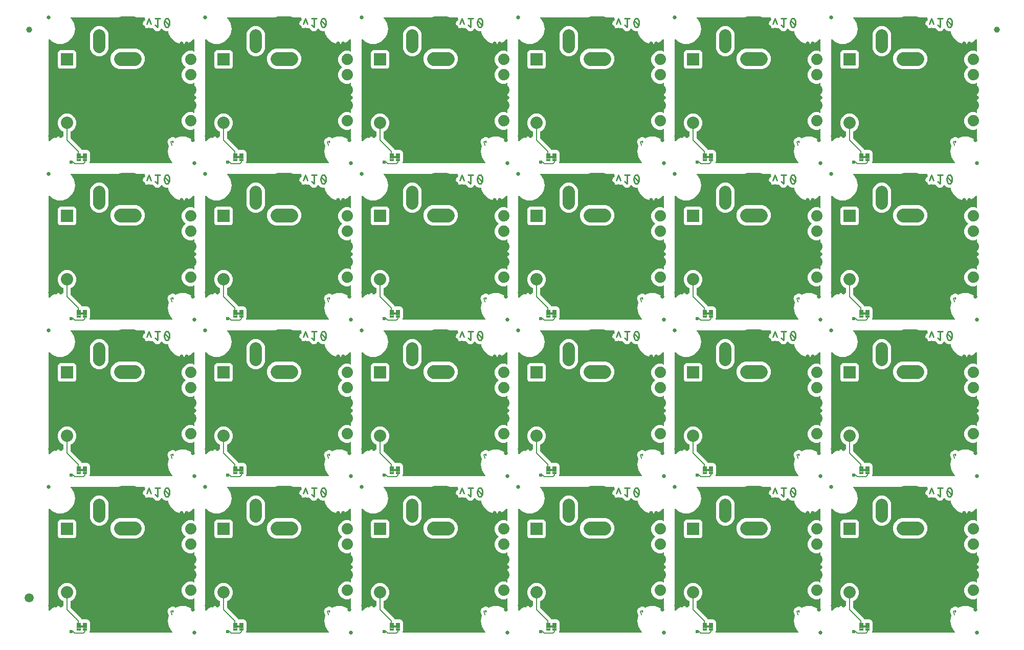
<source format=gbl>
G04 EAGLE Gerber RS-274X export*
G75*
%MOMM*%
%FSLAX34Y34*%
%LPD*%
%INBottom Copper*%
%IPPOS*%
%AMOC8*
5,1,8,0,0,1.08239X$1,22.5*%
G01*
%ADD10C,0.279400*%
%ADD11C,0.127000*%
%ADD12C,0.635000*%
%ADD13R,2.032000X2.032000*%
%ADD14C,2.032000*%
%ADD15C,2.000000*%
%ADD16C,2.300000*%
%ADD17C,1.879600*%
%ADD18C,0.099059*%
%ADD19C,1.000000*%
%ADD20C,1.500000*%
%ADD21C,0.203200*%
%ADD22C,0.604000*%

G36*
X469637Y783347D02*
X469637Y783347D01*
X469711Y783347D01*
X469777Y783367D01*
X469846Y783377D01*
X469913Y783407D01*
X469984Y783427D01*
X470042Y783465D01*
X470105Y783493D01*
X470161Y783540D01*
X470223Y783580D01*
X470269Y783632D01*
X470322Y783676D01*
X470363Y783738D01*
X470412Y783793D01*
X470441Y783855D01*
X470480Y783913D01*
X470502Y783983D01*
X470534Y784050D01*
X470545Y784118D01*
X470566Y784184D01*
X470567Y784258D01*
X470579Y784330D01*
X470571Y784399D01*
X470573Y784468D01*
X470554Y784539D01*
X470546Y784613D01*
X470519Y784676D01*
X470501Y784743D01*
X470464Y784807D01*
X470435Y784874D01*
X470397Y784919D01*
X470356Y784988D01*
X470267Y785072D01*
X470217Y785130D01*
X468514Y786558D01*
X464170Y794083D01*
X462661Y802640D01*
X464187Y811293D01*
X464204Y811335D01*
X464214Y811430D01*
X464232Y811524D01*
X464227Y811565D01*
X464233Y811618D01*
X464203Y811784D01*
X464194Y811858D01*
X462605Y817421D01*
X462578Y817481D01*
X462567Y817530D01*
X462279Y818225D01*
X462279Y818419D01*
X462242Y818685D01*
X462240Y818698D01*
X462187Y818885D01*
X462273Y819631D01*
X462271Y819697D01*
X462279Y819747D01*
X462279Y820499D01*
X462354Y820678D01*
X462421Y820938D01*
X462424Y820951D01*
X462446Y821144D01*
X462811Y821801D01*
X462835Y821862D01*
X462862Y821905D01*
X463149Y822599D01*
X463287Y822737D01*
X463449Y822952D01*
X463456Y822962D01*
X463551Y823131D01*
X464139Y823599D01*
X464185Y823646D01*
X464226Y823676D01*
X464757Y824207D01*
X464937Y824282D01*
X465169Y824419D01*
X465180Y824424D01*
X465332Y824545D01*
X466054Y824752D01*
X466114Y824778D01*
X466164Y824790D01*
X466739Y825028D01*
X466765Y825044D01*
X466795Y825053D01*
X466858Y825098D01*
X466902Y825118D01*
X466928Y825140D01*
X466984Y825172D01*
X467028Y825219D01*
X467068Y825248D01*
X467721Y825901D01*
X469821Y826771D01*
X472095Y826771D01*
X474196Y825901D01*
X475167Y824929D01*
X475264Y824856D01*
X475359Y824779D01*
X475378Y824771D01*
X475394Y824759D01*
X475508Y824715D01*
X475620Y824667D01*
X475641Y824665D01*
X475660Y824657D01*
X475781Y824647D01*
X475902Y824632D01*
X475921Y824636D01*
X475943Y824634D01*
X476222Y824690D01*
X476227Y824692D01*
X476232Y824693D01*
X483336Y827279D01*
X492024Y827279D01*
X500189Y824307D01*
X505315Y820006D01*
X505423Y819939D01*
X505529Y819868D01*
X505544Y819863D01*
X505557Y819855D01*
X505679Y819821D01*
X505800Y819782D01*
X505815Y819782D01*
X505830Y819778D01*
X505957Y819778D01*
X506084Y819775D01*
X506099Y819779D01*
X506114Y819779D01*
X506237Y819815D01*
X506359Y819847D01*
X506373Y819854D01*
X506387Y819859D01*
X506495Y819927D01*
X506604Y819992D01*
X506614Y820003D01*
X506627Y820011D01*
X506711Y820106D01*
X506798Y820199D01*
X506805Y820213D01*
X506815Y820224D01*
X506870Y820339D01*
X506928Y820452D01*
X506930Y820466D01*
X506937Y820481D01*
X506983Y820762D01*
X506982Y820774D01*
X506983Y820783D01*
X506983Y838984D01*
X506967Y839098D01*
X506957Y839212D01*
X506947Y839238D01*
X506943Y839266D01*
X506896Y839370D01*
X506855Y839478D01*
X506839Y839500D01*
X506827Y839525D01*
X506753Y839613D01*
X506684Y839704D01*
X506661Y839721D01*
X506644Y839742D01*
X506548Y839806D01*
X506456Y839874D01*
X506430Y839884D01*
X506407Y839900D01*
X506297Y839934D01*
X506190Y839975D01*
X506162Y839977D01*
X506136Y839985D01*
X506021Y839988D01*
X505907Y839997D01*
X505882Y839992D01*
X505852Y839993D01*
X505595Y839926D01*
X505579Y839922D01*
X503260Y838961D01*
X497500Y838961D01*
X492178Y841166D01*
X488106Y845238D01*
X485901Y850560D01*
X485901Y856320D01*
X488106Y861642D01*
X492178Y865714D01*
X497500Y867919D01*
X503260Y867919D01*
X505579Y866958D01*
X505691Y866929D01*
X505800Y866895D01*
X505828Y866894D01*
X505855Y866887D01*
X505969Y866890D01*
X506084Y866887D01*
X506111Y866894D01*
X506139Y866895D01*
X506248Y866930D01*
X506359Y866959D01*
X506383Y866973D01*
X506410Y866982D01*
X506505Y867046D01*
X506604Y867104D01*
X506623Y867125D01*
X506646Y867140D01*
X506720Y867228D01*
X506798Y867312D01*
X506811Y867336D01*
X506829Y867358D01*
X506875Y867462D01*
X506928Y867565D01*
X506932Y867589D01*
X506944Y867617D01*
X506981Y867881D01*
X506983Y867896D01*
X506983Y915184D01*
X506967Y915298D01*
X506957Y915412D01*
X506947Y915438D01*
X506943Y915466D01*
X506896Y915570D01*
X506855Y915678D01*
X506839Y915700D01*
X506827Y915725D01*
X506753Y915813D01*
X506684Y915904D01*
X506661Y915921D01*
X506644Y915942D01*
X506548Y916006D01*
X506456Y916074D01*
X506430Y916084D01*
X506407Y916100D01*
X506297Y916134D01*
X506190Y916175D01*
X506162Y916177D01*
X506136Y916185D01*
X506021Y916188D01*
X505907Y916197D01*
X505882Y916192D01*
X505852Y916193D01*
X505595Y916126D01*
X505579Y916122D01*
X503260Y915161D01*
X497500Y915161D01*
X492178Y917366D01*
X488106Y921438D01*
X485901Y926760D01*
X485901Y932520D01*
X488106Y937842D01*
X491886Y941622D01*
X491921Y941669D01*
X491964Y941709D01*
X492006Y941782D01*
X492057Y941849D01*
X492078Y941904D01*
X492107Y941954D01*
X492128Y942036D01*
X492158Y942115D01*
X492163Y942173D01*
X492177Y942230D01*
X492175Y942314D01*
X492182Y942398D01*
X492170Y942456D01*
X492168Y942514D01*
X492142Y942594D01*
X492126Y942677D01*
X492099Y942729D01*
X492081Y942785D01*
X492041Y942841D01*
X491995Y942929D01*
X491926Y943002D01*
X491886Y943058D01*
X488106Y946838D01*
X485901Y952160D01*
X485901Y957920D01*
X488106Y963242D01*
X492178Y967314D01*
X497500Y969519D01*
X503260Y969519D01*
X505579Y968558D01*
X505691Y968529D01*
X505800Y968495D01*
X505828Y968494D01*
X505855Y968487D01*
X505969Y968490D01*
X506084Y968487D01*
X506111Y968494D01*
X506139Y968495D01*
X506248Y968530D01*
X506359Y968559D01*
X506383Y968573D01*
X506410Y968582D01*
X506505Y968646D01*
X506604Y968704D01*
X506623Y968725D01*
X506646Y968740D01*
X506720Y968828D01*
X506798Y968912D01*
X506811Y968936D01*
X506829Y968958D01*
X506875Y969062D01*
X506928Y969165D01*
X506932Y969189D01*
X506944Y969217D01*
X506981Y969481D01*
X506983Y969496D01*
X506983Y987697D01*
X506965Y987822D01*
X506951Y987949D01*
X506946Y987963D01*
X506943Y987978D01*
X506891Y988094D01*
X506843Y988212D01*
X506833Y988224D01*
X506827Y988237D01*
X506745Y988335D01*
X506666Y988434D01*
X506653Y988443D01*
X506644Y988454D01*
X506538Y988525D01*
X506434Y988599D01*
X506420Y988604D01*
X506407Y988612D01*
X506286Y988650D01*
X506166Y988692D01*
X506150Y988693D01*
X506136Y988698D01*
X506009Y988701D01*
X505882Y988708D01*
X505867Y988705D01*
X505852Y988705D01*
X505729Y988673D01*
X505605Y988645D01*
X505593Y988638D01*
X505577Y988633D01*
X505332Y988488D01*
X505324Y988479D01*
X505315Y988474D01*
X500189Y984173D01*
X492024Y981201D01*
X483336Y981201D01*
X475171Y984173D01*
X468514Y989758D01*
X464170Y997283D01*
X463481Y1001190D01*
X463446Y1001297D01*
X463418Y1001405D01*
X463402Y1001432D01*
X463393Y1001461D01*
X463330Y1001554D01*
X463273Y1001650D01*
X463251Y1001671D01*
X463233Y1001696D01*
X463147Y1001768D01*
X463065Y1001844D01*
X463038Y1001858D01*
X463015Y1001878D01*
X462912Y1001923D01*
X462812Y1001974D01*
X462785Y1001978D01*
X462754Y1001992D01*
X462515Y1002024D01*
X462481Y1002029D01*
X459142Y1002029D01*
X455470Y1003640D01*
X453177Y1006133D01*
X453138Y1006165D01*
X453106Y1006203D01*
X453028Y1006255D01*
X452957Y1006313D01*
X452911Y1006333D01*
X452869Y1006361D01*
X452781Y1006389D01*
X452695Y1006426D01*
X452646Y1006432D01*
X452598Y1006447D01*
X452506Y1006449D01*
X452413Y1006461D01*
X452364Y1006453D01*
X452314Y1006454D01*
X452224Y1006431D01*
X452133Y1006417D01*
X452087Y1006395D01*
X452039Y1006383D01*
X451959Y1006336D01*
X451875Y1006296D01*
X451837Y1006263D01*
X451794Y1006238D01*
X451731Y1006170D01*
X451661Y1006109D01*
X451634Y1006067D01*
X451600Y1006031D01*
X451568Y1005964D01*
X451507Y1005870D01*
X451482Y1005786D01*
X451454Y1005728D01*
X451378Y1005466D01*
X451238Y1005291D01*
X451175Y1005184D01*
X451119Y1005100D01*
X451112Y1005077D01*
X451093Y1005046D01*
X451093Y1005045D01*
X451007Y1004838D01*
X450389Y1004220D01*
X450351Y1004169D01*
X450314Y1004136D01*
X449769Y1003454D01*
X449572Y1003346D01*
X449344Y1003175D01*
X449344Y1003174D01*
X449185Y1003015D01*
X448378Y1002681D01*
X448323Y1002649D01*
X448276Y1002633D01*
X447511Y1002211D01*
X447288Y1002186D01*
X447013Y1002116D01*
X447012Y1002115D01*
X447011Y1002115D01*
X446804Y1002029D01*
X445930Y1002029D01*
X445867Y1002020D01*
X445818Y1002023D01*
X444950Y1001927D01*
X444734Y1001989D01*
X444453Y1002029D01*
X444452Y1002029D01*
X444227Y1002029D01*
X443420Y1002364D01*
X443358Y1002380D01*
X443314Y1002401D01*
X442475Y1002644D01*
X442299Y1002784D01*
X442055Y1002929D01*
X442054Y1002929D01*
X441846Y1003016D01*
X441228Y1003633D01*
X441177Y1003671D01*
X441145Y1003708D01*
X437086Y1006955D01*
X437041Y1006981D01*
X437002Y1007016D01*
X436919Y1007054D01*
X436841Y1007100D01*
X436791Y1007113D01*
X436743Y1007135D01*
X436654Y1007148D01*
X436566Y1007171D01*
X436514Y1007170D01*
X436462Y1007177D01*
X436391Y1007166D01*
X436282Y1007163D01*
X436195Y1007135D01*
X436131Y1007125D01*
X435603Y1006950D01*
X433033Y1007132D01*
X431901Y1007698D01*
X431885Y1007704D01*
X431871Y1007713D01*
X431750Y1007749D01*
X431632Y1007788D01*
X431615Y1007789D01*
X431598Y1007794D01*
X431472Y1007795D01*
X431348Y1007800D01*
X431331Y1007796D01*
X431314Y1007797D01*
X431246Y1007776D01*
X431071Y1007733D01*
X431030Y1007709D01*
X430993Y1007698D01*
X429861Y1007132D01*
X427291Y1006950D01*
X424846Y1007765D01*
X422899Y1009453D01*
X421747Y1011758D01*
X421564Y1014328D01*
X424724Y1023807D01*
X424738Y1023885D01*
X424762Y1023960D01*
X424764Y1024024D01*
X424775Y1024087D01*
X424767Y1024165D01*
X424769Y1024244D01*
X424753Y1024306D01*
X424747Y1024369D01*
X424717Y1024443D01*
X424697Y1024519D01*
X424665Y1024574D01*
X424641Y1024633D01*
X424593Y1024696D01*
X424552Y1024764D01*
X424506Y1024807D01*
X424466Y1024858D01*
X424402Y1024904D01*
X424345Y1024958D01*
X424288Y1024987D01*
X424236Y1025025D01*
X424162Y1025052D01*
X424092Y1025088D01*
X424038Y1025097D01*
X423969Y1025122D01*
X423838Y1025130D01*
X423761Y1025143D01*
X302596Y1025143D01*
X302523Y1025133D01*
X302449Y1025133D01*
X302383Y1025113D01*
X302314Y1025103D01*
X302247Y1025073D01*
X302176Y1025053D01*
X302118Y1025015D01*
X302055Y1024987D01*
X301999Y1024940D01*
X301937Y1024900D01*
X301891Y1024848D01*
X301838Y1024804D01*
X301797Y1024742D01*
X301748Y1024687D01*
X301719Y1024625D01*
X301680Y1024567D01*
X301658Y1024497D01*
X301626Y1024430D01*
X301615Y1024362D01*
X301594Y1024296D01*
X301593Y1024222D01*
X301581Y1024150D01*
X301589Y1024081D01*
X301587Y1024012D01*
X301606Y1023941D01*
X301614Y1023867D01*
X301641Y1023804D01*
X301659Y1023737D01*
X301696Y1023673D01*
X301725Y1023606D01*
X301763Y1023561D01*
X301804Y1023492D01*
X301893Y1023408D01*
X301943Y1023350D01*
X303646Y1021922D01*
X307990Y1014397D01*
X309499Y1005840D01*
X307990Y997283D01*
X303646Y989758D01*
X296989Y984173D01*
X288824Y981201D01*
X280136Y981201D01*
X271971Y984173D01*
X266845Y988474D01*
X266737Y988541D01*
X266631Y988612D01*
X266616Y988617D01*
X266603Y988625D01*
X266481Y988659D01*
X266360Y988698D01*
X266345Y988698D01*
X266330Y988702D01*
X266203Y988702D01*
X266076Y988705D01*
X266061Y988701D01*
X266046Y988701D01*
X265923Y988665D01*
X265801Y988633D01*
X265787Y988626D01*
X265773Y988621D01*
X265665Y988553D01*
X265556Y988488D01*
X265546Y988477D01*
X265533Y988469D01*
X265449Y988374D01*
X265362Y988281D01*
X265355Y988267D01*
X265345Y988256D01*
X265290Y988141D01*
X265232Y988028D01*
X265230Y988014D01*
X265223Y987999D01*
X265177Y987718D01*
X265178Y987706D01*
X265177Y987697D01*
X265177Y820783D01*
X265195Y820658D01*
X265209Y820531D01*
X265214Y820517D01*
X265217Y820502D01*
X265269Y820386D01*
X265317Y820268D01*
X265327Y820256D01*
X265333Y820243D01*
X265415Y820145D01*
X265494Y820046D01*
X265507Y820037D01*
X265516Y820026D01*
X265622Y819955D01*
X265726Y819881D01*
X265740Y819876D01*
X265753Y819868D01*
X265874Y819830D01*
X265994Y819788D01*
X266010Y819787D01*
X266024Y819782D01*
X266151Y819779D01*
X266278Y819772D01*
X266293Y819775D01*
X266308Y819775D01*
X266431Y819807D01*
X266555Y819835D01*
X266567Y819842D01*
X266583Y819847D01*
X266828Y819992D01*
X266836Y820001D01*
X266845Y820006D01*
X271971Y824307D01*
X280136Y827279D01*
X288798Y827279D01*
X288856Y827287D01*
X288914Y827285D01*
X288996Y827307D01*
X289080Y827319D01*
X289133Y827342D01*
X289189Y827357D01*
X289262Y827400D01*
X289339Y827435D01*
X289384Y827473D01*
X289434Y827502D01*
X289492Y827564D01*
X289556Y827618D01*
X289588Y827667D01*
X289628Y827710D01*
X289667Y827785D01*
X289714Y827855D01*
X289731Y827911D01*
X289758Y827963D01*
X289769Y828031D01*
X289799Y828126D01*
X289802Y828226D01*
X289813Y828294D01*
X289813Y835391D01*
X289813Y835392D01*
X289813Y835394D01*
X289793Y835534D01*
X289773Y835672D01*
X289773Y835673D01*
X289773Y835675D01*
X289716Y835801D01*
X289657Y835931D01*
X289656Y835933D01*
X289655Y835934D01*
X289564Y836041D01*
X289474Y836148D01*
X289472Y836149D01*
X289471Y836151D01*
X289458Y836159D01*
X289237Y836306D01*
X289208Y836315D01*
X289187Y836328D01*
X287277Y837120D01*
X282990Y841407D01*
X280669Y847008D01*
X280669Y853072D01*
X282990Y858673D01*
X287277Y862960D01*
X292878Y865281D01*
X298942Y865281D01*
X304543Y862960D01*
X308830Y858673D01*
X311151Y853072D01*
X311151Y847008D01*
X308830Y841407D01*
X304543Y837120D01*
X302633Y836328D01*
X302632Y836328D01*
X302631Y836327D01*
X302510Y836256D01*
X302389Y836184D01*
X302388Y836183D01*
X302386Y836182D01*
X302289Y836078D01*
X302193Y835977D01*
X302193Y835976D01*
X302192Y835975D01*
X302127Y835849D01*
X302063Y835725D01*
X302063Y835723D01*
X302062Y835722D01*
X302060Y835707D01*
X302008Y835446D01*
X302011Y835415D01*
X302007Y835391D01*
X302007Y824636D01*
X302019Y824549D01*
X302022Y824462D01*
X302039Y824409D01*
X302047Y824354D01*
X302082Y824275D01*
X302109Y824191D01*
X302137Y824152D01*
X302163Y824095D01*
X302259Y823982D01*
X302304Y823918D01*
X320002Y806221D01*
X320175Y805801D01*
X320205Y805750D01*
X320226Y805695D01*
X320277Y805628D01*
X320320Y805556D01*
X320363Y805516D01*
X320398Y805469D01*
X320465Y805419D01*
X320527Y805361D01*
X320579Y805334D01*
X320626Y805299D01*
X320705Y805269D01*
X320779Y805231D01*
X320837Y805219D01*
X320892Y805199D01*
X320976Y805192D01*
X321058Y805176D01*
X321117Y805181D01*
X321175Y805176D01*
X321196Y805181D01*
X329163Y805181D01*
X331212Y804332D01*
X332781Y802763D01*
X333630Y800714D01*
X333630Y786786D01*
X332782Y784741D01*
X332754Y784629D01*
X332719Y784520D01*
X332718Y784492D01*
X332711Y784465D01*
X332715Y784351D01*
X332712Y784236D01*
X332719Y784209D01*
X332720Y784181D01*
X332755Y784072D01*
X332784Y783961D01*
X332798Y783937D01*
X332806Y783910D01*
X332870Y783815D01*
X332929Y783716D01*
X332949Y783697D01*
X332965Y783674D01*
X333052Y783600D01*
X333136Y783522D01*
X333161Y783509D01*
X333182Y783491D01*
X333287Y783445D01*
X333389Y783392D01*
X333414Y783388D01*
X333442Y783376D01*
X333706Y783339D01*
X333720Y783337D01*
X469564Y783337D01*
X469637Y783347D01*
G37*
G36*
X1505957Y6107D02*
X1505957Y6107D01*
X1506031Y6107D01*
X1506097Y6127D01*
X1506166Y6137D01*
X1506233Y6167D01*
X1506304Y6187D01*
X1506362Y6225D01*
X1506425Y6253D01*
X1506481Y6300D01*
X1506543Y6340D01*
X1506589Y6392D01*
X1506642Y6436D01*
X1506683Y6498D01*
X1506732Y6553D01*
X1506761Y6615D01*
X1506800Y6673D01*
X1506822Y6743D01*
X1506854Y6810D01*
X1506865Y6878D01*
X1506886Y6944D01*
X1506887Y7018D01*
X1506899Y7090D01*
X1506891Y7159D01*
X1506893Y7228D01*
X1506874Y7299D01*
X1506866Y7373D01*
X1506839Y7436D01*
X1506821Y7503D01*
X1506784Y7567D01*
X1506755Y7634D01*
X1506717Y7679D01*
X1506676Y7748D01*
X1506587Y7832D01*
X1506537Y7890D01*
X1504834Y9318D01*
X1500490Y16843D01*
X1498981Y25400D01*
X1500507Y34053D01*
X1500524Y34094D01*
X1500533Y34190D01*
X1500552Y34284D01*
X1500547Y34325D01*
X1500553Y34377D01*
X1500523Y34544D01*
X1500514Y34618D01*
X1498925Y40181D01*
X1498898Y40241D01*
X1498887Y40290D01*
X1498599Y40985D01*
X1498599Y41179D01*
X1498562Y41445D01*
X1498560Y41458D01*
X1498507Y41645D01*
X1498593Y42391D01*
X1498591Y42457D01*
X1498599Y42507D01*
X1498599Y43259D01*
X1498674Y43438D01*
X1498741Y43698D01*
X1498744Y43711D01*
X1498766Y43904D01*
X1499131Y44561D01*
X1499155Y44622D01*
X1499182Y44665D01*
X1499469Y45359D01*
X1499607Y45497D01*
X1499769Y45712D01*
X1499776Y45722D01*
X1499871Y45891D01*
X1500459Y46359D01*
X1500505Y46406D01*
X1500546Y46436D01*
X1501077Y46967D01*
X1501257Y47042D01*
X1501489Y47179D01*
X1501500Y47184D01*
X1501652Y47305D01*
X1502374Y47512D01*
X1502434Y47538D01*
X1502484Y47550D01*
X1503059Y47788D01*
X1503085Y47804D01*
X1503115Y47813D01*
X1503178Y47858D01*
X1503222Y47878D01*
X1503248Y47900D01*
X1503304Y47932D01*
X1503348Y47979D01*
X1503388Y48008D01*
X1504041Y48661D01*
X1506141Y49531D01*
X1508415Y49531D01*
X1510516Y48661D01*
X1511487Y47689D01*
X1511584Y47616D01*
X1511679Y47539D01*
X1511698Y47531D01*
X1511714Y47519D01*
X1511828Y47475D01*
X1511940Y47427D01*
X1511961Y47425D01*
X1511980Y47417D01*
X1512101Y47407D01*
X1512222Y47392D01*
X1512241Y47396D01*
X1512263Y47394D01*
X1512542Y47450D01*
X1512547Y47452D01*
X1512552Y47453D01*
X1519656Y50039D01*
X1528344Y50039D01*
X1536509Y47067D01*
X1541635Y42766D01*
X1541743Y42699D01*
X1541849Y42628D01*
X1541864Y42623D01*
X1541877Y42615D01*
X1541999Y42581D01*
X1542120Y42542D01*
X1542135Y42542D01*
X1542150Y42538D01*
X1542277Y42538D01*
X1542404Y42535D01*
X1542419Y42539D01*
X1542434Y42539D01*
X1542557Y42575D01*
X1542679Y42607D01*
X1542693Y42614D01*
X1542707Y42619D01*
X1542815Y42687D01*
X1542924Y42752D01*
X1542934Y42763D01*
X1542947Y42771D01*
X1543031Y42866D01*
X1543118Y42959D01*
X1543125Y42973D01*
X1543135Y42984D01*
X1543190Y43099D01*
X1543248Y43212D01*
X1543250Y43226D01*
X1543257Y43241D01*
X1543303Y43522D01*
X1543302Y43534D01*
X1543303Y43543D01*
X1543303Y61744D01*
X1543287Y61858D01*
X1543277Y61972D01*
X1543267Y61998D01*
X1543263Y62026D01*
X1543216Y62130D01*
X1543175Y62238D01*
X1543159Y62260D01*
X1543147Y62285D01*
X1543073Y62373D01*
X1543004Y62464D01*
X1542981Y62481D01*
X1542964Y62502D01*
X1542868Y62566D01*
X1542776Y62634D01*
X1542750Y62644D01*
X1542727Y62660D01*
X1542617Y62694D01*
X1542510Y62735D01*
X1542482Y62737D01*
X1542456Y62745D01*
X1542341Y62748D01*
X1542227Y62757D01*
X1542202Y62752D01*
X1542172Y62753D01*
X1541915Y62686D01*
X1541899Y62682D01*
X1539580Y61721D01*
X1533820Y61721D01*
X1528498Y63926D01*
X1524426Y67998D01*
X1522221Y73320D01*
X1522221Y79080D01*
X1524426Y84402D01*
X1528498Y88474D01*
X1533820Y90679D01*
X1539580Y90679D01*
X1541899Y89718D01*
X1542011Y89689D01*
X1542120Y89655D01*
X1542148Y89654D01*
X1542175Y89647D01*
X1542289Y89650D01*
X1542404Y89647D01*
X1542431Y89654D01*
X1542459Y89655D01*
X1542568Y89690D01*
X1542679Y89719D01*
X1542703Y89733D01*
X1542730Y89742D01*
X1542825Y89806D01*
X1542924Y89864D01*
X1542943Y89885D01*
X1542966Y89900D01*
X1543040Y89988D01*
X1543118Y90072D01*
X1543131Y90096D01*
X1543149Y90118D01*
X1543195Y90222D01*
X1543248Y90325D01*
X1543252Y90349D01*
X1543264Y90377D01*
X1543301Y90641D01*
X1543303Y90656D01*
X1543303Y137944D01*
X1543287Y138058D01*
X1543277Y138172D01*
X1543267Y138198D01*
X1543263Y138226D01*
X1543216Y138330D01*
X1543175Y138438D01*
X1543159Y138460D01*
X1543147Y138485D01*
X1543073Y138573D01*
X1543004Y138664D01*
X1542981Y138681D01*
X1542964Y138702D01*
X1542868Y138766D01*
X1542776Y138834D01*
X1542750Y138844D01*
X1542727Y138860D01*
X1542617Y138894D01*
X1542510Y138935D01*
X1542482Y138937D01*
X1542456Y138945D01*
X1542341Y138948D01*
X1542227Y138957D01*
X1542202Y138952D01*
X1542172Y138953D01*
X1541915Y138886D01*
X1541899Y138882D01*
X1539580Y137921D01*
X1533820Y137921D01*
X1528498Y140126D01*
X1524426Y144198D01*
X1522221Y149520D01*
X1522221Y155280D01*
X1524426Y160602D01*
X1528206Y164382D01*
X1528241Y164429D01*
X1528284Y164469D01*
X1528326Y164542D01*
X1528377Y164609D01*
X1528398Y164664D01*
X1528427Y164714D01*
X1528448Y164796D01*
X1528478Y164875D01*
X1528483Y164933D01*
X1528497Y164990D01*
X1528495Y165074D01*
X1528502Y165158D01*
X1528490Y165216D01*
X1528488Y165274D01*
X1528462Y165354D01*
X1528446Y165437D01*
X1528419Y165489D01*
X1528401Y165545D01*
X1528361Y165601D01*
X1528315Y165689D01*
X1528246Y165762D01*
X1528206Y165818D01*
X1524426Y169598D01*
X1522221Y174920D01*
X1522221Y180680D01*
X1524426Y186002D01*
X1528498Y190074D01*
X1533820Y192279D01*
X1539580Y192279D01*
X1541899Y191318D01*
X1542011Y191289D01*
X1542120Y191255D01*
X1542148Y191254D01*
X1542175Y191247D01*
X1542289Y191250D01*
X1542404Y191247D01*
X1542431Y191254D01*
X1542459Y191255D01*
X1542568Y191290D01*
X1542679Y191319D01*
X1542703Y191333D01*
X1542730Y191342D01*
X1542825Y191406D01*
X1542924Y191464D01*
X1542943Y191485D01*
X1542966Y191500D01*
X1543040Y191588D01*
X1543118Y191672D01*
X1543131Y191696D01*
X1543149Y191718D01*
X1543195Y191822D01*
X1543248Y191925D01*
X1543252Y191949D01*
X1543264Y191977D01*
X1543301Y192241D01*
X1543303Y192256D01*
X1543303Y210457D01*
X1543285Y210582D01*
X1543271Y210709D01*
X1543266Y210723D01*
X1543263Y210738D01*
X1543211Y210854D01*
X1543163Y210972D01*
X1543153Y210984D01*
X1543147Y210997D01*
X1543065Y211095D01*
X1542986Y211194D01*
X1542973Y211203D01*
X1542964Y211214D01*
X1542858Y211285D01*
X1542754Y211359D01*
X1542740Y211364D01*
X1542727Y211372D01*
X1542606Y211410D01*
X1542486Y211452D01*
X1542470Y211453D01*
X1542456Y211458D01*
X1542329Y211461D01*
X1542202Y211468D01*
X1542187Y211465D01*
X1542172Y211465D01*
X1542049Y211433D01*
X1541925Y211405D01*
X1541913Y211398D01*
X1541897Y211393D01*
X1541652Y211248D01*
X1541644Y211239D01*
X1541635Y211234D01*
X1536509Y206933D01*
X1528344Y203961D01*
X1519656Y203961D01*
X1511491Y206933D01*
X1504834Y212518D01*
X1500490Y220043D01*
X1499801Y223950D01*
X1499766Y224057D01*
X1499738Y224165D01*
X1499722Y224192D01*
X1499713Y224221D01*
X1499650Y224314D01*
X1499593Y224410D01*
X1499571Y224431D01*
X1499553Y224456D01*
X1499467Y224528D01*
X1499385Y224604D01*
X1499358Y224618D01*
X1499335Y224638D01*
X1499232Y224683D01*
X1499132Y224734D01*
X1499105Y224738D01*
X1499074Y224752D01*
X1498835Y224784D01*
X1498801Y224789D01*
X1495462Y224789D01*
X1491790Y226400D01*
X1489497Y228893D01*
X1489458Y228925D01*
X1489426Y228963D01*
X1489348Y229015D01*
X1489277Y229073D01*
X1489231Y229093D01*
X1489189Y229121D01*
X1489101Y229149D01*
X1489015Y229186D01*
X1488966Y229192D01*
X1488918Y229207D01*
X1488826Y229209D01*
X1488733Y229221D01*
X1488684Y229213D01*
X1488634Y229214D01*
X1488544Y229191D01*
X1488453Y229177D01*
X1488407Y229155D01*
X1488359Y229143D01*
X1488279Y229096D01*
X1488195Y229056D01*
X1488157Y229023D01*
X1488114Y228998D01*
X1488051Y228930D01*
X1487981Y228869D01*
X1487954Y228827D01*
X1487920Y228791D01*
X1487888Y228724D01*
X1487827Y228630D01*
X1487802Y228546D01*
X1487774Y228488D01*
X1487698Y228226D01*
X1487558Y228051D01*
X1487495Y227944D01*
X1487439Y227860D01*
X1487432Y227837D01*
X1487413Y227806D01*
X1487413Y227805D01*
X1487327Y227598D01*
X1486709Y226980D01*
X1486671Y226929D01*
X1486634Y226896D01*
X1486089Y226214D01*
X1485892Y226106D01*
X1485664Y225935D01*
X1485664Y225934D01*
X1485505Y225775D01*
X1484698Y225441D01*
X1484643Y225409D01*
X1484596Y225393D01*
X1483831Y224971D01*
X1483608Y224946D01*
X1483333Y224876D01*
X1483332Y224875D01*
X1483331Y224875D01*
X1483124Y224789D01*
X1482250Y224789D01*
X1482187Y224780D01*
X1482138Y224783D01*
X1481270Y224687D01*
X1481054Y224749D01*
X1480773Y224789D01*
X1480772Y224789D01*
X1480547Y224789D01*
X1479740Y225124D01*
X1479678Y225140D01*
X1479634Y225161D01*
X1478795Y225404D01*
X1478619Y225544D01*
X1478375Y225689D01*
X1478374Y225689D01*
X1478166Y225775D01*
X1477548Y226393D01*
X1477497Y226432D01*
X1477465Y226468D01*
X1473406Y229715D01*
X1473361Y229741D01*
X1473322Y229776D01*
X1473239Y229814D01*
X1473161Y229860D01*
X1473111Y229873D01*
X1473063Y229895D01*
X1472974Y229908D01*
X1472886Y229931D01*
X1472834Y229930D01*
X1472782Y229937D01*
X1472711Y229926D01*
X1472602Y229923D01*
X1472515Y229895D01*
X1472451Y229885D01*
X1471923Y229710D01*
X1469353Y229892D01*
X1468221Y230458D01*
X1468205Y230464D01*
X1468191Y230473D01*
X1468070Y230509D01*
X1467952Y230548D01*
X1467935Y230549D01*
X1467918Y230554D01*
X1467792Y230555D01*
X1467668Y230560D01*
X1467651Y230556D01*
X1467634Y230557D01*
X1467566Y230536D01*
X1467391Y230493D01*
X1467350Y230469D01*
X1467313Y230458D01*
X1466181Y229892D01*
X1463611Y229710D01*
X1461166Y230525D01*
X1459219Y232213D01*
X1458067Y234518D01*
X1457884Y237088D01*
X1461044Y246567D01*
X1461058Y246645D01*
X1461082Y246720D01*
X1461084Y246784D01*
X1461095Y246847D01*
X1461087Y246925D01*
X1461089Y247004D01*
X1461073Y247066D01*
X1461067Y247129D01*
X1461037Y247203D01*
X1461017Y247279D01*
X1460985Y247334D01*
X1460961Y247393D01*
X1460913Y247456D01*
X1460872Y247524D01*
X1460826Y247567D01*
X1460786Y247618D01*
X1460722Y247664D01*
X1460665Y247718D01*
X1460608Y247747D01*
X1460556Y247785D01*
X1460482Y247812D01*
X1460412Y247848D01*
X1460358Y247857D01*
X1460289Y247882D01*
X1460158Y247890D01*
X1460081Y247903D01*
X1338916Y247903D01*
X1338843Y247893D01*
X1338769Y247893D01*
X1338703Y247873D01*
X1338634Y247863D01*
X1338567Y247833D01*
X1338497Y247813D01*
X1338438Y247776D01*
X1338375Y247747D01*
X1338319Y247700D01*
X1338257Y247660D01*
X1338211Y247608D01*
X1338158Y247564D01*
X1338117Y247502D01*
X1338068Y247447D01*
X1338039Y247385D01*
X1338000Y247327D01*
X1337978Y247257D01*
X1337947Y247190D01*
X1337935Y247122D01*
X1337914Y247056D01*
X1337913Y246982D01*
X1337901Y246910D01*
X1337909Y246841D01*
X1337907Y246772D01*
X1337926Y246701D01*
X1337934Y246627D01*
X1337961Y246564D01*
X1337979Y246497D01*
X1338016Y246433D01*
X1338045Y246366D01*
X1338083Y246321D01*
X1338124Y246252D01*
X1338214Y246168D01*
X1338263Y246110D01*
X1339966Y244682D01*
X1344310Y237157D01*
X1345819Y228600D01*
X1344310Y220043D01*
X1339966Y212518D01*
X1333309Y206933D01*
X1325144Y203961D01*
X1316456Y203961D01*
X1308291Y206933D01*
X1303165Y211234D01*
X1303057Y211301D01*
X1302951Y211372D01*
X1302936Y211377D01*
X1302923Y211385D01*
X1302801Y211419D01*
X1302680Y211458D01*
X1302665Y211458D01*
X1302650Y211462D01*
X1302523Y211462D01*
X1302396Y211465D01*
X1302381Y211461D01*
X1302366Y211461D01*
X1302243Y211425D01*
X1302121Y211393D01*
X1302107Y211386D01*
X1302093Y211381D01*
X1301985Y211313D01*
X1301876Y211248D01*
X1301866Y211237D01*
X1301853Y211229D01*
X1301769Y211134D01*
X1301682Y211041D01*
X1301675Y211027D01*
X1301665Y211016D01*
X1301610Y210901D01*
X1301552Y210788D01*
X1301550Y210774D01*
X1301543Y210759D01*
X1301497Y210478D01*
X1301498Y210466D01*
X1301497Y210457D01*
X1301497Y43543D01*
X1301515Y43418D01*
X1301529Y43291D01*
X1301534Y43277D01*
X1301537Y43262D01*
X1301589Y43146D01*
X1301637Y43028D01*
X1301647Y43016D01*
X1301653Y43003D01*
X1301735Y42905D01*
X1301814Y42806D01*
X1301827Y42797D01*
X1301836Y42786D01*
X1301942Y42715D01*
X1302046Y42641D01*
X1302060Y42636D01*
X1302073Y42628D01*
X1302194Y42590D01*
X1302314Y42548D01*
X1302330Y42547D01*
X1302344Y42542D01*
X1302471Y42539D01*
X1302598Y42532D01*
X1302613Y42535D01*
X1302628Y42535D01*
X1302751Y42567D01*
X1302875Y42595D01*
X1302887Y42602D01*
X1302903Y42607D01*
X1303148Y42752D01*
X1303156Y42761D01*
X1303165Y42766D01*
X1308291Y47067D01*
X1316456Y50039D01*
X1325118Y50039D01*
X1325176Y50047D01*
X1325234Y50045D01*
X1325316Y50067D01*
X1325400Y50079D01*
X1325453Y50102D01*
X1325509Y50117D01*
X1325582Y50160D01*
X1325659Y50195D01*
X1325704Y50233D01*
X1325754Y50262D01*
X1325812Y50324D01*
X1325876Y50378D01*
X1325908Y50427D01*
X1325948Y50470D01*
X1325987Y50545D01*
X1326034Y50615D01*
X1326051Y50671D01*
X1326078Y50723D01*
X1326089Y50791D01*
X1326119Y50886D01*
X1326122Y50986D01*
X1326133Y51054D01*
X1326133Y58151D01*
X1326133Y58152D01*
X1326133Y58154D01*
X1326113Y58294D01*
X1326093Y58432D01*
X1326093Y58433D01*
X1326093Y58435D01*
X1326036Y58561D01*
X1325977Y58691D01*
X1325976Y58693D01*
X1325975Y58694D01*
X1325884Y58801D01*
X1325794Y58908D01*
X1325792Y58909D01*
X1325791Y58911D01*
X1325778Y58919D01*
X1325557Y59066D01*
X1325528Y59075D01*
X1325507Y59088D01*
X1323597Y59880D01*
X1319310Y64167D01*
X1316989Y69768D01*
X1316989Y75832D01*
X1319310Y81433D01*
X1323597Y85720D01*
X1329198Y88041D01*
X1335262Y88041D01*
X1340863Y85720D01*
X1345150Y81433D01*
X1347471Y75832D01*
X1347471Y69768D01*
X1345150Y64167D01*
X1340863Y59880D01*
X1338953Y59088D01*
X1338952Y59088D01*
X1338951Y59087D01*
X1338830Y59016D01*
X1338709Y58944D01*
X1338708Y58943D01*
X1338706Y58942D01*
X1338609Y58838D01*
X1338513Y58737D01*
X1338513Y58736D01*
X1338512Y58735D01*
X1338447Y58609D01*
X1338383Y58485D01*
X1338383Y58483D01*
X1338382Y58482D01*
X1338380Y58467D01*
X1338328Y58206D01*
X1338331Y58175D01*
X1338327Y58151D01*
X1338327Y47396D01*
X1338339Y47309D01*
X1338342Y47222D01*
X1338359Y47169D01*
X1338367Y47114D01*
X1338402Y47035D01*
X1338429Y46951D01*
X1338457Y46912D01*
X1338483Y46855D01*
X1338579Y46742D01*
X1338624Y46678D01*
X1356322Y28981D01*
X1356495Y28561D01*
X1356525Y28510D01*
X1356546Y28455D01*
X1356597Y28388D01*
X1356640Y28316D01*
X1356683Y28276D01*
X1356718Y28229D01*
X1356785Y28179D01*
X1356847Y28121D01*
X1356899Y28094D01*
X1356946Y28059D01*
X1357025Y28029D01*
X1357099Y27991D01*
X1357157Y27979D01*
X1357212Y27959D01*
X1357296Y27952D01*
X1357378Y27936D01*
X1357437Y27941D01*
X1357495Y27936D01*
X1357516Y27941D01*
X1365483Y27941D01*
X1367532Y27092D01*
X1369101Y25523D01*
X1369950Y23474D01*
X1369950Y9546D01*
X1369102Y7501D01*
X1369074Y7389D01*
X1369039Y7280D01*
X1369038Y7252D01*
X1369031Y7225D01*
X1369035Y7111D01*
X1369032Y6996D01*
X1369039Y6969D01*
X1369040Y6941D01*
X1369075Y6832D01*
X1369104Y6721D01*
X1369118Y6697D01*
X1369126Y6670D01*
X1369190Y6575D01*
X1369249Y6476D01*
X1369269Y6457D01*
X1369285Y6434D01*
X1369372Y6360D01*
X1369456Y6282D01*
X1369481Y6269D01*
X1369502Y6251D01*
X1369607Y6205D01*
X1369709Y6152D01*
X1369734Y6148D01*
X1369762Y6136D01*
X1370026Y6099D01*
X1370040Y6097D01*
X1505884Y6097D01*
X1505957Y6107D01*
G37*
G36*
X210557Y6107D02*
X210557Y6107D01*
X210631Y6107D01*
X210697Y6127D01*
X210766Y6137D01*
X210833Y6167D01*
X210904Y6187D01*
X210962Y6225D01*
X211025Y6253D01*
X211081Y6300D01*
X211143Y6340D01*
X211189Y6392D01*
X211242Y6436D01*
X211283Y6498D01*
X211332Y6553D01*
X211361Y6615D01*
X211400Y6673D01*
X211422Y6743D01*
X211454Y6810D01*
X211465Y6878D01*
X211486Y6944D01*
X211487Y7018D01*
X211499Y7090D01*
X211491Y7159D01*
X211493Y7228D01*
X211474Y7299D01*
X211466Y7373D01*
X211439Y7436D01*
X211421Y7503D01*
X211384Y7567D01*
X211355Y7634D01*
X211317Y7679D01*
X211276Y7748D01*
X211187Y7832D01*
X211137Y7890D01*
X209434Y9318D01*
X205090Y16843D01*
X203581Y25400D01*
X205107Y34053D01*
X205124Y34094D01*
X205133Y34190D01*
X205152Y34284D01*
X205147Y34325D01*
X205153Y34377D01*
X205123Y34544D01*
X205114Y34618D01*
X203525Y40181D01*
X203498Y40241D01*
X203487Y40290D01*
X203199Y40985D01*
X203199Y41179D01*
X203162Y41445D01*
X203160Y41458D01*
X203107Y41645D01*
X203193Y42391D01*
X203191Y42457D01*
X203199Y42507D01*
X203199Y43259D01*
X203274Y43438D01*
X203341Y43698D01*
X203344Y43711D01*
X203366Y43904D01*
X203731Y44561D01*
X203755Y44622D01*
X203782Y44665D01*
X204069Y45359D01*
X204207Y45497D01*
X204369Y45712D01*
X204376Y45722D01*
X204471Y45891D01*
X205059Y46359D01*
X205105Y46406D01*
X205146Y46436D01*
X205677Y46967D01*
X205857Y47042D01*
X206089Y47179D01*
X206100Y47184D01*
X206252Y47305D01*
X206974Y47512D01*
X207034Y47538D01*
X207084Y47550D01*
X207659Y47788D01*
X207685Y47804D01*
X207715Y47813D01*
X207778Y47858D01*
X207822Y47878D01*
X207848Y47900D01*
X207904Y47932D01*
X207948Y47979D01*
X207988Y48008D01*
X208641Y48661D01*
X210741Y49531D01*
X213015Y49531D01*
X215116Y48661D01*
X216087Y47689D01*
X216184Y47616D01*
X216279Y47539D01*
X216298Y47531D01*
X216314Y47519D01*
X216428Y47475D01*
X216540Y47427D01*
X216561Y47425D01*
X216580Y47417D01*
X216701Y47407D01*
X216822Y47392D01*
X216841Y47396D01*
X216863Y47394D01*
X217142Y47450D01*
X217147Y47452D01*
X217152Y47453D01*
X224256Y50039D01*
X232944Y50039D01*
X241109Y47067D01*
X246235Y42766D01*
X246343Y42699D01*
X246449Y42628D01*
X246464Y42623D01*
X246477Y42615D01*
X246599Y42581D01*
X246720Y42542D01*
X246735Y42542D01*
X246750Y42538D01*
X246877Y42538D01*
X247004Y42535D01*
X247019Y42539D01*
X247034Y42539D01*
X247157Y42575D01*
X247279Y42607D01*
X247293Y42614D01*
X247307Y42619D01*
X247415Y42687D01*
X247524Y42752D01*
X247534Y42763D01*
X247547Y42771D01*
X247631Y42866D01*
X247718Y42959D01*
X247725Y42973D01*
X247735Y42984D01*
X247790Y43099D01*
X247848Y43212D01*
X247850Y43226D01*
X247857Y43241D01*
X247903Y43522D01*
X247902Y43534D01*
X247903Y43543D01*
X247903Y61744D01*
X247887Y61858D01*
X247877Y61972D01*
X247867Y61998D01*
X247863Y62026D01*
X247816Y62130D01*
X247775Y62238D01*
X247759Y62260D01*
X247747Y62285D01*
X247673Y62373D01*
X247604Y62464D01*
X247581Y62481D01*
X247564Y62502D01*
X247468Y62566D01*
X247376Y62634D01*
X247350Y62644D01*
X247327Y62660D01*
X247217Y62694D01*
X247110Y62735D01*
X247082Y62737D01*
X247056Y62745D01*
X246941Y62748D01*
X246827Y62757D01*
X246802Y62752D01*
X246772Y62753D01*
X246515Y62686D01*
X246499Y62682D01*
X244180Y61721D01*
X238420Y61721D01*
X233098Y63926D01*
X229026Y67998D01*
X226821Y73320D01*
X226821Y79080D01*
X229026Y84402D01*
X233098Y88474D01*
X238420Y90679D01*
X244180Y90679D01*
X246499Y89718D01*
X246611Y89689D01*
X246720Y89655D01*
X246748Y89654D01*
X246775Y89647D01*
X246889Y89650D01*
X247004Y89647D01*
X247031Y89654D01*
X247059Y89655D01*
X247168Y89690D01*
X247279Y89719D01*
X247303Y89733D01*
X247330Y89742D01*
X247425Y89806D01*
X247524Y89864D01*
X247543Y89885D01*
X247566Y89900D01*
X247640Y89988D01*
X247718Y90072D01*
X247731Y90096D01*
X247749Y90118D01*
X247795Y90222D01*
X247848Y90325D01*
X247852Y90349D01*
X247864Y90377D01*
X247901Y90641D01*
X247903Y90656D01*
X247903Y137944D01*
X247887Y138058D01*
X247877Y138172D01*
X247867Y138198D01*
X247863Y138226D01*
X247816Y138330D01*
X247775Y138438D01*
X247759Y138460D01*
X247747Y138485D01*
X247673Y138573D01*
X247604Y138664D01*
X247581Y138681D01*
X247564Y138702D01*
X247468Y138766D01*
X247376Y138834D01*
X247350Y138844D01*
X247327Y138860D01*
X247217Y138894D01*
X247110Y138935D01*
X247082Y138937D01*
X247056Y138945D01*
X246941Y138948D01*
X246827Y138957D01*
X246802Y138952D01*
X246772Y138953D01*
X246515Y138886D01*
X246499Y138882D01*
X244180Y137921D01*
X238420Y137921D01*
X233098Y140126D01*
X229026Y144198D01*
X226821Y149520D01*
X226821Y155280D01*
X229026Y160602D01*
X232806Y164382D01*
X232841Y164429D01*
X232884Y164469D01*
X232926Y164542D01*
X232977Y164609D01*
X232998Y164664D01*
X233027Y164714D01*
X233048Y164796D01*
X233078Y164875D01*
X233083Y164933D01*
X233097Y164990D01*
X233095Y165074D01*
X233102Y165158D01*
X233090Y165216D01*
X233088Y165274D01*
X233062Y165354D01*
X233046Y165437D01*
X233019Y165489D01*
X233001Y165545D01*
X232961Y165601D01*
X232915Y165689D01*
X232846Y165762D01*
X232806Y165818D01*
X229026Y169598D01*
X226821Y174920D01*
X226821Y180680D01*
X229026Y186002D01*
X233098Y190074D01*
X238420Y192279D01*
X244180Y192279D01*
X246499Y191318D01*
X246611Y191289D01*
X246720Y191255D01*
X246748Y191254D01*
X246775Y191247D01*
X246889Y191250D01*
X247004Y191247D01*
X247031Y191254D01*
X247059Y191255D01*
X247168Y191290D01*
X247279Y191319D01*
X247303Y191333D01*
X247330Y191342D01*
X247425Y191406D01*
X247524Y191464D01*
X247543Y191485D01*
X247566Y191500D01*
X247640Y191588D01*
X247718Y191672D01*
X247731Y191696D01*
X247749Y191718D01*
X247795Y191822D01*
X247848Y191925D01*
X247852Y191949D01*
X247864Y191977D01*
X247901Y192241D01*
X247903Y192256D01*
X247903Y210457D01*
X247885Y210582D01*
X247871Y210709D01*
X247866Y210723D01*
X247863Y210738D01*
X247811Y210854D01*
X247763Y210972D01*
X247753Y210984D01*
X247747Y210997D01*
X247665Y211095D01*
X247586Y211194D01*
X247573Y211203D01*
X247564Y211214D01*
X247458Y211285D01*
X247354Y211359D01*
X247340Y211364D01*
X247327Y211372D01*
X247206Y211410D01*
X247086Y211452D01*
X247070Y211453D01*
X247056Y211458D01*
X246929Y211461D01*
X246802Y211468D01*
X246787Y211465D01*
X246772Y211465D01*
X246649Y211433D01*
X246525Y211405D01*
X246513Y211398D01*
X246497Y211393D01*
X246252Y211248D01*
X246244Y211239D01*
X246235Y211234D01*
X241109Y206933D01*
X232944Y203961D01*
X224256Y203961D01*
X216091Y206933D01*
X209434Y212518D01*
X205090Y220043D01*
X204401Y223950D01*
X204366Y224057D01*
X204338Y224165D01*
X204322Y224192D01*
X204313Y224221D01*
X204250Y224314D01*
X204193Y224410D01*
X204171Y224431D01*
X204153Y224456D01*
X204067Y224528D01*
X203985Y224604D01*
X203958Y224618D01*
X203935Y224638D01*
X203832Y224683D01*
X203732Y224734D01*
X203705Y224738D01*
X203674Y224752D01*
X203435Y224784D01*
X203401Y224789D01*
X200062Y224789D01*
X196390Y226400D01*
X194097Y228893D01*
X194058Y228925D01*
X194026Y228963D01*
X193948Y229015D01*
X193877Y229073D01*
X193831Y229093D01*
X193789Y229121D01*
X193701Y229149D01*
X193615Y229186D01*
X193566Y229192D01*
X193518Y229207D01*
X193426Y229209D01*
X193333Y229221D01*
X193284Y229213D01*
X193234Y229214D01*
X193144Y229191D01*
X193053Y229177D01*
X193007Y229155D01*
X192959Y229143D01*
X192879Y229096D01*
X192795Y229056D01*
X192757Y229023D01*
X192714Y228998D01*
X192651Y228930D01*
X192581Y228869D01*
X192554Y228827D01*
X192520Y228791D01*
X192488Y228724D01*
X192427Y228630D01*
X192402Y228546D01*
X192374Y228488D01*
X192298Y228226D01*
X192158Y228051D01*
X192095Y227944D01*
X192039Y227860D01*
X192032Y227837D01*
X192013Y227806D01*
X192013Y227805D01*
X191927Y227598D01*
X191309Y226980D01*
X191271Y226929D01*
X191234Y226896D01*
X190689Y226214D01*
X190492Y226106D01*
X190264Y225935D01*
X190264Y225934D01*
X190105Y225775D01*
X189298Y225441D01*
X189243Y225409D01*
X189196Y225393D01*
X188431Y224971D01*
X188208Y224946D01*
X187933Y224876D01*
X187932Y224875D01*
X187931Y224875D01*
X187724Y224789D01*
X186850Y224789D01*
X186787Y224780D01*
X186738Y224783D01*
X185870Y224687D01*
X185654Y224749D01*
X185373Y224789D01*
X185372Y224789D01*
X185147Y224789D01*
X184340Y225124D01*
X184278Y225140D01*
X184234Y225161D01*
X183395Y225404D01*
X183219Y225544D01*
X182975Y225689D01*
X182974Y225689D01*
X182766Y225776D01*
X182148Y226393D01*
X182097Y226431D01*
X182065Y226468D01*
X178006Y229715D01*
X177961Y229741D01*
X177922Y229776D01*
X177839Y229814D01*
X177761Y229860D01*
X177711Y229873D01*
X177663Y229895D01*
X177574Y229908D01*
X177486Y229931D01*
X177434Y229930D01*
X177382Y229937D01*
X177311Y229926D01*
X177202Y229923D01*
X177115Y229895D01*
X177051Y229885D01*
X176523Y229710D01*
X173953Y229892D01*
X172821Y230458D01*
X172805Y230464D01*
X172791Y230473D01*
X172670Y230509D01*
X172552Y230548D01*
X172535Y230549D01*
X172518Y230554D01*
X172392Y230555D01*
X172268Y230560D01*
X172251Y230556D01*
X172234Y230557D01*
X172166Y230536D01*
X171991Y230493D01*
X171950Y230469D01*
X171913Y230458D01*
X170781Y229892D01*
X168211Y229710D01*
X165766Y230525D01*
X163819Y232213D01*
X162667Y234518D01*
X162484Y237088D01*
X165644Y246567D01*
X165658Y246645D01*
X165682Y246720D01*
X165684Y246784D01*
X165695Y246847D01*
X165687Y246925D01*
X165689Y247004D01*
X165673Y247066D01*
X165667Y247129D01*
X165637Y247203D01*
X165617Y247279D01*
X165585Y247334D01*
X165561Y247393D01*
X165513Y247456D01*
X165472Y247524D01*
X165426Y247567D01*
X165386Y247618D01*
X165322Y247664D01*
X165265Y247718D01*
X165208Y247747D01*
X165156Y247785D01*
X165082Y247812D01*
X165012Y247848D01*
X164958Y247857D01*
X164889Y247882D01*
X164758Y247890D01*
X164681Y247903D01*
X43516Y247903D01*
X43443Y247893D01*
X43369Y247893D01*
X43303Y247873D01*
X43234Y247863D01*
X43167Y247833D01*
X43096Y247813D01*
X43038Y247775D01*
X42975Y247747D01*
X42919Y247700D01*
X42857Y247660D01*
X42811Y247608D01*
X42758Y247564D01*
X42717Y247502D01*
X42668Y247447D01*
X42639Y247385D01*
X42600Y247327D01*
X42578Y247257D01*
X42546Y247190D01*
X42535Y247122D01*
X42514Y247056D01*
X42513Y246982D01*
X42501Y246910D01*
X42509Y246841D01*
X42507Y246772D01*
X42526Y246701D01*
X42534Y246627D01*
X42561Y246564D01*
X42579Y246497D01*
X42616Y246433D01*
X42645Y246366D01*
X42683Y246321D01*
X42724Y246252D01*
X42813Y246168D01*
X42863Y246110D01*
X44566Y244682D01*
X48910Y237157D01*
X50419Y228600D01*
X48910Y220043D01*
X44566Y212518D01*
X37909Y206933D01*
X29744Y203961D01*
X21056Y203961D01*
X12891Y206933D01*
X7765Y211234D01*
X7657Y211301D01*
X7551Y211372D01*
X7536Y211377D01*
X7523Y211385D01*
X7401Y211419D01*
X7280Y211458D01*
X7265Y211458D01*
X7250Y211462D01*
X7123Y211462D01*
X6996Y211465D01*
X6981Y211461D01*
X6966Y211461D01*
X6843Y211425D01*
X6721Y211393D01*
X6707Y211386D01*
X6693Y211381D01*
X6585Y211313D01*
X6476Y211248D01*
X6466Y211237D01*
X6453Y211229D01*
X6369Y211134D01*
X6282Y211041D01*
X6275Y211027D01*
X6265Y211016D01*
X6210Y210901D01*
X6152Y210788D01*
X6150Y210774D01*
X6143Y210759D01*
X6097Y210478D01*
X6098Y210466D01*
X6097Y210457D01*
X6097Y43543D01*
X6115Y43418D01*
X6129Y43291D01*
X6134Y43277D01*
X6137Y43262D01*
X6189Y43146D01*
X6237Y43028D01*
X6247Y43016D01*
X6253Y43003D01*
X6335Y42905D01*
X6414Y42806D01*
X6427Y42797D01*
X6436Y42786D01*
X6542Y42715D01*
X6646Y42641D01*
X6660Y42636D01*
X6673Y42628D01*
X6794Y42590D01*
X6914Y42548D01*
X6930Y42547D01*
X6944Y42542D01*
X7071Y42539D01*
X7198Y42532D01*
X7213Y42535D01*
X7228Y42535D01*
X7351Y42567D01*
X7475Y42595D01*
X7487Y42602D01*
X7503Y42607D01*
X7748Y42752D01*
X7756Y42761D01*
X7765Y42766D01*
X12891Y47067D01*
X21056Y50039D01*
X29718Y50039D01*
X29776Y50047D01*
X29834Y50045D01*
X29916Y50067D01*
X30000Y50079D01*
X30053Y50102D01*
X30109Y50117D01*
X30182Y50160D01*
X30259Y50195D01*
X30304Y50233D01*
X30354Y50262D01*
X30412Y50324D01*
X30476Y50378D01*
X30508Y50427D01*
X30548Y50470D01*
X30587Y50545D01*
X30634Y50615D01*
X30651Y50671D01*
X30678Y50723D01*
X30689Y50791D01*
X30719Y50886D01*
X30722Y50986D01*
X30733Y51054D01*
X30733Y58151D01*
X30733Y58152D01*
X30733Y58154D01*
X30713Y58294D01*
X30693Y58432D01*
X30693Y58433D01*
X30693Y58435D01*
X30636Y58561D01*
X30577Y58691D01*
X30576Y58693D01*
X30575Y58694D01*
X30484Y58801D01*
X30394Y58908D01*
X30392Y58909D01*
X30391Y58911D01*
X30378Y58919D01*
X30157Y59066D01*
X30128Y59075D01*
X30107Y59088D01*
X28197Y59880D01*
X23910Y64167D01*
X21589Y69768D01*
X21589Y75832D01*
X23910Y81433D01*
X28197Y85720D01*
X33798Y88041D01*
X39862Y88041D01*
X45463Y85720D01*
X49750Y81433D01*
X52071Y75832D01*
X52071Y69768D01*
X49750Y64167D01*
X45463Y59880D01*
X43553Y59088D01*
X43552Y59088D01*
X43551Y59087D01*
X43430Y59016D01*
X43309Y58944D01*
X43308Y58943D01*
X43306Y58942D01*
X43209Y58838D01*
X43113Y58737D01*
X43113Y58736D01*
X43112Y58735D01*
X43047Y58609D01*
X42983Y58485D01*
X42983Y58483D01*
X42982Y58482D01*
X42980Y58467D01*
X42928Y58206D01*
X42931Y58175D01*
X42927Y58151D01*
X42927Y47396D01*
X42939Y47309D01*
X42942Y47222D01*
X42959Y47169D01*
X42967Y47114D01*
X43002Y47035D01*
X43029Y46951D01*
X43057Y46912D01*
X43083Y46855D01*
X43179Y46742D01*
X43224Y46678D01*
X60922Y28981D01*
X61095Y28561D01*
X61125Y28511D01*
X61146Y28456D01*
X61197Y28389D01*
X61240Y28316D01*
X61282Y28276D01*
X61318Y28229D01*
X61385Y28179D01*
X61447Y28121D01*
X61499Y28094D01*
X61545Y28059D01*
X61624Y28029D01*
X61699Y27991D01*
X61757Y27979D01*
X61811Y27959D01*
X61895Y27952D01*
X61978Y27936D01*
X62036Y27941D01*
X62095Y27936D01*
X62115Y27941D01*
X70083Y27941D01*
X72132Y27092D01*
X73701Y25523D01*
X74550Y23474D01*
X74550Y9546D01*
X73702Y7501D01*
X73674Y7389D01*
X73639Y7280D01*
X73638Y7252D01*
X73631Y7225D01*
X73635Y7111D01*
X73632Y6996D01*
X73639Y6969D01*
X73640Y6941D01*
X73675Y6832D01*
X73704Y6721D01*
X73718Y6697D01*
X73726Y6670D01*
X73790Y6575D01*
X73849Y6476D01*
X73869Y6457D01*
X73885Y6434D01*
X73972Y6360D01*
X74056Y6282D01*
X74081Y6269D01*
X74102Y6251D01*
X74207Y6205D01*
X74309Y6152D01*
X74334Y6148D01*
X74362Y6136D01*
X74626Y6099D01*
X74640Y6097D01*
X210484Y6097D01*
X210557Y6107D01*
G37*
G36*
X728717Y524267D02*
X728717Y524267D01*
X728791Y524267D01*
X728857Y524287D01*
X728926Y524297D01*
X728993Y524327D01*
X729064Y524347D01*
X729122Y524385D01*
X729185Y524413D01*
X729241Y524460D01*
X729303Y524500D01*
X729349Y524552D01*
X729402Y524596D01*
X729443Y524658D01*
X729492Y524713D01*
X729521Y524775D01*
X729560Y524833D01*
X729582Y524903D01*
X729614Y524970D01*
X729625Y525038D01*
X729646Y525104D01*
X729647Y525178D01*
X729659Y525250D01*
X729651Y525319D01*
X729653Y525388D01*
X729634Y525459D01*
X729626Y525533D01*
X729599Y525596D01*
X729581Y525663D01*
X729544Y525727D01*
X729515Y525794D01*
X729477Y525839D01*
X729436Y525908D01*
X729347Y525992D01*
X729297Y526050D01*
X727594Y527478D01*
X723250Y535003D01*
X721741Y543560D01*
X723267Y552213D01*
X723284Y552255D01*
X723294Y552350D01*
X723312Y552444D01*
X723307Y552485D01*
X723313Y552538D01*
X723283Y552704D01*
X723274Y552778D01*
X721685Y558341D01*
X721658Y558401D01*
X721647Y558450D01*
X721359Y559145D01*
X721359Y559339D01*
X721322Y559605D01*
X721320Y559618D01*
X721267Y559805D01*
X721353Y560551D01*
X721351Y560617D01*
X721359Y560667D01*
X721359Y561419D01*
X721434Y561598D01*
X721501Y561858D01*
X721504Y561871D01*
X721526Y562064D01*
X721891Y562721D01*
X721915Y562782D01*
X721942Y562825D01*
X722229Y563519D01*
X722367Y563657D01*
X722529Y563872D01*
X722536Y563882D01*
X722631Y564051D01*
X723219Y564519D01*
X723265Y564566D01*
X723306Y564596D01*
X723837Y565127D01*
X724017Y565202D01*
X724249Y565339D01*
X724260Y565344D01*
X724412Y565465D01*
X725134Y565672D01*
X725194Y565698D01*
X725244Y565710D01*
X725819Y565948D01*
X725845Y565964D01*
X725875Y565973D01*
X725938Y566018D01*
X725982Y566038D01*
X726008Y566060D01*
X726064Y566092D01*
X726108Y566139D01*
X726148Y566168D01*
X726801Y566821D01*
X728901Y567691D01*
X731175Y567691D01*
X733276Y566821D01*
X734247Y565849D01*
X734344Y565776D01*
X734439Y565699D01*
X734458Y565691D01*
X734474Y565679D01*
X734588Y565635D01*
X734700Y565587D01*
X734721Y565585D01*
X734740Y565577D01*
X734861Y565567D01*
X734982Y565552D01*
X735001Y565556D01*
X735023Y565554D01*
X735302Y565610D01*
X735307Y565612D01*
X735312Y565613D01*
X742416Y568199D01*
X751104Y568199D01*
X759269Y565227D01*
X764395Y560926D01*
X764503Y560859D01*
X764609Y560788D01*
X764624Y560783D01*
X764637Y560775D01*
X764759Y560741D01*
X764880Y560702D01*
X764895Y560702D01*
X764910Y560698D01*
X765037Y560698D01*
X765164Y560695D01*
X765179Y560699D01*
X765194Y560699D01*
X765317Y560735D01*
X765439Y560767D01*
X765453Y560774D01*
X765467Y560779D01*
X765575Y560847D01*
X765684Y560912D01*
X765694Y560923D01*
X765707Y560931D01*
X765791Y561026D01*
X765878Y561119D01*
X765885Y561133D01*
X765895Y561144D01*
X765950Y561259D01*
X766008Y561372D01*
X766010Y561386D01*
X766017Y561401D01*
X766063Y561682D01*
X766062Y561694D01*
X766063Y561703D01*
X766063Y579904D01*
X766047Y580018D01*
X766037Y580132D01*
X766027Y580158D01*
X766023Y580186D01*
X765976Y580290D01*
X765935Y580398D01*
X765919Y580420D01*
X765907Y580445D01*
X765833Y580533D01*
X765764Y580624D01*
X765741Y580641D01*
X765724Y580662D01*
X765628Y580726D01*
X765536Y580794D01*
X765510Y580804D01*
X765487Y580820D01*
X765377Y580854D01*
X765270Y580895D01*
X765242Y580897D01*
X765216Y580905D01*
X765101Y580908D01*
X764987Y580917D01*
X764962Y580912D01*
X764932Y580913D01*
X764675Y580846D01*
X764659Y580842D01*
X762340Y579881D01*
X756580Y579881D01*
X751258Y582086D01*
X747186Y586158D01*
X744981Y591480D01*
X744981Y597240D01*
X747186Y602562D01*
X751258Y606634D01*
X756580Y608839D01*
X762340Y608839D01*
X764659Y607878D01*
X764771Y607849D01*
X764880Y607815D01*
X764908Y607814D01*
X764935Y607807D01*
X765049Y607810D01*
X765164Y607807D01*
X765191Y607814D01*
X765219Y607815D01*
X765328Y607850D01*
X765439Y607879D01*
X765463Y607893D01*
X765490Y607902D01*
X765585Y607966D01*
X765684Y608024D01*
X765703Y608045D01*
X765726Y608060D01*
X765800Y608148D01*
X765878Y608232D01*
X765891Y608256D01*
X765909Y608278D01*
X765955Y608382D01*
X766008Y608485D01*
X766012Y608509D01*
X766024Y608537D01*
X766061Y608801D01*
X766063Y608816D01*
X766063Y656104D01*
X766047Y656218D01*
X766037Y656332D01*
X766027Y656358D01*
X766023Y656386D01*
X765976Y656490D01*
X765935Y656598D01*
X765919Y656620D01*
X765907Y656645D01*
X765833Y656733D01*
X765764Y656824D01*
X765741Y656841D01*
X765724Y656862D01*
X765628Y656926D01*
X765536Y656994D01*
X765510Y657004D01*
X765487Y657020D01*
X765377Y657054D01*
X765270Y657095D01*
X765242Y657097D01*
X765216Y657105D01*
X765101Y657108D01*
X764987Y657117D01*
X764962Y657112D01*
X764932Y657113D01*
X764675Y657046D01*
X764659Y657042D01*
X762340Y656081D01*
X756580Y656081D01*
X751258Y658286D01*
X747186Y662358D01*
X744981Y667680D01*
X744981Y673440D01*
X747186Y678762D01*
X750966Y682542D01*
X751001Y682589D01*
X751044Y682629D01*
X751086Y682702D01*
X751137Y682769D01*
X751158Y682824D01*
X751187Y682874D01*
X751208Y682956D01*
X751238Y683035D01*
X751243Y683093D01*
X751257Y683150D01*
X751255Y683234D01*
X751262Y683318D01*
X751250Y683376D01*
X751248Y683434D01*
X751222Y683514D01*
X751206Y683597D01*
X751179Y683649D01*
X751161Y683705D01*
X751121Y683761D01*
X751075Y683849D01*
X751006Y683922D01*
X750966Y683978D01*
X747186Y687758D01*
X744981Y693080D01*
X744981Y698840D01*
X747186Y704162D01*
X751258Y708234D01*
X756580Y710439D01*
X762340Y710439D01*
X764659Y709478D01*
X764771Y709449D01*
X764880Y709415D01*
X764908Y709414D01*
X764935Y709407D01*
X765049Y709410D01*
X765164Y709407D01*
X765191Y709414D01*
X765219Y709415D01*
X765328Y709450D01*
X765439Y709479D01*
X765463Y709493D01*
X765490Y709502D01*
X765585Y709566D01*
X765684Y709624D01*
X765703Y709645D01*
X765726Y709660D01*
X765800Y709748D01*
X765878Y709832D01*
X765891Y709856D01*
X765909Y709878D01*
X765955Y709982D01*
X766008Y710085D01*
X766012Y710109D01*
X766024Y710137D01*
X766061Y710401D01*
X766063Y710416D01*
X766063Y728617D01*
X766045Y728742D01*
X766031Y728869D01*
X766026Y728883D01*
X766023Y728898D01*
X765971Y729014D01*
X765923Y729132D01*
X765913Y729144D01*
X765907Y729157D01*
X765825Y729255D01*
X765746Y729354D01*
X765733Y729363D01*
X765724Y729374D01*
X765618Y729445D01*
X765514Y729519D01*
X765500Y729524D01*
X765487Y729532D01*
X765366Y729570D01*
X765246Y729612D01*
X765230Y729613D01*
X765216Y729618D01*
X765089Y729621D01*
X764962Y729628D01*
X764947Y729625D01*
X764932Y729625D01*
X764809Y729593D01*
X764685Y729565D01*
X764673Y729558D01*
X764657Y729553D01*
X764412Y729408D01*
X764404Y729399D01*
X764395Y729394D01*
X759269Y725093D01*
X751104Y722121D01*
X742416Y722121D01*
X734251Y725093D01*
X727594Y730678D01*
X723250Y738203D01*
X722561Y742110D01*
X722526Y742217D01*
X722498Y742325D01*
X722482Y742352D01*
X722473Y742381D01*
X722410Y742474D01*
X722353Y742570D01*
X722331Y742591D01*
X722313Y742616D01*
X722227Y742688D01*
X722145Y742764D01*
X722118Y742778D01*
X722095Y742798D01*
X721992Y742843D01*
X721892Y742894D01*
X721865Y742898D01*
X721834Y742912D01*
X721595Y742944D01*
X721561Y742949D01*
X718222Y742949D01*
X714550Y744560D01*
X712257Y747053D01*
X712218Y747085D01*
X712186Y747123D01*
X712108Y747175D01*
X712037Y747233D01*
X711991Y747253D01*
X711949Y747281D01*
X711861Y747309D01*
X711775Y747346D01*
X711726Y747352D01*
X711678Y747367D01*
X711586Y747369D01*
X711493Y747381D01*
X711444Y747373D01*
X711394Y747374D01*
X711304Y747351D01*
X711213Y747337D01*
X711167Y747315D01*
X711119Y747303D01*
X711039Y747256D01*
X710955Y747216D01*
X710917Y747183D01*
X710874Y747158D01*
X710811Y747090D01*
X710741Y747029D01*
X710714Y746987D01*
X710680Y746951D01*
X710648Y746884D01*
X710587Y746790D01*
X710562Y746706D01*
X710534Y746648D01*
X710458Y746386D01*
X710318Y746211D01*
X710255Y746104D01*
X710199Y746020D01*
X710192Y745997D01*
X710173Y745966D01*
X710173Y745965D01*
X710087Y745758D01*
X709469Y745140D01*
X709431Y745089D01*
X709394Y745056D01*
X708849Y744374D01*
X708652Y744266D01*
X708424Y744095D01*
X708424Y744094D01*
X708265Y743935D01*
X707458Y743601D01*
X707403Y743569D01*
X707356Y743553D01*
X706591Y743131D01*
X706368Y743106D01*
X706093Y743036D01*
X706092Y743035D01*
X706091Y743035D01*
X705884Y742949D01*
X705010Y742949D01*
X704947Y742940D01*
X704898Y742943D01*
X704030Y742847D01*
X703814Y742909D01*
X703533Y742949D01*
X703532Y742949D01*
X703307Y742949D01*
X702500Y743284D01*
X702438Y743300D01*
X702394Y743321D01*
X701555Y743564D01*
X701379Y743704D01*
X701135Y743849D01*
X701134Y743849D01*
X700926Y743936D01*
X700308Y744553D01*
X700257Y744591D01*
X700225Y744628D01*
X696166Y747875D01*
X696121Y747901D01*
X696082Y747936D01*
X695999Y747974D01*
X695921Y748020D01*
X695871Y748033D01*
X695823Y748055D01*
X695734Y748068D01*
X695646Y748091D01*
X695594Y748090D01*
X695542Y748097D01*
X695471Y748086D01*
X695362Y748083D01*
X695275Y748055D01*
X695211Y748045D01*
X694683Y747870D01*
X692113Y748052D01*
X690981Y748618D01*
X690965Y748624D01*
X690951Y748633D01*
X690830Y748669D01*
X690712Y748708D01*
X690695Y748709D01*
X690678Y748714D01*
X690552Y748715D01*
X690428Y748720D01*
X690411Y748716D01*
X690394Y748717D01*
X690326Y748696D01*
X690151Y748653D01*
X690110Y748629D01*
X690073Y748618D01*
X688941Y748052D01*
X686371Y747870D01*
X683926Y748685D01*
X681979Y750373D01*
X680827Y752678D01*
X680644Y755248D01*
X683804Y764727D01*
X683818Y764805D01*
X683842Y764880D01*
X683844Y764944D01*
X683855Y765007D01*
X683847Y765085D01*
X683849Y765164D01*
X683833Y765226D01*
X683827Y765289D01*
X683797Y765363D01*
X683777Y765439D01*
X683745Y765494D01*
X683721Y765553D01*
X683673Y765616D01*
X683632Y765684D01*
X683586Y765727D01*
X683546Y765778D01*
X683482Y765824D01*
X683425Y765878D01*
X683368Y765907D01*
X683316Y765945D01*
X683242Y765972D01*
X683172Y766008D01*
X683118Y766017D01*
X683049Y766042D01*
X682918Y766050D01*
X682841Y766063D01*
X561676Y766063D01*
X561603Y766053D01*
X561529Y766053D01*
X561463Y766033D01*
X561394Y766023D01*
X561327Y765993D01*
X561256Y765973D01*
X561198Y765935D01*
X561135Y765907D01*
X561079Y765860D01*
X561017Y765820D01*
X560971Y765768D01*
X560918Y765724D01*
X560877Y765662D01*
X560828Y765607D01*
X560799Y765545D01*
X560760Y765487D01*
X560738Y765417D01*
X560706Y765350D01*
X560695Y765282D01*
X560674Y765216D01*
X560673Y765142D01*
X560661Y765070D01*
X560669Y765001D01*
X560667Y764932D01*
X560686Y764861D01*
X560694Y764787D01*
X560721Y764724D01*
X560739Y764657D01*
X560776Y764593D01*
X560805Y764526D01*
X560843Y764481D01*
X560884Y764412D01*
X560973Y764328D01*
X561023Y764270D01*
X562726Y762842D01*
X567070Y755317D01*
X568579Y746760D01*
X567070Y738203D01*
X562726Y730678D01*
X556069Y725093D01*
X547904Y722121D01*
X539216Y722121D01*
X531051Y725093D01*
X525925Y729394D01*
X525817Y729461D01*
X525711Y729532D01*
X525696Y729537D01*
X525683Y729545D01*
X525561Y729579D01*
X525440Y729618D01*
X525425Y729618D01*
X525410Y729622D01*
X525283Y729622D01*
X525156Y729625D01*
X525141Y729621D01*
X525126Y729621D01*
X525003Y729585D01*
X524881Y729553D01*
X524867Y729546D01*
X524853Y729541D01*
X524745Y729473D01*
X524636Y729408D01*
X524626Y729397D01*
X524613Y729389D01*
X524529Y729294D01*
X524442Y729201D01*
X524435Y729187D01*
X524425Y729176D01*
X524370Y729061D01*
X524312Y728948D01*
X524310Y728934D01*
X524303Y728919D01*
X524257Y728638D01*
X524258Y728626D01*
X524257Y728617D01*
X524257Y561703D01*
X524275Y561578D01*
X524289Y561451D01*
X524294Y561437D01*
X524297Y561422D01*
X524349Y561306D01*
X524397Y561188D01*
X524407Y561176D01*
X524413Y561163D01*
X524495Y561065D01*
X524574Y560966D01*
X524587Y560957D01*
X524596Y560946D01*
X524702Y560875D01*
X524806Y560801D01*
X524820Y560796D01*
X524833Y560788D01*
X524954Y560750D01*
X525074Y560708D01*
X525090Y560707D01*
X525104Y560702D01*
X525231Y560699D01*
X525358Y560692D01*
X525373Y560695D01*
X525388Y560695D01*
X525511Y560727D01*
X525635Y560755D01*
X525647Y560762D01*
X525663Y560767D01*
X525908Y560912D01*
X525916Y560921D01*
X525925Y560926D01*
X531051Y565227D01*
X539216Y568199D01*
X547878Y568199D01*
X547936Y568207D01*
X547994Y568205D01*
X548076Y568227D01*
X548160Y568239D01*
X548213Y568262D01*
X548269Y568277D01*
X548342Y568320D01*
X548419Y568355D01*
X548464Y568393D01*
X548514Y568422D01*
X548572Y568484D01*
X548636Y568538D01*
X548668Y568587D01*
X548708Y568630D01*
X548747Y568705D01*
X548794Y568775D01*
X548811Y568831D01*
X548838Y568883D01*
X548849Y568951D01*
X548879Y569046D01*
X548882Y569146D01*
X548893Y569214D01*
X548893Y576311D01*
X548893Y576312D01*
X548893Y576314D01*
X548873Y576454D01*
X548853Y576592D01*
X548853Y576593D01*
X548853Y576595D01*
X548796Y576721D01*
X548737Y576851D01*
X548736Y576853D01*
X548735Y576854D01*
X548644Y576961D01*
X548554Y577068D01*
X548552Y577069D01*
X548551Y577071D01*
X548538Y577079D01*
X548317Y577226D01*
X548288Y577235D01*
X548267Y577248D01*
X546357Y578040D01*
X542070Y582327D01*
X539749Y587928D01*
X539749Y593992D01*
X542070Y599593D01*
X546357Y603880D01*
X551958Y606201D01*
X558022Y606201D01*
X563623Y603880D01*
X567910Y599593D01*
X570231Y593992D01*
X570231Y587928D01*
X567910Y582327D01*
X563623Y578040D01*
X561713Y577248D01*
X561712Y577248D01*
X561711Y577247D01*
X561590Y577176D01*
X561469Y577104D01*
X561468Y577103D01*
X561466Y577102D01*
X561369Y576998D01*
X561273Y576897D01*
X561273Y576896D01*
X561272Y576895D01*
X561207Y576769D01*
X561143Y576645D01*
X561143Y576643D01*
X561142Y576642D01*
X561140Y576627D01*
X561088Y576366D01*
X561091Y576335D01*
X561087Y576311D01*
X561087Y565556D01*
X561099Y565469D01*
X561102Y565382D01*
X561119Y565329D01*
X561127Y565274D01*
X561162Y565195D01*
X561189Y565111D01*
X561217Y565072D01*
X561243Y565015D01*
X561339Y564902D01*
X561384Y564838D01*
X579082Y547141D01*
X579255Y546721D01*
X579285Y546670D01*
X579306Y546615D01*
X579357Y546548D01*
X579400Y546476D01*
X579443Y546436D01*
X579478Y546389D01*
X579545Y546339D01*
X579607Y546281D01*
X579659Y546254D01*
X579706Y546219D01*
X579785Y546189D01*
X579859Y546151D01*
X579917Y546139D01*
X579972Y546119D01*
X580056Y546112D01*
X580138Y546096D01*
X580197Y546101D01*
X580255Y546096D01*
X580276Y546101D01*
X588243Y546101D01*
X590292Y545252D01*
X591861Y543683D01*
X592710Y541634D01*
X592710Y527706D01*
X591862Y525661D01*
X591834Y525549D01*
X591799Y525440D01*
X591798Y525412D01*
X591791Y525385D01*
X591795Y525271D01*
X591792Y525156D01*
X591799Y525129D01*
X591800Y525101D01*
X591835Y524992D01*
X591864Y524881D01*
X591878Y524857D01*
X591886Y524830D01*
X591950Y524735D01*
X592009Y524636D01*
X592029Y524617D01*
X592045Y524594D01*
X592132Y524520D01*
X592216Y524442D01*
X592241Y524429D01*
X592262Y524411D01*
X592367Y524365D01*
X592469Y524312D01*
X592494Y524308D01*
X592522Y524296D01*
X592786Y524259D01*
X592800Y524257D01*
X728644Y524257D01*
X728717Y524267D01*
G37*
G36*
X210557Y524267D02*
X210557Y524267D01*
X210631Y524267D01*
X210697Y524287D01*
X210766Y524297D01*
X210833Y524327D01*
X210903Y524347D01*
X210962Y524384D01*
X211025Y524413D01*
X211081Y524460D01*
X211143Y524500D01*
X211189Y524552D01*
X211242Y524596D01*
X211283Y524658D01*
X211332Y524713D01*
X211361Y524775D01*
X211400Y524833D01*
X211422Y524903D01*
X211453Y524970D01*
X211465Y525038D01*
X211486Y525104D01*
X211487Y525178D01*
X211499Y525250D01*
X211491Y525319D01*
X211493Y525388D01*
X211474Y525459D01*
X211466Y525533D01*
X211439Y525596D01*
X211421Y525663D01*
X211384Y525727D01*
X211355Y525794D01*
X211317Y525839D01*
X211276Y525908D01*
X211186Y525992D01*
X211137Y526050D01*
X209434Y527478D01*
X205090Y535003D01*
X203581Y543560D01*
X205107Y552213D01*
X205124Y552255D01*
X205134Y552350D01*
X205152Y552444D01*
X205147Y552485D01*
X205153Y552538D01*
X205123Y552704D01*
X205114Y552778D01*
X203525Y558341D01*
X203498Y558401D01*
X203487Y558450D01*
X203199Y559145D01*
X203199Y559339D01*
X203162Y559605D01*
X203160Y559618D01*
X203107Y559805D01*
X203193Y560551D01*
X203191Y560617D01*
X203199Y560667D01*
X203199Y561419D01*
X203274Y561598D01*
X203341Y561858D01*
X203344Y561871D01*
X203366Y562064D01*
X203731Y562721D01*
X203755Y562782D01*
X203782Y562825D01*
X204069Y563519D01*
X204207Y563657D01*
X204369Y563872D01*
X204376Y563882D01*
X204471Y564051D01*
X205059Y564519D01*
X205105Y564566D01*
X205146Y564596D01*
X205677Y565127D01*
X205857Y565202D01*
X206089Y565339D01*
X206100Y565344D01*
X206252Y565465D01*
X206974Y565672D01*
X207034Y565698D01*
X207084Y565710D01*
X207659Y565948D01*
X207685Y565964D01*
X207715Y565973D01*
X207778Y566018D01*
X207822Y566038D01*
X207848Y566060D01*
X207904Y566092D01*
X207948Y566139D01*
X207988Y566168D01*
X208641Y566821D01*
X210741Y567691D01*
X213015Y567691D01*
X215116Y566821D01*
X216087Y565849D01*
X216184Y565776D01*
X216279Y565699D01*
X216298Y565691D01*
X216314Y565679D01*
X216428Y565635D01*
X216540Y565587D01*
X216561Y565585D01*
X216580Y565577D01*
X216701Y565567D01*
X216822Y565552D01*
X216841Y565556D01*
X216863Y565554D01*
X217142Y565610D01*
X217147Y565612D01*
X217152Y565613D01*
X224256Y568199D01*
X232944Y568199D01*
X241109Y565227D01*
X246235Y560926D01*
X246343Y560859D01*
X246449Y560788D01*
X246464Y560783D01*
X246477Y560775D01*
X246599Y560741D01*
X246720Y560702D01*
X246735Y560702D01*
X246750Y560698D01*
X246877Y560698D01*
X247004Y560695D01*
X247019Y560699D01*
X247034Y560699D01*
X247157Y560735D01*
X247279Y560767D01*
X247293Y560774D01*
X247307Y560779D01*
X247415Y560847D01*
X247524Y560912D01*
X247534Y560923D01*
X247547Y560931D01*
X247631Y561026D01*
X247718Y561119D01*
X247725Y561133D01*
X247735Y561144D01*
X247790Y561259D01*
X247848Y561372D01*
X247850Y561386D01*
X247857Y561401D01*
X247903Y561682D01*
X247902Y561694D01*
X247903Y561703D01*
X247903Y579904D01*
X247887Y580018D01*
X247877Y580132D01*
X247867Y580158D01*
X247863Y580186D01*
X247816Y580290D01*
X247775Y580398D01*
X247759Y580420D01*
X247747Y580445D01*
X247673Y580533D01*
X247604Y580624D01*
X247581Y580641D01*
X247564Y580662D01*
X247468Y580726D01*
X247376Y580794D01*
X247350Y580804D01*
X247327Y580820D01*
X247217Y580854D01*
X247110Y580895D01*
X247082Y580897D01*
X247056Y580905D01*
X246941Y580908D01*
X246827Y580917D01*
X246802Y580912D01*
X246772Y580913D01*
X246515Y580846D01*
X246499Y580842D01*
X244180Y579881D01*
X238420Y579881D01*
X233098Y582086D01*
X229026Y586158D01*
X226821Y591480D01*
X226821Y597240D01*
X229026Y602562D01*
X233098Y606634D01*
X238420Y608839D01*
X244180Y608839D01*
X246499Y607878D01*
X246611Y607849D01*
X246720Y607815D01*
X246748Y607814D01*
X246775Y607807D01*
X246889Y607810D01*
X247004Y607807D01*
X247031Y607814D01*
X247059Y607815D01*
X247168Y607850D01*
X247279Y607879D01*
X247303Y607893D01*
X247330Y607902D01*
X247425Y607966D01*
X247524Y608024D01*
X247543Y608045D01*
X247566Y608060D01*
X247640Y608148D01*
X247718Y608232D01*
X247731Y608256D01*
X247749Y608278D01*
X247795Y608382D01*
X247848Y608485D01*
X247852Y608509D01*
X247864Y608537D01*
X247901Y608801D01*
X247903Y608816D01*
X247903Y656104D01*
X247887Y656218D01*
X247877Y656332D01*
X247867Y656358D01*
X247863Y656386D01*
X247816Y656490D01*
X247775Y656598D01*
X247759Y656620D01*
X247747Y656645D01*
X247673Y656733D01*
X247604Y656824D01*
X247581Y656841D01*
X247564Y656862D01*
X247468Y656926D01*
X247376Y656994D01*
X247350Y657004D01*
X247327Y657020D01*
X247217Y657054D01*
X247110Y657095D01*
X247082Y657097D01*
X247056Y657105D01*
X246941Y657108D01*
X246827Y657117D01*
X246802Y657112D01*
X246772Y657113D01*
X246515Y657046D01*
X246499Y657042D01*
X244180Y656081D01*
X238420Y656081D01*
X233098Y658286D01*
X229026Y662358D01*
X226821Y667680D01*
X226821Y673440D01*
X229026Y678762D01*
X232806Y682542D01*
X232841Y682589D01*
X232884Y682629D01*
X232926Y682702D01*
X232977Y682769D01*
X232998Y682824D01*
X233027Y682874D01*
X233048Y682956D01*
X233078Y683035D01*
X233083Y683093D01*
X233097Y683150D01*
X233095Y683234D01*
X233102Y683318D01*
X233090Y683376D01*
X233088Y683434D01*
X233062Y683514D01*
X233046Y683597D01*
X233019Y683649D01*
X233001Y683705D01*
X232961Y683761D01*
X232915Y683849D01*
X232846Y683922D01*
X232806Y683978D01*
X229026Y687758D01*
X226821Y693080D01*
X226821Y698840D01*
X229026Y704162D01*
X233098Y708234D01*
X238420Y710439D01*
X244180Y710439D01*
X246499Y709478D01*
X246611Y709449D01*
X246720Y709415D01*
X246748Y709414D01*
X246775Y709407D01*
X246889Y709410D01*
X247004Y709407D01*
X247031Y709414D01*
X247059Y709415D01*
X247168Y709450D01*
X247279Y709479D01*
X247303Y709493D01*
X247330Y709502D01*
X247425Y709566D01*
X247524Y709624D01*
X247543Y709645D01*
X247566Y709660D01*
X247640Y709748D01*
X247718Y709832D01*
X247731Y709856D01*
X247749Y709878D01*
X247795Y709982D01*
X247848Y710085D01*
X247852Y710109D01*
X247864Y710137D01*
X247901Y710401D01*
X247903Y710416D01*
X247903Y728617D01*
X247885Y728742D01*
X247871Y728869D01*
X247866Y728883D01*
X247863Y728898D01*
X247811Y729014D01*
X247763Y729132D01*
X247753Y729144D01*
X247747Y729157D01*
X247665Y729255D01*
X247586Y729354D01*
X247573Y729363D01*
X247564Y729374D01*
X247458Y729445D01*
X247354Y729519D01*
X247340Y729524D01*
X247327Y729532D01*
X247206Y729570D01*
X247086Y729612D01*
X247070Y729613D01*
X247056Y729618D01*
X246929Y729621D01*
X246802Y729628D01*
X246787Y729625D01*
X246772Y729625D01*
X246649Y729593D01*
X246525Y729565D01*
X246513Y729558D01*
X246497Y729553D01*
X246252Y729408D01*
X246244Y729399D01*
X246235Y729394D01*
X241109Y725093D01*
X232944Y722121D01*
X224256Y722121D01*
X216091Y725093D01*
X209434Y730678D01*
X205090Y738203D01*
X204401Y742110D01*
X204366Y742217D01*
X204338Y742325D01*
X204322Y742352D01*
X204313Y742381D01*
X204250Y742474D01*
X204193Y742570D01*
X204171Y742591D01*
X204153Y742616D01*
X204067Y742688D01*
X203985Y742764D01*
X203958Y742778D01*
X203935Y742798D01*
X203832Y742843D01*
X203732Y742894D01*
X203705Y742898D01*
X203674Y742912D01*
X203435Y742944D01*
X203401Y742949D01*
X200062Y742949D01*
X196390Y744560D01*
X194097Y747053D01*
X194058Y747085D01*
X194026Y747123D01*
X193948Y747175D01*
X193877Y747233D01*
X193831Y747253D01*
X193789Y747281D01*
X193701Y747309D01*
X193615Y747346D01*
X193566Y747352D01*
X193518Y747367D01*
X193426Y747369D01*
X193333Y747381D01*
X193284Y747373D01*
X193234Y747374D01*
X193144Y747351D01*
X193053Y747337D01*
X193007Y747315D01*
X192959Y747303D01*
X192879Y747256D01*
X192795Y747216D01*
X192757Y747183D01*
X192714Y747158D01*
X192651Y747090D01*
X192581Y747029D01*
X192554Y746987D01*
X192520Y746951D01*
X192488Y746884D01*
X192427Y746790D01*
X192402Y746706D01*
X192374Y746648D01*
X192298Y746386D01*
X192158Y746211D01*
X192095Y746104D01*
X192039Y746020D01*
X192032Y745997D01*
X192013Y745966D01*
X192013Y745965D01*
X191927Y745758D01*
X191309Y745140D01*
X191271Y745089D01*
X191234Y745056D01*
X190689Y744374D01*
X190492Y744266D01*
X190264Y744095D01*
X190264Y744094D01*
X190105Y743935D01*
X189298Y743601D01*
X189243Y743569D01*
X189196Y743553D01*
X188431Y743131D01*
X188208Y743106D01*
X187933Y743036D01*
X187932Y743035D01*
X187931Y743035D01*
X187724Y742949D01*
X186850Y742949D01*
X186787Y742940D01*
X186738Y742943D01*
X185870Y742847D01*
X185654Y742909D01*
X185373Y742949D01*
X185372Y742949D01*
X185147Y742949D01*
X184340Y743284D01*
X184278Y743300D01*
X184234Y743321D01*
X183395Y743564D01*
X183219Y743704D01*
X182975Y743849D01*
X182974Y743849D01*
X182766Y743936D01*
X182148Y744553D01*
X182097Y744591D01*
X182065Y744628D01*
X178006Y747875D01*
X177961Y747901D01*
X177922Y747936D01*
X177839Y747974D01*
X177761Y748020D01*
X177711Y748033D01*
X177663Y748055D01*
X177574Y748068D01*
X177486Y748091D01*
X177434Y748090D01*
X177382Y748097D01*
X177311Y748086D01*
X177202Y748083D01*
X177115Y748055D01*
X177051Y748045D01*
X176523Y747870D01*
X173953Y748052D01*
X172821Y748618D01*
X172805Y748624D01*
X172791Y748633D01*
X172670Y748669D01*
X172552Y748708D01*
X172535Y748709D01*
X172518Y748714D01*
X172392Y748715D01*
X172268Y748720D01*
X172251Y748716D01*
X172234Y748717D01*
X172166Y748696D01*
X171991Y748653D01*
X171950Y748629D01*
X171913Y748618D01*
X170781Y748052D01*
X168211Y747870D01*
X165766Y748685D01*
X163819Y750373D01*
X162667Y752678D01*
X162484Y755248D01*
X165644Y764727D01*
X165658Y764805D01*
X165682Y764880D01*
X165684Y764944D01*
X165695Y765007D01*
X165687Y765085D01*
X165689Y765164D01*
X165673Y765226D01*
X165667Y765289D01*
X165637Y765363D01*
X165617Y765439D01*
X165585Y765494D01*
X165561Y765553D01*
X165513Y765616D01*
X165472Y765684D01*
X165426Y765727D01*
X165386Y765778D01*
X165322Y765824D01*
X165265Y765878D01*
X165208Y765907D01*
X165156Y765945D01*
X165082Y765972D01*
X165012Y766008D01*
X164958Y766017D01*
X164889Y766042D01*
X164758Y766050D01*
X164681Y766063D01*
X43516Y766063D01*
X43443Y766053D01*
X43369Y766053D01*
X43303Y766033D01*
X43234Y766023D01*
X43167Y765993D01*
X43096Y765973D01*
X43038Y765935D01*
X42975Y765907D01*
X42919Y765860D01*
X42857Y765820D01*
X42811Y765768D01*
X42758Y765724D01*
X42717Y765662D01*
X42668Y765607D01*
X42639Y765545D01*
X42600Y765487D01*
X42578Y765417D01*
X42546Y765350D01*
X42535Y765282D01*
X42514Y765216D01*
X42513Y765142D01*
X42501Y765070D01*
X42509Y765001D01*
X42507Y764932D01*
X42526Y764861D01*
X42534Y764787D01*
X42561Y764724D01*
X42579Y764657D01*
X42616Y764593D01*
X42645Y764526D01*
X42683Y764481D01*
X42724Y764412D01*
X42813Y764328D01*
X42863Y764270D01*
X44566Y762842D01*
X48910Y755317D01*
X50419Y746760D01*
X48910Y738203D01*
X44566Y730678D01*
X37909Y725093D01*
X29744Y722121D01*
X21056Y722121D01*
X12891Y725093D01*
X7765Y729394D01*
X7657Y729461D01*
X7551Y729532D01*
X7536Y729537D01*
X7523Y729545D01*
X7401Y729579D01*
X7280Y729618D01*
X7265Y729618D01*
X7250Y729622D01*
X7123Y729622D01*
X6996Y729625D01*
X6981Y729621D01*
X6966Y729621D01*
X6843Y729585D01*
X6721Y729553D01*
X6707Y729546D01*
X6693Y729541D01*
X6585Y729473D01*
X6476Y729408D01*
X6466Y729397D01*
X6453Y729389D01*
X6369Y729294D01*
X6282Y729201D01*
X6275Y729187D01*
X6265Y729176D01*
X6210Y729061D01*
X6152Y728948D01*
X6150Y728934D01*
X6143Y728919D01*
X6097Y728638D01*
X6098Y728626D01*
X6097Y728617D01*
X6097Y561703D01*
X6115Y561578D01*
X6129Y561451D01*
X6134Y561437D01*
X6137Y561422D01*
X6189Y561306D01*
X6237Y561188D01*
X6247Y561176D01*
X6253Y561163D01*
X6335Y561065D01*
X6414Y560966D01*
X6427Y560957D01*
X6436Y560946D01*
X6542Y560875D01*
X6646Y560801D01*
X6660Y560796D01*
X6673Y560788D01*
X6794Y560750D01*
X6914Y560708D01*
X6930Y560707D01*
X6944Y560702D01*
X7071Y560699D01*
X7198Y560692D01*
X7213Y560695D01*
X7228Y560695D01*
X7351Y560727D01*
X7475Y560755D01*
X7487Y560762D01*
X7503Y560767D01*
X7748Y560912D01*
X7756Y560921D01*
X7765Y560926D01*
X12891Y565227D01*
X21056Y568199D01*
X29718Y568199D01*
X29776Y568207D01*
X29834Y568205D01*
X29916Y568227D01*
X30000Y568239D01*
X30053Y568262D01*
X30109Y568277D01*
X30182Y568320D01*
X30259Y568355D01*
X30304Y568393D01*
X30354Y568422D01*
X30412Y568484D01*
X30476Y568538D01*
X30508Y568587D01*
X30548Y568630D01*
X30587Y568705D01*
X30634Y568775D01*
X30651Y568831D01*
X30678Y568883D01*
X30689Y568951D01*
X30719Y569046D01*
X30722Y569146D01*
X30733Y569214D01*
X30733Y576311D01*
X30733Y576312D01*
X30733Y576314D01*
X30713Y576454D01*
X30693Y576592D01*
X30693Y576593D01*
X30693Y576595D01*
X30636Y576721D01*
X30577Y576851D01*
X30576Y576853D01*
X30575Y576854D01*
X30484Y576961D01*
X30394Y577068D01*
X30392Y577069D01*
X30391Y577071D01*
X30378Y577079D01*
X30157Y577226D01*
X30128Y577235D01*
X30107Y577248D01*
X28197Y578040D01*
X23910Y582327D01*
X21589Y587928D01*
X21589Y593992D01*
X23910Y599593D01*
X28197Y603880D01*
X33798Y606201D01*
X39862Y606201D01*
X45463Y603880D01*
X49750Y599593D01*
X52071Y593992D01*
X52071Y587928D01*
X49750Y582327D01*
X45463Y578040D01*
X43553Y577248D01*
X43552Y577248D01*
X43551Y577247D01*
X43430Y577176D01*
X43309Y577104D01*
X43308Y577103D01*
X43306Y577102D01*
X43209Y576998D01*
X43113Y576897D01*
X43113Y576896D01*
X43112Y576895D01*
X43047Y576769D01*
X42983Y576645D01*
X42983Y576643D01*
X42982Y576642D01*
X42980Y576627D01*
X42928Y576366D01*
X42931Y576335D01*
X42927Y576311D01*
X42927Y565556D01*
X42939Y565469D01*
X42942Y565382D01*
X42959Y565329D01*
X42967Y565274D01*
X43002Y565195D01*
X43029Y565111D01*
X43057Y565072D01*
X43083Y565015D01*
X43179Y564902D01*
X43224Y564838D01*
X60922Y547141D01*
X61095Y546721D01*
X61125Y546670D01*
X61146Y546615D01*
X61197Y546548D01*
X61240Y546476D01*
X61283Y546436D01*
X61318Y546389D01*
X61385Y546339D01*
X61447Y546281D01*
X61499Y546254D01*
X61546Y546219D01*
X61625Y546189D01*
X61699Y546151D01*
X61757Y546139D01*
X61812Y546119D01*
X61896Y546112D01*
X61978Y546096D01*
X62037Y546101D01*
X62095Y546096D01*
X62116Y546101D01*
X70083Y546101D01*
X72132Y545252D01*
X73701Y543683D01*
X74550Y541634D01*
X74550Y527706D01*
X73702Y525661D01*
X73674Y525549D01*
X73639Y525440D01*
X73638Y525412D01*
X73631Y525385D01*
X73635Y525271D01*
X73632Y525156D01*
X73639Y525129D01*
X73640Y525101D01*
X73675Y524992D01*
X73704Y524881D01*
X73718Y524857D01*
X73726Y524830D01*
X73790Y524735D01*
X73849Y524636D01*
X73869Y524617D01*
X73885Y524594D01*
X73972Y524520D01*
X74056Y524442D01*
X74081Y524429D01*
X74102Y524411D01*
X74207Y524365D01*
X74309Y524312D01*
X74334Y524308D01*
X74362Y524296D01*
X74626Y524259D01*
X74640Y524257D01*
X210484Y524257D01*
X210557Y524267D01*
G37*
G36*
X469637Y265187D02*
X469637Y265187D01*
X469711Y265187D01*
X469777Y265207D01*
X469846Y265217D01*
X469913Y265247D01*
X469984Y265267D01*
X470042Y265305D01*
X470105Y265333D01*
X470161Y265380D01*
X470223Y265420D01*
X470269Y265472D01*
X470322Y265516D01*
X470363Y265578D01*
X470412Y265633D01*
X470441Y265695D01*
X470480Y265753D01*
X470502Y265823D01*
X470534Y265890D01*
X470545Y265958D01*
X470566Y266024D01*
X470567Y266098D01*
X470579Y266170D01*
X470571Y266239D01*
X470573Y266308D01*
X470554Y266379D01*
X470546Y266453D01*
X470519Y266516D01*
X470501Y266583D01*
X470464Y266647D01*
X470435Y266714D01*
X470397Y266759D01*
X470356Y266828D01*
X470267Y266912D01*
X470217Y266970D01*
X468514Y268398D01*
X464170Y275923D01*
X462661Y284480D01*
X464187Y293133D01*
X464204Y293175D01*
X464214Y293270D01*
X464232Y293364D01*
X464227Y293405D01*
X464233Y293458D01*
X464203Y293624D01*
X464194Y293698D01*
X462605Y299261D01*
X462578Y299321D01*
X462567Y299370D01*
X462279Y300065D01*
X462279Y300259D01*
X462242Y300525D01*
X462240Y300538D01*
X462187Y300725D01*
X462273Y301471D01*
X462271Y301537D01*
X462279Y301587D01*
X462279Y302339D01*
X462354Y302518D01*
X462421Y302778D01*
X462424Y302791D01*
X462446Y302984D01*
X462811Y303641D01*
X462835Y303702D01*
X462862Y303745D01*
X463149Y304439D01*
X463287Y304577D01*
X463449Y304792D01*
X463456Y304802D01*
X463551Y304971D01*
X464139Y305439D01*
X464185Y305486D01*
X464226Y305516D01*
X464757Y306047D01*
X464937Y306122D01*
X465169Y306259D01*
X465180Y306264D01*
X465332Y306385D01*
X466054Y306592D01*
X466114Y306618D01*
X466164Y306630D01*
X466739Y306868D01*
X466765Y306884D01*
X466795Y306893D01*
X466858Y306938D01*
X466902Y306958D01*
X466928Y306980D01*
X466984Y307012D01*
X467028Y307059D01*
X467068Y307088D01*
X467721Y307741D01*
X469821Y308611D01*
X472095Y308611D01*
X474196Y307741D01*
X475167Y306769D01*
X475264Y306696D01*
X475359Y306619D01*
X475378Y306611D01*
X475394Y306599D01*
X475508Y306555D01*
X475620Y306507D01*
X475641Y306505D01*
X475660Y306497D01*
X475781Y306487D01*
X475902Y306472D01*
X475921Y306476D01*
X475943Y306474D01*
X476222Y306530D01*
X476227Y306532D01*
X476232Y306533D01*
X483336Y309119D01*
X492024Y309119D01*
X500189Y306147D01*
X505315Y301846D01*
X505423Y301778D01*
X505529Y301708D01*
X505544Y301703D01*
X505557Y301695D01*
X505679Y301660D01*
X505800Y301622D01*
X505815Y301622D01*
X505830Y301618D01*
X505957Y301618D01*
X506084Y301615D01*
X506099Y301619D01*
X506114Y301619D01*
X506237Y301655D01*
X506359Y301687D01*
X506373Y301694D01*
X506387Y301699D01*
X506495Y301767D01*
X506604Y301832D01*
X506614Y301843D01*
X506627Y301851D01*
X506711Y301946D01*
X506798Y302039D01*
X506805Y302053D01*
X506815Y302064D01*
X506870Y302179D01*
X506928Y302292D01*
X506930Y302306D01*
X506937Y302321D01*
X506983Y302602D01*
X506982Y302614D01*
X506983Y302623D01*
X506983Y320824D01*
X506967Y320938D01*
X506957Y321052D01*
X506947Y321078D01*
X506943Y321106D01*
X506896Y321210D01*
X506855Y321318D01*
X506839Y321340D01*
X506827Y321365D01*
X506753Y321453D01*
X506684Y321544D01*
X506661Y321561D01*
X506644Y321582D01*
X506548Y321646D01*
X506456Y321714D01*
X506430Y321724D01*
X506407Y321740D01*
X506297Y321774D01*
X506190Y321815D01*
X506162Y321817D01*
X506136Y321825D01*
X506021Y321828D01*
X505907Y321837D01*
X505882Y321832D01*
X505852Y321833D01*
X505595Y321766D01*
X505579Y321762D01*
X503260Y320801D01*
X497500Y320801D01*
X492178Y323006D01*
X488106Y327078D01*
X485901Y332400D01*
X485901Y338160D01*
X488106Y343482D01*
X492178Y347554D01*
X497500Y349759D01*
X503260Y349759D01*
X505579Y348798D01*
X505691Y348769D01*
X505800Y348735D01*
X505828Y348734D01*
X505855Y348727D01*
X505969Y348730D01*
X506084Y348727D01*
X506111Y348734D01*
X506139Y348735D01*
X506248Y348770D01*
X506359Y348799D01*
X506383Y348813D01*
X506410Y348822D01*
X506505Y348886D01*
X506604Y348944D01*
X506623Y348965D01*
X506646Y348980D01*
X506720Y349068D01*
X506798Y349152D01*
X506811Y349176D01*
X506829Y349198D01*
X506875Y349302D01*
X506928Y349405D01*
X506932Y349429D01*
X506944Y349457D01*
X506981Y349721D01*
X506983Y349736D01*
X506983Y397024D01*
X506967Y397138D01*
X506957Y397252D01*
X506947Y397278D01*
X506943Y397306D01*
X506896Y397410D01*
X506855Y397518D01*
X506839Y397540D01*
X506827Y397565D01*
X506753Y397653D01*
X506684Y397744D01*
X506661Y397761D01*
X506644Y397782D01*
X506548Y397846D01*
X506456Y397914D01*
X506430Y397924D01*
X506407Y397940D01*
X506297Y397974D01*
X506190Y398015D01*
X506162Y398017D01*
X506136Y398025D01*
X506021Y398028D01*
X505907Y398037D01*
X505882Y398032D01*
X505852Y398033D01*
X505595Y397966D01*
X505579Y397962D01*
X503260Y397001D01*
X497500Y397001D01*
X492178Y399206D01*
X488106Y403278D01*
X485901Y408600D01*
X485901Y414360D01*
X488106Y419682D01*
X491886Y423462D01*
X491921Y423509D01*
X491964Y423549D01*
X492006Y423622D01*
X492057Y423689D01*
X492078Y423744D01*
X492107Y423794D01*
X492128Y423876D01*
X492158Y423955D01*
X492163Y424013D01*
X492177Y424070D01*
X492175Y424154D01*
X492182Y424238D01*
X492170Y424296D01*
X492168Y424354D01*
X492142Y424434D01*
X492126Y424517D01*
X492099Y424569D01*
X492081Y424625D01*
X492041Y424681D01*
X491995Y424769D01*
X491926Y424842D01*
X491886Y424898D01*
X488106Y428678D01*
X485901Y434000D01*
X485901Y439760D01*
X488106Y445082D01*
X492178Y449154D01*
X497500Y451359D01*
X503260Y451359D01*
X505579Y450398D01*
X505691Y450369D01*
X505800Y450335D01*
X505828Y450334D01*
X505855Y450327D01*
X505969Y450330D01*
X506084Y450327D01*
X506111Y450334D01*
X506139Y450335D01*
X506248Y450370D01*
X506359Y450399D01*
X506383Y450413D01*
X506410Y450422D01*
X506505Y450486D01*
X506604Y450544D01*
X506623Y450565D01*
X506646Y450580D01*
X506720Y450668D01*
X506798Y450752D01*
X506811Y450776D01*
X506829Y450798D01*
X506875Y450902D01*
X506928Y451005D01*
X506932Y451029D01*
X506944Y451057D01*
X506981Y451321D01*
X506983Y451336D01*
X506983Y469537D01*
X506965Y469662D01*
X506951Y469789D01*
X506946Y469803D01*
X506943Y469818D01*
X506891Y469934D01*
X506843Y470052D01*
X506833Y470064D01*
X506827Y470077D01*
X506745Y470175D01*
X506666Y470274D01*
X506653Y470283D01*
X506644Y470294D01*
X506538Y470365D01*
X506434Y470439D01*
X506420Y470444D01*
X506407Y470452D01*
X506286Y470490D01*
X506166Y470532D01*
X506150Y470533D01*
X506136Y470538D01*
X506009Y470541D01*
X505882Y470548D01*
X505867Y470545D01*
X505852Y470545D01*
X505729Y470513D01*
X505605Y470485D01*
X505593Y470478D01*
X505577Y470473D01*
X505332Y470328D01*
X505324Y470319D01*
X505315Y470314D01*
X500189Y466013D01*
X492024Y463041D01*
X483336Y463041D01*
X475171Y466013D01*
X468514Y471598D01*
X464170Y479123D01*
X463481Y483030D01*
X463446Y483137D01*
X463418Y483245D01*
X463402Y483272D01*
X463393Y483301D01*
X463330Y483394D01*
X463273Y483490D01*
X463251Y483511D01*
X463233Y483536D01*
X463147Y483608D01*
X463065Y483684D01*
X463038Y483698D01*
X463015Y483718D01*
X462912Y483763D01*
X462812Y483814D01*
X462785Y483818D01*
X462754Y483832D01*
X462515Y483864D01*
X462481Y483869D01*
X459142Y483869D01*
X455470Y485480D01*
X453177Y487973D01*
X453138Y488005D01*
X453106Y488043D01*
X453028Y488095D01*
X452957Y488153D01*
X452911Y488173D01*
X452869Y488201D01*
X452781Y488229D01*
X452695Y488266D01*
X452646Y488272D01*
X452598Y488287D01*
X452506Y488289D01*
X452413Y488301D01*
X452364Y488293D01*
X452314Y488294D01*
X452224Y488271D01*
X452133Y488257D01*
X452087Y488235D01*
X452039Y488223D01*
X451959Y488176D01*
X451875Y488136D01*
X451837Y488103D01*
X451794Y488078D01*
X451731Y488010D01*
X451661Y487949D01*
X451634Y487907D01*
X451600Y487871D01*
X451568Y487804D01*
X451507Y487710D01*
X451482Y487626D01*
X451454Y487568D01*
X451378Y487306D01*
X451238Y487131D01*
X451175Y487024D01*
X451119Y486940D01*
X451112Y486917D01*
X451093Y486886D01*
X451093Y486885D01*
X451007Y486678D01*
X450389Y486060D01*
X450351Y486009D01*
X450314Y485976D01*
X449769Y485294D01*
X449572Y485186D01*
X449344Y485015D01*
X449344Y485014D01*
X449185Y484855D01*
X448378Y484521D01*
X448323Y484489D01*
X448276Y484473D01*
X447511Y484051D01*
X447288Y484026D01*
X447013Y483956D01*
X447012Y483955D01*
X447011Y483955D01*
X446804Y483869D01*
X445930Y483869D01*
X445867Y483860D01*
X445818Y483863D01*
X444950Y483767D01*
X444734Y483829D01*
X444453Y483869D01*
X444452Y483869D01*
X444227Y483869D01*
X443420Y484204D01*
X443358Y484220D01*
X443314Y484241D01*
X442475Y484484D01*
X442299Y484624D01*
X442055Y484769D01*
X442054Y484769D01*
X441846Y484856D01*
X441228Y485473D01*
X441177Y485511D01*
X441145Y485548D01*
X437086Y488795D01*
X437041Y488821D01*
X437002Y488856D01*
X436919Y488894D01*
X436841Y488940D01*
X436791Y488953D01*
X436743Y488975D01*
X436654Y488988D01*
X436566Y489011D01*
X436514Y489010D01*
X436462Y489017D01*
X436391Y489006D01*
X436282Y489003D01*
X436195Y488975D01*
X436131Y488965D01*
X435603Y488790D01*
X433033Y488972D01*
X431901Y489538D01*
X431885Y489544D01*
X431871Y489553D01*
X431750Y489589D01*
X431632Y489628D01*
X431615Y489629D01*
X431598Y489634D01*
X431472Y489635D01*
X431348Y489640D01*
X431331Y489636D01*
X431314Y489637D01*
X431246Y489616D01*
X431071Y489573D01*
X431030Y489549D01*
X430993Y489538D01*
X429861Y488972D01*
X427291Y488790D01*
X424846Y489605D01*
X422899Y491293D01*
X421747Y493598D01*
X421564Y496168D01*
X424724Y505647D01*
X424738Y505725D01*
X424762Y505800D01*
X424764Y505864D01*
X424775Y505927D01*
X424767Y506005D01*
X424769Y506084D01*
X424753Y506146D01*
X424747Y506209D01*
X424717Y506283D01*
X424697Y506359D01*
X424665Y506414D01*
X424641Y506473D01*
X424593Y506536D01*
X424552Y506604D01*
X424506Y506647D01*
X424466Y506698D01*
X424402Y506744D01*
X424345Y506798D01*
X424288Y506827D01*
X424236Y506865D01*
X424162Y506892D01*
X424092Y506928D01*
X424038Y506937D01*
X423969Y506962D01*
X423838Y506970D01*
X423761Y506983D01*
X302596Y506983D01*
X302523Y506973D01*
X302449Y506973D01*
X302383Y506953D01*
X302314Y506943D01*
X302247Y506913D01*
X302176Y506893D01*
X302118Y506855D01*
X302055Y506827D01*
X301999Y506780D01*
X301937Y506740D01*
X301891Y506688D01*
X301838Y506644D01*
X301797Y506582D01*
X301748Y506527D01*
X301719Y506465D01*
X301680Y506407D01*
X301658Y506337D01*
X301626Y506270D01*
X301615Y506202D01*
X301594Y506136D01*
X301593Y506062D01*
X301581Y505990D01*
X301589Y505921D01*
X301587Y505852D01*
X301606Y505781D01*
X301614Y505707D01*
X301641Y505644D01*
X301659Y505577D01*
X301696Y505513D01*
X301725Y505446D01*
X301763Y505401D01*
X301804Y505332D01*
X301893Y505248D01*
X301943Y505190D01*
X303646Y503762D01*
X307990Y496237D01*
X309499Y487680D01*
X307990Y479123D01*
X303646Y471598D01*
X296989Y466013D01*
X288824Y463041D01*
X280136Y463041D01*
X271971Y466013D01*
X266845Y470314D01*
X266737Y470381D01*
X266631Y470452D01*
X266616Y470457D01*
X266603Y470465D01*
X266481Y470499D01*
X266360Y470538D01*
X266345Y470538D01*
X266330Y470542D01*
X266203Y470542D01*
X266076Y470545D01*
X266061Y470541D01*
X266046Y470541D01*
X265923Y470505D01*
X265801Y470473D01*
X265787Y470466D01*
X265773Y470461D01*
X265665Y470393D01*
X265556Y470328D01*
X265546Y470317D01*
X265533Y470309D01*
X265449Y470214D01*
X265362Y470121D01*
X265355Y470107D01*
X265345Y470096D01*
X265290Y469981D01*
X265232Y469868D01*
X265230Y469854D01*
X265223Y469839D01*
X265177Y469558D01*
X265178Y469546D01*
X265177Y469537D01*
X265177Y302623D01*
X265195Y302498D01*
X265209Y302371D01*
X265214Y302357D01*
X265217Y302342D01*
X265269Y302226D01*
X265317Y302108D01*
X265327Y302096D01*
X265333Y302083D01*
X265415Y301985D01*
X265494Y301886D01*
X265507Y301877D01*
X265516Y301866D01*
X265622Y301795D01*
X265726Y301721D01*
X265740Y301716D01*
X265753Y301708D01*
X265874Y301670D01*
X265994Y301628D01*
X266010Y301627D01*
X266024Y301622D01*
X266151Y301619D01*
X266278Y301612D01*
X266293Y301615D01*
X266308Y301615D01*
X266431Y301647D01*
X266555Y301675D01*
X266567Y301682D01*
X266583Y301687D01*
X266828Y301832D01*
X266836Y301841D01*
X266845Y301846D01*
X271971Y306147D01*
X280136Y309119D01*
X288798Y309119D01*
X288856Y309127D01*
X288914Y309125D01*
X288996Y309147D01*
X289080Y309159D01*
X289133Y309182D01*
X289189Y309197D01*
X289262Y309240D01*
X289339Y309275D01*
X289384Y309313D01*
X289434Y309342D01*
X289492Y309404D01*
X289556Y309458D01*
X289588Y309507D01*
X289628Y309550D01*
X289667Y309625D01*
X289714Y309695D01*
X289731Y309751D01*
X289758Y309803D01*
X289769Y309871D01*
X289799Y309966D01*
X289802Y310066D01*
X289813Y310134D01*
X289813Y317231D01*
X289813Y317232D01*
X289813Y317234D01*
X289793Y317374D01*
X289773Y317512D01*
X289773Y317513D01*
X289773Y317515D01*
X289716Y317641D01*
X289657Y317771D01*
X289656Y317773D01*
X289655Y317774D01*
X289564Y317881D01*
X289474Y317988D01*
X289472Y317989D01*
X289471Y317991D01*
X289458Y317999D01*
X289237Y318146D01*
X289208Y318155D01*
X289187Y318168D01*
X287277Y318960D01*
X282990Y323247D01*
X280669Y328848D01*
X280669Y334912D01*
X282990Y340513D01*
X287277Y344800D01*
X292878Y347121D01*
X298942Y347121D01*
X304543Y344800D01*
X308830Y340513D01*
X311151Y334912D01*
X311151Y328848D01*
X308830Y323247D01*
X304543Y318960D01*
X302633Y318168D01*
X302632Y318168D01*
X302631Y318167D01*
X302510Y318096D01*
X302389Y318024D01*
X302388Y318023D01*
X302386Y318022D01*
X302289Y317918D01*
X302193Y317817D01*
X302193Y317816D01*
X302192Y317815D01*
X302127Y317689D01*
X302063Y317565D01*
X302063Y317563D01*
X302062Y317562D01*
X302060Y317547D01*
X302008Y317286D01*
X302011Y317255D01*
X302007Y317231D01*
X302007Y306476D01*
X302019Y306389D01*
X302022Y306302D01*
X302039Y306249D01*
X302047Y306194D01*
X302082Y306115D01*
X302109Y306031D01*
X302137Y305992D01*
X302163Y305935D01*
X302259Y305822D01*
X302304Y305758D01*
X320002Y288061D01*
X320175Y287641D01*
X320205Y287591D01*
X320226Y287536D01*
X320277Y287469D01*
X320320Y287396D01*
X320362Y287356D01*
X320398Y287309D01*
X320465Y287259D01*
X320527Y287201D01*
X320579Y287174D01*
X320625Y287139D01*
X320704Y287109D01*
X320779Y287071D01*
X320837Y287059D01*
X320891Y287039D01*
X320975Y287032D01*
X321058Y287016D01*
X321116Y287021D01*
X321175Y287016D01*
X321195Y287021D01*
X329163Y287021D01*
X331212Y286172D01*
X332781Y284603D01*
X333630Y282554D01*
X333630Y268626D01*
X332782Y266581D01*
X332754Y266469D01*
X332719Y266360D01*
X332718Y266332D01*
X332711Y266305D01*
X332715Y266191D01*
X332712Y266076D01*
X332719Y266049D01*
X332720Y266021D01*
X332755Y265912D01*
X332784Y265801D01*
X332798Y265777D01*
X332806Y265750D01*
X332870Y265655D01*
X332929Y265556D01*
X332949Y265537D01*
X332965Y265514D01*
X333052Y265440D01*
X333136Y265362D01*
X333161Y265349D01*
X333182Y265331D01*
X333287Y265285D01*
X333389Y265232D01*
X333414Y265228D01*
X333442Y265216D01*
X333706Y265179D01*
X333720Y265177D01*
X469564Y265177D01*
X469637Y265187D01*
G37*
G36*
X1505957Y524267D02*
X1505957Y524267D01*
X1506031Y524267D01*
X1506097Y524287D01*
X1506166Y524297D01*
X1506233Y524327D01*
X1506303Y524347D01*
X1506362Y524384D01*
X1506425Y524413D01*
X1506481Y524460D01*
X1506543Y524500D01*
X1506589Y524552D01*
X1506642Y524596D01*
X1506683Y524658D01*
X1506732Y524713D01*
X1506761Y524775D01*
X1506800Y524833D01*
X1506822Y524903D01*
X1506853Y524970D01*
X1506865Y525038D01*
X1506886Y525104D01*
X1506887Y525178D01*
X1506899Y525250D01*
X1506891Y525319D01*
X1506893Y525388D01*
X1506874Y525459D01*
X1506866Y525533D01*
X1506839Y525596D01*
X1506821Y525663D01*
X1506784Y525727D01*
X1506755Y525794D01*
X1506717Y525839D01*
X1506676Y525908D01*
X1506586Y525992D01*
X1506537Y526050D01*
X1504834Y527478D01*
X1500490Y535003D01*
X1498981Y543560D01*
X1500507Y552213D01*
X1500524Y552255D01*
X1500534Y552350D01*
X1500552Y552444D01*
X1500547Y552485D01*
X1500553Y552538D01*
X1500523Y552704D01*
X1500514Y552778D01*
X1498925Y558341D01*
X1498898Y558401D01*
X1498887Y558450D01*
X1498599Y559145D01*
X1498599Y559339D01*
X1498562Y559605D01*
X1498560Y559618D01*
X1498507Y559805D01*
X1498593Y560551D01*
X1498591Y560617D01*
X1498599Y560667D01*
X1498599Y561419D01*
X1498674Y561598D01*
X1498741Y561858D01*
X1498744Y561871D01*
X1498766Y562064D01*
X1499131Y562721D01*
X1499155Y562782D01*
X1499182Y562825D01*
X1499469Y563519D01*
X1499607Y563657D01*
X1499769Y563872D01*
X1499776Y563882D01*
X1499871Y564051D01*
X1500459Y564519D01*
X1500505Y564566D01*
X1500546Y564596D01*
X1501077Y565127D01*
X1501257Y565202D01*
X1501489Y565339D01*
X1501500Y565344D01*
X1501652Y565465D01*
X1502374Y565672D01*
X1502434Y565698D01*
X1502484Y565710D01*
X1503059Y565948D01*
X1503085Y565964D01*
X1503115Y565973D01*
X1503178Y566018D01*
X1503222Y566038D01*
X1503248Y566060D01*
X1503304Y566092D01*
X1503348Y566139D01*
X1503388Y566168D01*
X1504041Y566821D01*
X1506141Y567691D01*
X1508415Y567691D01*
X1510516Y566821D01*
X1511487Y565849D01*
X1511584Y565776D01*
X1511679Y565699D01*
X1511698Y565691D01*
X1511714Y565679D01*
X1511828Y565635D01*
X1511940Y565587D01*
X1511961Y565585D01*
X1511980Y565577D01*
X1512101Y565567D01*
X1512222Y565552D01*
X1512241Y565556D01*
X1512263Y565554D01*
X1512542Y565610D01*
X1512547Y565612D01*
X1512552Y565613D01*
X1519656Y568199D01*
X1528344Y568199D01*
X1536509Y565227D01*
X1541635Y560926D01*
X1541743Y560859D01*
X1541849Y560788D01*
X1541864Y560783D01*
X1541877Y560775D01*
X1541999Y560741D01*
X1542120Y560702D01*
X1542135Y560702D01*
X1542150Y560698D01*
X1542277Y560698D01*
X1542404Y560695D01*
X1542419Y560699D01*
X1542434Y560699D01*
X1542557Y560735D01*
X1542679Y560767D01*
X1542693Y560774D01*
X1542707Y560779D01*
X1542815Y560847D01*
X1542924Y560912D01*
X1542934Y560923D01*
X1542947Y560931D01*
X1543031Y561026D01*
X1543118Y561119D01*
X1543125Y561133D01*
X1543135Y561144D01*
X1543190Y561259D01*
X1543248Y561372D01*
X1543250Y561386D01*
X1543257Y561401D01*
X1543303Y561682D01*
X1543302Y561694D01*
X1543303Y561703D01*
X1543303Y579904D01*
X1543287Y580018D01*
X1543277Y580132D01*
X1543267Y580158D01*
X1543263Y580186D01*
X1543216Y580290D01*
X1543175Y580398D01*
X1543159Y580420D01*
X1543147Y580445D01*
X1543073Y580533D01*
X1543004Y580624D01*
X1542981Y580641D01*
X1542964Y580662D01*
X1542868Y580726D01*
X1542776Y580794D01*
X1542750Y580804D01*
X1542727Y580820D01*
X1542617Y580854D01*
X1542510Y580895D01*
X1542482Y580897D01*
X1542456Y580905D01*
X1542341Y580908D01*
X1542227Y580917D01*
X1542202Y580912D01*
X1542172Y580913D01*
X1541915Y580846D01*
X1541899Y580842D01*
X1539580Y579881D01*
X1533820Y579881D01*
X1528498Y582086D01*
X1524426Y586158D01*
X1522221Y591480D01*
X1522221Y597240D01*
X1524426Y602562D01*
X1528498Y606634D01*
X1533820Y608839D01*
X1539580Y608839D01*
X1541899Y607878D01*
X1542011Y607849D01*
X1542120Y607815D01*
X1542148Y607814D01*
X1542175Y607807D01*
X1542289Y607810D01*
X1542404Y607807D01*
X1542431Y607814D01*
X1542459Y607815D01*
X1542568Y607850D01*
X1542679Y607879D01*
X1542703Y607893D01*
X1542730Y607902D01*
X1542825Y607966D01*
X1542924Y608024D01*
X1542943Y608045D01*
X1542966Y608060D01*
X1543040Y608148D01*
X1543118Y608232D01*
X1543131Y608256D01*
X1543149Y608278D01*
X1543195Y608382D01*
X1543248Y608485D01*
X1543252Y608509D01*
X1543264Y608537D01*
X1543301Y608801D01*
X1543303Y608816D01*
X1543303Y656104D01*
X1543287Y656218D01*
X1543277Y656332D01*
X1543267Y656358D01*
X1543263Y656386D01*
X1543216Y656490D01*
X1543175Y656598D01*
X1543159Y656620D01*
X1543147Y656645D01*
X1543073Y656733D01*
X1543004Y656824D01*
X1542981Y656841D01*
X1542964Y656862D01*
X1542868Y656926D01*
X1542776Y656994D01*
X1542750Y657004D01*
X1542727Y657020D01*
X1542617Y657054D01*
X1542510Y657095D01*
X1542482Y657097D01*
X1542456Y657105D01*
X1542341Y657108D01*
X1542227Y657117D01*
X1542202Y657112D01*
X1542172Y657113D01*
X1541915Y657046D01*
X1541899Y657042D01*
X1539580Y656081D01*
X1533820Y656081D01*
X1528498Y658286D01*
X1524426Y662358D01*
X1522221Y667680D01*
X1522221Y673440D01*
X1524426Y678762D01*
X1528206Y682542D01*
X1528241Y682589D01*
X1528284Y682629D01*
X1528326Y682702D01*
X1528377Y682769D01*
X1528398Y682824D01*
X1528427Y682874D01*
X1528448Y682956D01*
X1528478Y683035D01*
X1528483Y683093D01*
X1528497Y683150D01*
X1528495Y683234D01*
X1528502Y683318D01*
X1528490Y683376D01*
X1528488Y683434D01*
X1528462Y683514D01*
X1528446Y683597D01*
X1528419Y683649D01*
X1528401Y683705D01*
X1528361Y683761D01*
X1528315Y683849D01*
X1528246Y683922D01*
X1528206Y683978D01*
X1524426Y687758D01*
X1522221Y693080D01*
X1522221Y698840D01*
X1524426Y704162D01*
X1528498Y708234D01*
X1533820Y710439D01*
X1539580Y710439D01*
X1541899Y709478D01*
X1542011Y709449D01*
X1542120Y709415D01*
X1542148Y709414D01*
X1542175Y709407D01*
X1542289Y709410D01*
X1542404Y709407D01*
X1542431Y709414D01*
X1542459Y709415D01*
X1542568Y709450D01*
X1542679Y709479D01*
X1542703Y709493D01*
X1542730Y709502D01*
X1542825Y709566D01*
X1542924Y709624D01*
X1542943Y709645D01*
X1542966Y709660D01*
X1543040Y709748D01*
X1543118Y709832D01*
X1543131Y709856D01*
X1543149Y709878D01*
X1543195Y709982D01*
X1543248Y710085D01*
X1543252Y710109D01*
X1543264Y710137D01*
X1543301Y710401D01*
X1543303Y710416D01*
X1543303Y728617D01*
X1543285Y728742D01*
X1543271Y728869D01*
X1543266Y728883D01*
X1543263Y728898D01*
X1543211Y729014D01*
X1543163Y729132D01*
X1543153Y729144D01*
X1543147Y729157D01*
X1543065Y729255D01*
X1542986Y729354D01*
X1542973Y729363D01*
X1542964Y729374D01*
X1542858Y729445D01*
X1542754Y729519D01*
X1542740Y729524D01*
X1542727Y729532D01*
X1542606Y729570D01*
X1542486Y729612D01*
X1542470Y729613D01*
X1542456Y729618D01*
X1542329Y729621D01*
X1542202Y729628D01*
X1542187Y729625D01*
X1542172Y729625D01*
X1542049Y729593D01*
X1541925Y729565D01*
X1541913Y729558D01*
X1541897Y729553D01*
X1541652Y729408D01*
X1541644Y729399D01*
X1541635Y729394D01*
X1536509Y725093D01*
X1528344Y722121D01*
X1519656Y722121D01*
X1511491Y725093D01*
X1504834Y730678D01*
X1500490Y738203D01*
X1499801Y742110D01*
X1499766Y742217D01*
X1499738Y742325D01*
X1499722Y742352D01*
X1499713Y742381D01*
X1499650Y742474D01*
X1499593Y742570D01*
X1499571Y742591D01*
X1499553Y742616D01*
X1499467Y742688D01*
X1499385Y742764D01*
X1499358Y742778D01*
X1499335Y742798D01*
X1499232Y742843D01*
X1499132Y742894D01*
X1499105Y742898D01*
X1499074Y742912D01*
X1498835Y742944D01*
X1498801Y742949D01*
X1495462Y742949D01*
X1491790Y744560D01*
X1489497Y747053D01*
X1489458Y747085D01*
X1489426Y747123D01*
X1489348Y747175D01*
X1489277Y747233D01*
X1489231Y747253D01*
X1489189Y747281D01*
X1489101Y747309D01*
X1489015Y747346D01*
X1488966Y747352D01*
X1488918Y747367D01*
X1488826Y747369D01*
X1488733Y747381D01*
X1488684Y747373D01*
X1488634Y747374D01*
X1488544Y747351D01*
X1488453Y747337D01*
X1488407Y747315D01*
X1488359Y747303D01*
X1488279Y747256D01*
X1488195Y747216D01*
X1488157Y747183D01*
X1488114Y747158D01*
X1488051Y747090D01*
X1487981Y747029D01*
X1487954Y746987D01*
X1487920Y746951D01*
X1487888Y746884D01*
X1487827Y746790D01*
X1487802Y746706D01*
X1487774Y746648D01*
X1487698Y746386D01*
X1487558Y746211D01*
X1487495Y746104D01*
X1487439Y746020D01*
X1487432Y745997D01*
X1487413Y745966D01*
X1487413Y745965D01*
X1487327Y745758D01*
X1486709Y745140D01*
X1486671Y745089D01*
X1486634Y745056D01*
X1486089Y744374D01*
X1485892Y744266D01*
X1485664Y744095D01*
X1485664Y744094D01*
X1485505Y743935D01*
X1484698Y743601D01*
X1484643Y743569D01*
X1484596Y743553D01*
X1483831Y743131D01*
X1483608Y743106D01*
X1483333Y743036D01*
X1483332Y743035D01*
X1483331Y743035D01*
X1483124Y742949D01*
X1482250Y742949D01*
X1482187Y742940D01*
X1482138Y742943D01*
X1481270Y742847D01*
X1481054Y742909D01*
X1480773Y742949D01*
X1480772Y742949D01*
X1480547Y742949D01*
X1479740Y743284D01*
X1479678Y743300D01*
X1479634Y743321D01*
X1478795Y743564D01*
X1478619Y743704D01*
X1478375Y743849D01*
X1478374Y743849D01*
X1478166Y743935D01*
X1477548Y744553D01*
X1477497Y744592D01*
X1477465Y744628D01*
X1473406Y747875D01*
X1473361Y747901D01*
X1473322Y747936D01*
X1473239Y747974D01*
X1473161Y748020D01*
X1473111Y748033D01*
X1473063Y748055D01*
X1472974Y748068D01*
X1472886Y748091D01*
X1472834Y748090D01*
X1472782Y748097D01*
X1472711Y748086D01*
X1472602Y748083D01*
X1472515Y748055D01*
X1472451Y748045D01*
X1471923Y747870D01*
X1469353Y748052D01*
X1468221Y748618D01*
X1468205Y748624D01*
X1468191Y748633D01*
X1468070Y748669D01*
X1467952Y748708D01*
X1467935Y748709D01*
X1467918Y748714D01*
X1467792Y748715D01*
X1467668Y748720D01*
X1467651Y748716D01*
X1467634Y748717D01*
X1467566Y748696D01*
X1467391Y748653D01*
X1467350Y748629D01*
X1467313Y748618D01*
X1466181Y748052D01*
X1463611Y747870D01*
X1461166Y748685D01*
X1459219Y750373D01*
X1458067Y752678D01*
X1457884Y755248D01*
X1461044Y764727D01*
X1461058Y764805D01*
X1461082Y764880D01*
X1461084Y764944D01*
X1461095Y765007D01*
X1461087Y765085D01*
X1461089Y765164D01*
X1461073Y765226D01*
X1461067Y765289D01*
X1461037Y765363D01*
X1461017Y765439D01*
X1460985Y765494D01*
X1460961Y765553D01*
X1460913Y765616D01*
X1460872Y765684D01*
X1460826Y765727D01*
X1460786Y765778D01*
X1460722Y765824D01*
X1460665Y765878D01*
X1460608Y765907D01*
X1460556Y765945D01*
X1460482Y765972D01*
X1460412Y766008D01*
X1460358Y766017D01*
X1460289Y766042D01*
X1460158Y766050D01*
X1460081Y766063D01*
X1338916Y766063D01*
X1338843Y766053D01*
X1338769Y766053D01*
X1338703Y766033D01*
X1338634Y766023D01*
X1338567Y765993D01*
X1338497Y765973D01*
X1338438Y765936D01*
X1338375Y765907D01*
X1338319Y765860D01*
X1338257Y765820D01*
X1338211Y765768D01*
X1338158Y765724D01*
X1338117Y765662D01*
X1338068Y765607D01*
X1338039Y765545D01*
X1338000Y765487D01*
X1337978Y765417D01*
X1337947Y765350D01*
X1337935Y765282D01*
X1337914Y765216D01*
X1337913Y765142D01*
X1337901Y765070D01*
X1337909Y765001D01*
X1337907Y764932D01*
X1337926Y764861D01*
X1337934Y764787D01*
X1337961Y764724D01*
X1337979Y764657D01*
X1338016Y764593D01*
X1338045Y764526D01*
X1338083Y764481D01*
X1338124Y764412D01*
X1338214Y764328D01*
X1338263Y764270D01*
X1339966Y762842D01*
X1344310Y755317D01*
X1345819Y746760D01*
X1344310Y738203D01*
X1339966Y730678D01*
X1333309Y725093D01*
X1325144Y722121D01*
X1316456Y722121D01*
X1308291Y725093D01*
X1303165Y729394D01*
X1303057Y729461D01*
X1302951Y729532D01*
X1302936Y729537D01*
X1302923Y729545D01*
X1302801Y729579D01*
X1302680Y729618D01*
X1302665Y729618D01*
X1302650Y729622D01*
X1302523Y729622D01*
X1302396Y729625D01*
X1302381Y729621D01*
X1302366Y729621D01*
X1302243Y729585D01*
X1302121Y729553D01*
X1302107Y729546D01*
X1302093Y729541D01*
X1301985Y729473D01*
X1301876Y729408D01*
X1301866Y729397D01*
X1301853Y729389D01*
X1301769Y729294D01*
X1301682Y729201D01*
X1301675Y729187D01*
X1301665Y729176D01*
X1301610Y729061D01*
X1301552Y728948D01*
X1301550Y728934D01*
X1301543Y728919D01*
X1301497Y728638D01*
X1301498Y728626D01*
X1301497Y728617D01*
X1301497Y561703D01*
X1301515Y561578D01*
X1301529Y561451D01*
X1301534Y561437D01*
X1301537Y561422D01*
X1301589Y561306D01*
X1301637Y561188D01*
X1301647Y561176D01*
X1301653Y561163D01*
X1301735Y561065D01*
X1301814Y560966D01*
X1301827Y560957D01*
X1301836Y560946D01*
X1301942Y560875D01*
X1302046Y560801D01*
X1302060Y560796D01*
X1302073Y560788D01*
X1302194Y560750D01*
X1302314Y560708D01*
X1302330Y560707D01*
X1302344Y560702D01*
X1302471Y560699D01*
X1302598Y560692D01*
X1302613Y560695D01*
X1302628Y560695D01*
X1302751Y560727D01*
X1302875Y560755D01*
X1302887Y560762D01*
X1302903Y560767D01*
X1303148Y560912D01*
X1303156Y560921D01*
X1303165Y560926D01*
X1308291Y565227D01*
X1316456Y568199D01*
X1325118Y568199D01*
X1325176Y568207D01*
X1325234Y568205D01*
X1325316Y568227D01*
X1325400Y568239D01*
X1325453Y568262D01*
X1325509Y568277D01*
X1325582Y568320D01*
X1325659Y568355D01*
X1325704Y568393D01*
X1325754Y568422D01*
X1325812Y568484D01*
X1325876Y568538D01*
X1325908Y568587D01*
X1325948Y568630D01*
X1325987Y568705D01*
X1326034Y568775D01*
X1326051Y568831D01*
X1326078Y568883D01*
X1326089Y568951D01*
X1326119Y569046D01*
X1326122Y569146D01*
X1326133Y569214D01*
X1326133Y576311D01*
X1326133Y576312D01*
X1326133Y576314D01*
X1326113Y576454D01*
X1326093Y576592D01*
X1326093Y576593D01*
X1326093Y576595D01*
X1326036Y576721D01*
X1325977Y576851D01*
X1325976Y576853D01*
X1325975Y576854D01*
X1325884Y576961D01*
X1325794Y577068D01*
X1325792Y577069D01*
X1325791Y577071D01*
X1325778Y577079D01*
X1325557Y577226D01*
X1325528Y577235D01*
X1325507Y577248D01*
X1323597Y578040D01*
X1319310Y582327D01*
X1316989Y587928D01*
X1316989Y593992D01*
X1319310Y599593D01*
X1323597Y603880D01*
X1329198Y606201D01*
X1335262Y606201D01*
X1340863Y603880D01*
X1345150Y599593D01*
X1347471Y593992D01*
X1347471Y587928D01*
X1345150Y582327D01*
X1340863Y578040D01*
X1338953Y577248D01*
X1338952Y577248D01*
X1338951Y577247D01*
X1338830Y577176D01*
X1338709Y577104D01*
X1338708Y577103D01*
X1338706Y577102D01*
X1338609Y576998D01*
X1338513Y576897D01*
X1338513Y576896D01*
X1338512Y576895D01*
X1338447Y576769D01*
X1338383Y576645D01*
X1338383Y576643D01*
X1338382Y576642D01*
X1338380Y576627D01*
X1338328Y576366D01*
X1338331Y576335D01*
X1338327Y576311D01*
X1338327Y565556D01*
X1338339Y565469D01*
X1338342Y565382D01*
X1338359Y565329D01*
X1338367Y565274D01*
X1338402Y565195D01*
X1338429Y565111D01*
X1338457Y565072D01*
X1338483Y565015D01*
X1338579Y564902D01*
X1338624Y564838D01*
X1356322Y547141D01*
X1356495Y546721D01*
X1356525Y546671D01*
X1356546Y546616D01*
X1356597Y546549D01*
X1356640Y546476D01*
X1356682Y546436D01*
X1356718Y546389D01*
X1356785Y546339D01*
X1356847Y546281D01*
X1356899Y546254D01*
X1356945Y546219D01*
X1357024Y546189D01*
X1357099Y546151D01*
X1357157Y546139D01*
X1357211Y546119D01*
X1357295Y546112D01*
X1357378Y546096D01*
X1357436Y546101D01*
X1357495Y546096D01*
X1357515Y546101D01*
X1365483Y546101D01*
X1367532Y545252D01*
X1369101Y543683D01*
X1369950Y541634D01*
X1369950Y527706D01*
X1369102Y525661D01*
X1369074Y525549D01*
X1369039Y525440D01*
X1369038Y525412D01*
X1369031Y525385D01*
X1369035Y525271D01*
X1369032Y525156D01*
X1369039Y525129D01*
X1369040Y525101D01*
X1369075Y524992D01*
X1369104Y524881D01*
X1369118Y524857D01*
X1369126Y524830D01*
X1369190Y524735D01*
X1369249Y524636D01*
X1369269Y524617D01*
X1369285Y524594D01*
X1369372Y524520D01*
X1369456Y524442D01*
X1369481Y524429D01*
X1369502Y524411D01*
X1369607Y524365D01*
X1369709Y524312D01*
X1369734Y524308D01*
X1369762Y524296D01*
X1370026Y524259D01*
X1370040Y524257D01*
X1505884Y524257D01*
X1505957Y524267D01*
G37*
G36*
X987797Y265187D02*
X987797Y265187D01*
X987871Y265187D01*
X987937Y265207D01*
X988006Y265217D01*
X988073Y265247D01*
X988144Y265267D01*
X988202Y265305D01*
X988265Y265333D01*
X988321Y265380D01*
X988383Y265420D01*
X988429Y265472D01*
X988482Y265516D01*
X988523Y265578D01*
X988572Y265633D01*
X988601Y265695D01*
X988640Y265753D01*
X988662Y265823D01*
X988694Y265890D01*
X988705Y265958D01*
X988726Y266024D01*
X988727Y266098D01*
X988739Y266170D01*
X988731Y266239D01*
X988733Y266308D01*
X988714Y266379D01*
X988706Y266453D01*
X988679Y266516D01*
X988661Y266583D01*
X988624Y266647D01*
X988595Y266714D01*
X988557Y266759D01*
X988516Y266828D01*
X988427Y266912D01*
X988377Y266970D01*
X986674Y268398D01*
X982330Y275923D01*
X980821Y284480D01*
X982347Y293133D01*
X982364Y293175D01*
X982374Y293270D01*
X982392Y293364D01*
X982387Y293405D01*
X982393Y293458D01*
X982363Y293624D01*
X982354Y293698D01*
X980765Y299261D01*
X980738Y299321D01*
X980727Y299370D01*
X980439Y300065D01*
X980439Y300259D01*
X980402Y300525D01*
X980400Y300538D01*
X980347Y300725D01*
X980433Y301471D01*
X980431Y301537D01*
X980439Y301587D01*
X980439Y302339D01*
X980514Y302518D01*
X980581Y302778D01*
X980584Y302791D01*
X980606Y302984D01*
X980971Y303641D01*
X980995Y303702D01*
X981022Y303745D01*
X981309Y304439D01*
X981447Y304577D01*
X981609Y304792D01*
X981616Y304802D01*
X981711Y304971D01*
X982299Y305439D01*
X982345Y305486D01*
X982386Y305516D01*
X982917Y306047D01*
X983097Y306122D01*
X983328Y306258D01*
X983340Y306264D01*
X983492Y306385D01*
X984214Y306592D01*
X984274Y306618D01*
X984324Y306630D01*
X984899Y306868D01*
X984925Y306884D01*
X984955Y306893D01*
X985018Y306938D01*
X985062Y306958D01*
X985088Y306980D01*
X985144Y307012D01*
X985188Y307059D01*
X985228Y307088D01*
X985881Y307741D01*
X987981Y308611D01*
X990255Y308611D01*
X992356Y307741D01*
X993327Y306769D01*
X993424Y306697D01*
X993519Y306619D01*
X993538Y306611D01*
X993554Y306599D01*
X993668Y306555D01*
X993780Y306507D01*
X993801Y306505D01*
X993820Y306497D01*
X993941Y306487D01*
X994062Y306472D01*
X994081Y306476D01*
X994103Y306474D01*
X994382Y306530D01*
X994387Y306532D01*
X994392Y306533D01*
X1001496Y309119D01*
X1010184Y309119D01*
X1018349Y306147D01*
X1023475Y301846D01*
X1023583Y301779D01*
X1023689Y301708D01*
X1023704Y301703D01*
X1023717Y301695D01*
X1023839Y301661D01*
X1023960Y301622D01*
X1023975Y301622D01*
X1023990Y301618D01*
X1024117Y301618D01*
X1024244Y301615D01*
X1024259Y301619D01*
X1024274Y301619D01*
X1024397Y301655D01*
X1024519Y301687D01*
X1024533Y301694D01*
X1024547Y301699D01*
X1024655Y301767D01*
X1024764Y301832D01*
X1024774Y301843D01*
X1024787Y301851D01*
X1024871Y301946D01*
X1024958Y302039D01*
X1024965Y302053D01*
X1024975Y302064D01*
X1025030Y302179D01*
X1025088Y302292D01*
X1025090Y302306D01*
X1025097Y302321D01*
X1025143Y302602D01*
X1025142Y302614D01*
X1025143Y302623D01*
X1025143Y320824D01*
X1025127Y320938D01*
X1025117Y321052D01*
X1025107Y321078D01*
X1025103Y321106D01*
X1025056Y321210D01*
X1025015Y321318D01*
X1024999Y321340D01*
X1024987Y321365D01*
X1024913Y321453D01*
X1024844Y321544D01*
X1024821Y321561D01*
X1024804Y321582D01*
X1024708Y321646D01*
X1024616Y321714D01*
X1024590Y321724D01*
X1024567Y321740D01*
X1024457Y321774D01*
X1024350Y321815D01*
X1024322Y321817D01*
X1024296Y321825D01*
X1024181Y321828D01*
X1024067Y321837D01*
X1024042Y321832D01*
X1024012Y321833D01*
X1023755Y321766D01*
X1023739Y321762D01*
X1021420Y320801D01*
X1015660Y320801D01*
X1010338Y323006D01*
X1006266Y327078D01*
X1004061Y332400D01*
X1004061Y338160D01*
X1006266Y343482D01*
X1010338Y347554D01*
X1015660Y349759D01*
X1021420Y349759D01*
X1023739Y348798D01*
X1023851Y348769D01*
X1023960Y348735D01*
X1023988Y348734D01*
X1024015Y348727D01*
X1024129Y348730D01*
X1024244Y348727D01*
X1024271Y348734D01*
X1024299Y348735D01*
X1024408Y348770D01*
X1024519Y348799D01*
X1024543Y348813D01*
X1024570Y348822D01*
X1024665Y348886D01*
X1024764Y348944D01*
X1024783Y348965D01*
X1024806Y348980D01*
X1024880Y349068D01*
X1024958Y349152D01*
X1024971Y349176D01*
X1024989Y349198D01*
X1025035Y349302D01*
X1025088Y349405D01*
X1025092Y349429D01*
X1025104Y349457D01*
X1025141Y349721D01*
X1025143Y349736D01*
X1025143Y397024D01*
X1025127Y397138D01*
X1025117Y397252D01*
X1025107Y397278D01*
X1025103Y397306D01*
X1025056Y397410D01*
X1025015Y397518D01*
X1024999Y397540D01*
X1024987Y397565D01*
X1024913Y397653D01*
X1024844Y397744D01*
X1024821Y397761D01*
X1024804Y397782D01*
X1024708Y397846D01*
X1024616Y397914D01*
X1024590Y397924D01*
X1024567Y397940D01*
X1024457Y397974D01*
X1024350Y398015D01*
X1024322Y398017D01*
X1024296Y398025D01*
X1024181Y398028D01*
X1024067Y398037D01*
X1024042Y398032D01*
X1024012Y398033D01*
X1023755Y397966D01*
X1023739Y397962D01*
X1021420Y397001D01*
X1015660Y397001D01*
X1010338Y399206D01*
X1006266Y403278D01*
X1004061Y408600D01*
X1004061Y414360D01*
X1006266Y419682D01*
X1010046Y423462D01*
X1010081Y423509D01*
X1010124Y423549D01*
X1010166Y423622D01*
X1010217Y423689D01*
X1010238Y423744D01*
X1010267Y423794D01*
X1010288Y423876D01*
X1010318Y423955D01*
X1010323Y424013D01*
X1010337Y424070D01*
X1010335Y424154D01*
X1010342Y424238D01*
X1010330Y424296D01*
X1010328Y424354D01*
X1010302Y424434D01*
X1010286Y424517D01*
X1010259Y424569D01*
X1010241Y424625D01*
X1010201Y424681D01*
X1010155Y424769D01*
X1010086Y424842D01*
X1010046Y424898D01*
X1006266Y428678D01*
X1004061Y434000D01*
X1004061Y439760D01*
X1006266Y445082D01*
X1010338Y449154D01*
X1015660Y451359D01*
X1021420Y451359D01*
X1023739Y450398D01*
X1023851Y450369D01*
X1023960Y450335D01*
X1023988Y450334D01*
X1024015Y450327D01*
X1024129Y450330D01*
X1024244Y450327D01*
X1024271Y450334D01*
X1024299Y450335D01*
X1024408Y450370D01*
X1024519Y450399D01*
X1024543Y450413D01*
X1024570Y450422D01*
X1024665Y450486D01*
X1024764Y450544D01*
X1024783Y450565D01*
X1024806Y450580D01*
X1024880Y450668D01*
X1024958Y450752D01*
X1024971Y450776D01*
X1024989Y450798D01*
X1025035Y450902D01*
X1025088Y451005D01*
X1025092Y451029D01*
X1025104Y451057D01*
X1025141Y451321D01*
X1025143Y451336D01*
X1025143Y469537D01*
X1025125Y469662D01*
X1025111Y469789D01*
X1025106Y469803D01*
X1025103Y469818D01*
X1025051Y469934D01*
X1025003Y470052D01*
X1024993Y470064D01*
X1024987Y470077D01*
X1024905Y470175D01*
X1024826Y470274D01*
X1024813Y470283D01*
X1024804Y470294D01*
X1024698Y470365D01*
X1024594Y470439D01*
X1024580Y470444D01*
X1024567Y470452D01*
X1024446Y470490D01*
X1024326Y470532D01*
X1024310Y470533D01*
X1024296Y470538D01*
X1024169Y470541D01*
X1024042Y470548D01*
X1024027Y470545D01*
X1024012Y470545D01*
X1023889Y470513D01*
X1023765Y470485D01*
X1023753Y470478D01*
X1023737Y470473D01*
X1023492Y470328D01*
X1023484Y470319D01*
X1023475Y470314D01*
X1018349Y466013D01*
X1010184Y463041D01*
X1001496Y463041D01*
X993331Y466013D01*
X986674Y471598D01*
X982330Y479123D01*
X981641Y483030D01*
X981606Y483137D01*
X981578Y483245D01*
X981562Y483272D01*
X981553Y483301D01*
X981490Y483394D01*
X981433Y483490D01*
X981411Y483511D01*
X981393Y483536D01*
X981307Y483608D01*
X981225Y483684D01*
X981198Y483698D01*
X981175Y483718D01*
X981072Y483763D01*
X980972Y483814D01*
X980945Y483818D01*
X980914Y483832D01*
X980675Y483864D01*
X980641Y483869D01*
X977302Y483869D01*
X973630Y485480D01*
X971337Y487973D01*
X971298Y488005D01*
X971266Y488043D01*
X971188Y488095D01*
X971117Y488153D01*
X971071Y488173D01*
X971029Y488201D01*
X970941Y488229D01*
X970855Y488266D01*
X970806Y488272D01*
X970758Y488287D01*
X970666Y488289D01*
X970573Y488301D01*
X970524Y488293D01*
X970474Y488294D01*
X970384Y488271D01*
X970293Y488257D01*
X970247Y488235D01*
X970199Y488223D01*
X970119Y488176D01*
X970035Y488136D01*
X969997Y488103D01*
X969954Y488078D01*
X969891Y488010D01*
X969821Y487949D01*
X969794Y487907D01*
X969760Y487871D01*
X969728Y487804D01*
X969667Y487710D01*
X969642Y487626D01*
X969614Y487568D01*
X969538Y487306D01*
X969398Y487131D01*
X969335Y487024D01*
X969279Y486940D01*
X969272Y486917D01*
X969253Y486886D01*
X969253Y486885D01*
X969167Y486678D01*
X968549Y486060D01*
X968511Y486009D01*
X968474Y485976D01*
X967929Y485294D01*
X967732Y485186D01*
X967504Y485015D01*
X967504Y485014D01*
X967345Y484855D01*
X966538Y484521D01*
X966483Y484489D01*
X966436Y484473D01*
X965671Y484051D01*
X965448Y484026D01*
X965173Y483956D01*
X965172Y483955D01*
X965171Y483955D01*
X964964Y483869D01*
X964090Y483869D01*
X964027Y483860D01*
X963978Y483863D01*
X963110Y483767D01*
X962894Y483829D01*
X962613Y483869D01*
X962612Y483869D01*
X962387Y483869D01*
X961580Y484204D01*
X961518Y484220D01*
X961474Y484241D01*
X960635Y484484D01*
X960459Y484624D01*
X960215Y484769D01*
X960214Y484769D01*
X960006Y484856D01*
X959388Y485473D01*
X959337Y485511D01*
X959305Y485548D01*
X955246Y488795D01*
X955201Y488821D01*
X955162Y488856D01*
X955079Y488894D01*
X955001Y488940D01*
X954951Y488953D01*
X954903Y488975D01*
X954814Y488988D01*
X954726Y489011D01*
X954674Y489010D01*
X954622Y489017D01*
X954551Y489006D01*
X954442Y489003D01*
X954355Y488975D01*
X954291Y488965D01*
X953763Y488790D01*
X951193Y488972D01*
X950061Y489538D01*
X950045Y489544D01*
X950031Y489553D01*
X949910Y489589D01*
X949792Y489628D01*
X949775Y489629D01*
X949758Y489634D01*
X949632Y489635D01*
X949508Y489640D01*
X949491Y489636D01*
X949474Y489637D01*
X949406Y489616D01*
X949231Y489573D01*
X949190Y489549D01*
X949153Y489538D01*
X948021Y488972D01*
X945451Y488790D01*
X943006Y489605D01*
X941059Y491293D01*
X939907Y493598D01*
X939724Y496168D01*
X942884Y505647D01*
X942898Y505725D01*
X942922Y505800D01*
X942924Y505864D01*
X942935Y505927D01*
X942927Y506005D01*
X942929Y506084D01*
X942913Y506146D01*
X942907Y506209D01*
X942877Y506283D01*
X942857Y506359D01*
X942825Y506414D01*
X942801Y506473D01*
X942753Y506536D01*
X942712Y506604D01*
X942666Y506647D01*
X942626Y506698D01*
X942562Y506744D01*
X942505Y506798D01*
X942448Y506827D01*
X942396Y506865D01*
X942322Y506892D01*
X942252Y506928D01*
X942198Y506937D01*
X942129Y506962D01*
X941998Y506970D01*
X941921Y506983D01*
X820756Y506983D01*
X820683Y506973D01*
X820609Y506973D01*
X820543Y506953D01*
X820474Y506943D01*
X820407Y506913D01*
X820336Y506893D01*
X820278Y506855D01*
X820215Y506827D01*
X820159Y506780D01*
X820097Y506740D01*
X820051Y506688D01*
X819998Y506644D01*
X819957Y506582D01*
X819908Y506527D01*
X819879Y506465D01*
X819840Y506407D01*
X819818Y506337D01*
X819786Y506270D01*
X819775Y506202D01*
X819754Y506136D01*
X819753Y506062D01*
X819741Y505990D01*
X819749Y505921D01*
X819747Y505852D01*
X819766Y505781D01*
X819774Y505707D01*
X819801Y505644D01*
X819819Y505577D01*
X819856Y505513D01*
X819885Y505446D01*
X819923Y505401D01*
X819964Y505332D01*
X820053Y505248D01*
X820103Y505190D01*
X821806Y503762D01*
X826150Y496237D01*
X827659Y487680D01*
X826150Y479123D01*
X821806Y471598D01*
X815149Y466013D01*
X806984Y463041D01*
X798296Y463041D01*
X790131Y466013D01*
X785005Y470314D01*
X784897Y470381D01*
X784791Y470452D01*
X784776Y470457D01*
X784763Y470465D01*
X784641Y470499D01*
X784520Y470538D01*
X784505Y470538D01*
X784490Y470542D01*
X784363Y470542D01*
X784236Y470545D01*
X784221Y470541D01*
X784206Y470541D01*
X784083Y470505D01*
X783961Y470473D01*
X783947Y470466D01*
X783933Y470461D01*
X783825Y470393D01*
X783716Y470328D01*
X783706Y470317D01*
X783693Y470309D01*
X783609Y470214D01*
X783522Y470121D01*
X783515Y470107D01*
X783505Y470096D01*
X783450Y469981D01*
X783392Y469868D01*
X783390Y469854D01*
X783383Y469839D01*
X783337Y469558D01*
X783338Y469546D01*
X783337Y469537D01*
X783337Y302623D01*
X783355Y302498D01*
X783369Y302371D01*
X783374Y302357D01*
X783377Y302342D01*
X783429Y302226D01*
X783477Y302108D01*
X783487Y302096D01*
X783493Y302083D01*
X783575Y301985D01*
X783654Y301886D01*
X783667Y301877D01*
X783676Y301866D01*
X783782Y301795D01*
X783886Y301721D01*
X783900Y301716D01*
X783913Y301708D01*
X784034Y301670D01*
X784154Y301628D01*
X784170Y301627D01*
X784184Y301622D01*
X784311Y301619D01*
X784438Y301612D01*
X784453Y301615D01*
X784468Y301615D01*
X784591Y301647D01*
X784715Y301675D01*
X784727Y301682D01*
X784743Y301687D01*
X784988Y301832D01*
X784996Y301841D01*
X785005Y301846D01*
X790131Y306147D01*
X798296Y309119D01*
X806958Y309119D01*
X807016Y309127D01*
X807074Y309125D01*
X807156Y309147D01*
X807240Y309159D01*
X807293Y309182D01*
X807349Y309197D01*
X807422Y309240D01*
X807499Y309275D01*
X807544Y309313D01*
X807594Y309342D01*
X807652Y309404D01*
X807716Y309458D01*
X807748Y309507D01*
X807788Y309550D01*
X807827Y309625D01*
X807874Y309695D01*
X807891Y309751D01*
X807918Y309803D01*
X807929Y309871D01*
X807959Y309966D01*
X807962Y310066D01*
X807973Y310134D01*
X807973Y317231D01*
X807973Y317232D01*
X807973Y317234D01*
X807953Y317374D01*
X807933Y317512D01*
X807933Y317513D01*
X807933Y317515D01*
X807876Y317641D01*
X807817Y317771D01*
X807816Y317773D01*
X807815Y317774D01*
X807724Y317881D01*
X807634Y317988D01*
X807632Y317989D01*
X807631Y317991D01*
X807618Y317999D01*
X807397Y318146D01*
X807368Y318155D01*
X807347Y318168D01*
X805437Y318960D01*
X801150Y323247D01*
X798829Y328848D01*
X798829Y334912D01*
X801150Y340513D01*
X805437Y344800D01*
X811038Y347121D01*
X817102Y347121D01*
X822703Y344800D01*
X826990Y340513D01*
X829311Y334912D01*
X829311Y328848D01*
X826990Y323247D01*
X822703Y318960D01*
X820793Y318168D01*
X820792Y318168D01*
X820791Y318167D01*
X820670Y318096D01*
X820549Y318024D01*
X820548Y318023D01*
X820546Y318022D01*
X820449Y317918D01*
X820353Y317817D01*
X820353Y317816D01*
X820352Y317815D01*
X820287Y317689D01*
X820223Y317565D01*
X820223Y317563D01*
X820222Y317562D01*
X820220Y317547D01*
X820168Y317286D01*
X820171Y317255D01*
X820167Y317231D01*
X820167Y306476D01*
X820179Y306389D01*
X820182Y306302D01*
X820199Y306249D01*
X820207Y306194D01*
X820242Y306115D01*
X820269Y306031D01*
X820297Y305992D01*
X820323Y305935D01*
X820419Y305822D01*
X820464Y305758D01*
X838162Y288061D01*
X838335Y287641D01*
X838365Y287591D01*
X838386Y287536D01*
X838437Y287469D01*
X838480Y287396D01*
X838522Y287356D01*
X838558Y287309D01*
X838625Y287259D01*
X838687Y287201D01*
X838739Y287174D01*
X838785Y287139D01*
X838864Y287109D01*
X838939Y287071D01*
X838997Y287059D01*
X839051Y287039D01*
X839135Y287032D01*
X839218Y287016D01*
X839276Y287021D01*
X839335Y287016D01*
X839355Y287021D01*
X847323Y287021D01*
X849372Y286172D01*
X850941Y284603D01*
X851790Y282554D01*
X851790Y268626D01*
X850942Y266581D01*
X850914Y266469D01*
X850879Y266360D01*
X850878Y266332D01*
X850871Y266305D01*
X850875Y266191D01*
X850872Y266076D01*
X850879Y266049D01*
X850880Y266021D01*
X850915Y265912D01*
X850944Y265801D01*
X850958Y265777D01*
X850966Y265750D01*
X851030Y265655D01*
X851089Y265556D01*
X851109Y265537D01*
X851125Y265514D01*
X851212Y265440D01*
X851296Y265362D01*
X851321Y265349D01*
X851342Y265331D01*
X851447Y265285D01*
X851549Y265232D01*
X851574Y265228D01*
X851602Y265216D01*
X851866Y265179D01*
X851880Y265177D01*
X987724Y265177D01*
X987797Y265187D01*
G37*
G36*
X469637Y524267D02*
X469637Y524267D01*
X469711Y524267D01*
X469777Y524287D01*
X469846Y524297D01*
X469913Y524327D01*
X469983Y524347D01*
X470042Y524384D01*
X470105Y524413D01*
X470161Y524460D01*
X470223Y524500D01*
X470269Y524552D01*
X470322Y524596D01*
X470363Y524658D01*
X470412Y524713D01*
X470441Y524775D01*
X470480Y524833D01*
X470502Y524903D01*
X470533Y524970D01*
X470545Y525038D01*
X470566Y525104D01*
X470567Y525178D01*
X470579Y525250D01*
X470571Y525319D01*
X470573Y525388D01*
X470554Y525459D01*
X470546Y525533D01*
X470519Y525596D01*
X470501Y525663D01*
X470464Y525727D01*
X470435Y525794D01*
X470397Y525839D01*
X470356Y525908D01*
X470266Y525992D01*
X470217Y526050D01*
X468514Y527478D01*
X464170Y535003D01*
X462661Y543560D01*
X464187Y552213D01*
X464204Y552254D01*
X464213Y552350D01*
X464232Y552444D01*
X464227Y552485D01*
X464233Y552537D01*
X464203Y552704D01*
X464194Y552778D01*
X462605Y558341D01*
X462578Y558401D01*
X462567Y558450D01*
X462279Y559145D01*
X462279Y559339D01*
X462242Y559605D01*
X462240Y559618D01*
X462187Y559805D01*
X462273Y560551D01*
X462271Y560617D01*
X462279Y560667D01*
X462279Y561419D01*
X462354Y561598D01*
X462421Y561858D01*
X462424Y561871D01*
X462446Y562064D01*
X462811Y562721D01*
X462835Y562782D01*
X462862Y562825D01*
X463149Y563519D01*
X463287Y563657D01*
X463449Y563872D01*
X463456Y563882D01*
X463551Y564051D01*
X464139Y564519D01*
X464185Y564566D01*
X464226Y564596D01*
X464757Y565127D01*
X464937Y565202D01*
X465169Y565339D01*
X465180Y565344D01*
X465332Y565465D01*
X466054Y565672D01*
X466114Y565698D01*
X466164Y565710D01*
X466739Y565948D01*
X466765Y565964D01*
X466795Y565973D01*
X466858Y566018D01*
X466902Y566038D01*
X466928Y566060D01*
X466984Y566092D01*
X467028Y566139D01*
X467068Y566168D01*
X467721Y566821D01*
X469821Y567691D01*
X472095Y567691D01*
X474196Y566821D01*
X475167Y565849D01*
X475264Y565776D01*
X475359Y565699D01*
X475378Y565691D01*
X475394Y565679D01*
X475508Y565635D01*
X475620Y565587D01*
X475641Y565585D01*
X475660Y565577D01*
X475781Y565567D01*
X475902Y565552D01*
X475921Y565556D01*
X475943Y565554D01*
X476222Y565610D01*
X476227Y565612D01*
X476232Y565613D01*
X483336Y568199D01*
X492024Y568199D01*
X500189Y565227D01*
X505315Y560926D01*
X505423Y560859D01*
X505529Y560788D01*
X505544Y560783D01*
X505557Y560775D01*
X505679Y560741D01*
X505800Y560702D01*
X505815Y560702D01*
X505830Y560698D01*
X505957Y560698D01*
X506084Y560695D01*
X506099Y560699D01*
X506114Y560699D01*
X506237Y560735D01*
X506359Y560767D01*
X506373Y560774D01*
X506387Y560779D01*
X506495Y560847D01*
X506604Y560912D01*
X506614Y560923D01*
X506627Y560931D01*
X506711Y561026D01*
X506798Y561119D01*
X506805Y561133D01*
X506815Y561144D01*
X506870Y561259D01*
X506928Y561372D01*
X506930Y561386D01*
X506937Y561401D01*
X506983Y561682D01*
X506982Y561694D01*
X506983Y561703D01*
X506983Y579904D01*
X506967Y580018D01*
X506957Y580132D01*
X506947Y580158D01*
X506943Y580186D01*
X506896Y580290D01*
X506855Y580398D01*
X506839Y580420D01*
X506827Y580445D01*
X506753Y580533D01*
X506684Y580624D01*
X506661Y580641D01*
X506644Y580662D01*
X506548Y580726D01*
X506456Y580794D01*
X506430Y580804D01*
X506407Y580820D01*
X506297Y580854D01*
X506190Y580895D01*
X506162Y580897D01*
X506136Y580905D01*
X506021Y580908D01*
X505907Y580917D01*
X505882Y580912D01*
X505852Y580913D01*
X505595Y580846D01*
X505579Y580842D01*
X503260Y579881D01*
X497500Y579881D01*
X492178Y582086D01*
X488106Y586158D01*
X485901Y591480D01*
X485901Y597240D01*
X488106Y602562D01*
X492178Y606634D01*
X497500Y608839D01*
X503260Y608839D01*
X505579Y607878D01*
X505691Y607849D01*
X505800Y607815D01*
X505828Y607814D01*
X505855Y607807D01*
X505969Y607810D01*
X506084Y607807D01*
X506111Y607814D01*
X506139Y607815D01*
X506248Y607850D01*
X506359Y607879D01*
X506383Y607893D01*
X506410Y607902D01*
X506505Y607966D01*
X506604Y608024D01*
X506623Y608045D01*
X506646Y608060D01*
X506720Y608148D01*
X506798Y608232D01*
X506811Y608256D01*
X506829Y608278D01*
X506875Y608382D01*
X506928Y608485D01*
X506932Y608509D01*
X506944Y608537D01*
X506981Y608801D01*
X506983Y608816D01*
X506983Y656104D01*
X506967Y656218D01*
X506957Y656332D01*
X506947Y656358D01*
X506943Y656386D01*
X506896Y656490D01*
X506855Y656598D01*
X506839Y656620D01*
X506827Y656645D01*
X506753Y656733D01*
X506684Y656824D01*
X506661Y656841D01*
X506644Y656862D01*
X506548Y656926D01*
X506456Y656994D01*
X506430Y657004D01*
X506407Y657020D01*
X506297Y657054D01*
X506190Y657095D01*
X506162Y657097D01*
X506136Y657105D01*
X506021Y657108D01*
X505907Y657117D01*
X505882Y657112D01*
X505852Y657113D01*
X505595Y657046D01*
X505579Y657042D01*
X503260Y656081D01*
X497500Y656081D01*
X492178Y658286D01*
X488106Y662358D01*
X485901Y667680D01*
X485901Y673440D01*
X488106Y678762D01*
X491886Y682542D01*
X491921Y682589D01*
X491964Y682629D01*
X492006Y682702D01*
X492057Y682769D01*
X492078Y682824D01*
X492107Y682874D01*
X492128Y682956D01*
X492158Y683035D01*
X492163Y683093D01*
X492177Y683150D01*
X492175Y683234D01*
X492182Y683318D01*
X492170Y683376D01*
X492168Y683434D01*
X492142Y683514D01*
X492126Y683597D01*
X492099Y683649D01*
X492081Y683705D01*
X492041Y683761D01*
X491995Y683849D01*
X491926Y683922D01*
X491886Y683978D01*
X488106Y687758D01*
X485901Y693080D01*
X485901Y698840D01*
X488106Y704162D01*
X492178Y708234D01*
X497500Y710439D01*
X503260Y710439D01*
X505579Y709478D01*
X505691Y709449D01*
X505800Y709415D01*
X505828Y709414D01*
X505855Y709407D01*
X505969Y709410D01*
X506084Y709407D01*
X506111Y709414D01*
X506139Y709415D01*
X506248Y709450D01*
X506359Y709479D01*
X506383Y709493D01*
X506410Y709502D01*
X506505Y709566D01*
X506604Y709624D01*
X506623Y709645D01*
X506646Y709660D01*
X506720Y709748D01*
X506798Y709832D01*
X506811Y709856D01*
X506829Y709878D01*
X506875Y709982D01*
X506928Y710085D01*
X506932Y710109D01*
X506944Y710137D01*
X506981Y710401D01*
X506983Y710416D01*
X506983Y728617D01*
X506965Y728742D01*
X506951Y728869D01*
X506946Y728883D01*
X506943Y728898D01*
X506891Y729014D01*
X506843Y729132D01*
X506833Y729144D01*
X506827Y729157D01*
X506745Y729255D01*
X506666Y729354D01*
X506653Y729363D01*
X506644Y729374D01*
X506538Y729445D01*
X506434Y729519D01*
X506420Y729524D01*
X506407Y729532D01*
X506286Y729570D01*
X506166Y729612D01*
X506150Y729613D01*
X506136Y729618D01*
X506009Y729621D01*
X505882Y729628D01*
X505867Y729625D01*
X505852Y729625D01*
X505729Y729593D01*
X505605Y729565D01*
X505593Y729558D01*
X505577Y729553D01*
X505332Y729408D01*
X505324Y729399D01*
X505315Y729394D01*
X500189Y725093D01*
X492024Y722121D01*
X483336Y722121D01*
X475171Y725093D01*
X468514Y730678D01*
X464170Y738203D01*
X463481Y742110D01*
X463446Y742217D01*
X463418Y742325D01*
X463402Y742352D01*
X463393Y742381D01*
X463330Y742474D01*
X463273Y742570D01*
X463251Y742591D01*
X463233Y742616D01*
X463147Y742688D01*
X463065Y742764D01*
X463038Y742778D01*
X463015Y742798D01*
X462912Y742843D01*
X462812Y742894D01*
X462785Y742898D01*
X462754Y742912D01*
X462515Y742944D01*
X462481Y742949D01*
X459142Y742949D01*
X455470Y744560D01*
X453177Y747053D01*
X453138Y747085D01*
X453106Y747123D01*
X453028Y747175D01*
X452957Y747233D01*
X452911Y747253D01*
X452869Y747281D01*
X452781Y747309D01*
X452695Y747346D01*
X452646Y747352D01*
X452598Y747367D01*
X452506Y747369D01*
X452413Y747381D01*
X452364Y747373D01*
X452314Y747374D01*
X452224Y747351D01*
X452133Y747337D01*
X452087Y747315D01*
X452039Y747303D01*
X451959Y747256D01*
X451875Y747216D01*
X451837Y747183D01*
X451794Y747158D01*
X451731Y747090D01*
X451661Y747029D01*
X451634Y746987D01*
X451600Y746951D01*
X451568Y746884D01*
X451507Y746790D01*
X451482Y746706D01*
X451454Y746648D01*
X451378Y746386D01*
X451238Y746211D01*
X451175Y746104D01*
X451119Y746020D01*
X451112Y745997D01*
X451093Y745966D01*
X451093Y745965D01*
X451007Y745758D01*
X450389Y745140D01*
X450351Y745089D01*
X450314Y745056D01*
X449769Y744374D01*
X449572Y744266D01*
X449344Y744095D01*
X449344Y744094D01*
X449185Y743935D01*
X448378Y743601D01*
X448323Y743569D01*
X448276Y743553D01*
X447511Y743131D01*
X447288Y743106D01*
X447012Y743036D01*
X447012Y743035D01*
X447011Y743035D01*
X446804Y742949D01*
X445930Y742949D01*
X445867Y742940D01*
X445818Y742943D01*
X444950Y742847D01*
X444734Y742909D01*
X444453Y742949D01*
X444452Y742949D01*
X444227Y742949D01*
X443420Y743284D01*
X443358Y743300D01*
X443314Y743321D01*
X442475Y743564D01*
X442299Y743704D01*
X442055Y743849D01*
X442054Y743849D01*
X441846Y743936D01*
X441228Y744553D01*
X441177Y744591D01*
X441145Y744628D01*
X437086Y747875D01*
X437041Y747901D01*
X437002Y747936D01*
X436919Y747974D01*
X436841Y748020D01*
X436791Y748033D01*
X436743Y748055D01*
X436654Y748068D01*
X436566Y748091D01*
X436514Y748090D01*
X436462Y748097D01*
X436391Y748086D01*
X436282Y748083D01*
X436195Y748055D01*
X436131Y748045D01*
X435603Y747870D01*
X433033Y748052D01*
X431901Y748618D01*
X431885Y748624D01*
X431871Y748633D01*
X431750Y748669D01*
X431632Y748708D01*
X431615Y748709D01*
X431598Y748714D01*
X431472Y748715D01*
X431348Y748720D01*
X431331Y748716D01*
X431314Y748717D01*
X431246Y748696D01*
X431071Y748653D01*
X431030Y748629D01*
X430993Y748618D01*
X429861Y748052D01*
X427291Y747870D01*
X424846Y748685D01*
X422899Y750373D01*
X421747Y752678D01*
X421564Y755248D01*
X424724Y764727D01*
X424738Y764805D01*
X424762Y764880D01*
X424764Y764944D01*
X424775Y765007D01*
X424767Y765085D01*
X424769Y765164D01*
X424753Y765226D01*
X424747Y765289D01*
X424717Y765363D01*
X424697Y765439D01*
X424665Y765494D01*
X424641Y765553D01*
X424593Y765616D01*
X424552Y765684D01*
X424506Y765727D01*
X424466Y765778D01*
X424402Y765824D01*
X424345Y765878D01*
X424288Y765907D01*
X424236Y765945D01*
X424162Y765972D01*
X424092Y766008D01*
X424038Y766017D01*
X423969Y766042D01*
X423838Y766050D01*
X423761Y766063D01*
X302596Y766063D01*
X302523Y766053D01*
X302449Y766053D01*
X302383Y766033D01*
X302314Y766023D01*
X302247Y765993D01*
X302176Y765973D01*
X302118Y765936D01*
X302055Y765907D01*
X301999Y765860D01*
X301937Y765820D01*
X301891Y765768D01*
X301838Y765724D01*
X301797Y765662D01*
X301748Y765607D01*
X301719Y765545D01*
X301680Y765487D01*
X301658Y765417D01*
X301626Y765350D01*
X301615Y765282D01*
X301594Y765216D01*
X301593Y765142D01*
X301581Y765070D01*
X301589Y765001D01*
X301587Y764932D01*
X301606Y764861D01*
X301614Y764787D01*
X301641Y764724D01*
X301659Y764657D01*
X301696Y764593D01*
X301725Y764526D01*
X301763Y764481D01*
X301804Y764412D01*
X301893Y764328D01*
X301943Y764270D01*
X303646Y762842D01*
X307990Y755317D01*
X309499Y746760D01*
X307990Y738203D01*
X303646Y730678D01*
X296989Y725093D01*
X288824Y722121D01*
X280136Y722121D01*
X271971Y725093D01*
X266845Y729394D01*
X266737Y729461D01*
X266631Y729532D01*
X266616Y729537D01*
X266603Y729545D01*
X266481Y729579D01*
X266360Y729618D01*
X266345Y729618D01*
X266330Y729622D01*
X266203Y729622D01*
X266076Y729625D01*
X266061Y729621D01*
X266046Y729621D01*
X265923Y729585D01*
X265801Y729553D01*
X265787Y729546D01*
X265773Y729541D01*
X265665Y729473D01*
X265556Y729408D01*
X265546Y729397D01*
X265533Y729389D01*
X265449Y729294D01*
X265362Y729201D01*
X265355Y729187D01*
X265345Y729176D01*
X265290Y729061D01*
X265232Y728948D01*
X265230Y728934D01*
X265223Y728919D01*
X265177Y728638D01*
X265178Y728626D01*
X265177Y728617D01*
X265177Y561703D01*
X265195Y561578D01*
X265209Y561451D01*
X265214Y561437D01*
X265217Y561422D01*
X265269Y561306D01*
X265317Y561188D01*
X265327Y561176D01*
X265333Y561163D01*
X265415Y561065D01*
X265494Y560966D01*
X265507Y560957D01*
X265516Y560946D01*
X265622Y560875D01*
X265726Y560801D01*
X265740Y560796D01*
X265753Y560788D01*
X265874Y560750D01*
X265994Y560708D01*
X266010Y560707D01*
X266024Y560702D01*
X266151Y560699D01*
X266278Y560692D01*
X266293Y560695D01*
X266308Y560695D01*
X266431Y560727D01*
X266555Y560755D01*
X266567Y560762D01*
X266583Y560767D01*
X266828Y560912D01*
X266836Y560921D01*
X266845Y560926D01*
X271971Y565227D01*
X280136Y568199D01*
X288798Y568199D01*
X288856Y568207D01*
X288914Y568205D01*
X288996Y568227D01*
X289080Y568239D01*
X289133Y568262D01*
X289189Y568277D01*
X289262Y568320D01*
X289339Y568355D01*
X289384Y568393D01*
X289434Y568422D01*
X289492Y568484D01*
X289556Y568538D01*
X289588Y568587D01*
X289628Y568630D01*
X289667Y568705D01*
X289714Y568775D01*
X289731Y568831D01*
X289758Y568883D01*
X289769Y568951D01*
X289799Y569046D01*
X289802Y569146D01*
X289813Y569214D01*
X289813Y576311D01*
X289813Y576312D01*
X289813Y576314D01*
X289793Y576454D01*
X289773Y576592D01*
X289773Y576593D01*
X289773Y576595D01*
X289716Y576721D01*
X289657Y576851D01*
X289656Y576853D01*
X289655Y576854D01*
X289564Y576961D01*
X289474Y577068D01*
X289472Y577069D01*
X289471Y577071D01*
X289458Y577079D01*
X289237Y577226D01*
X289208Y577235D01*
X289187Y577248D01*
X287277Y578040D01*
X282990Y582327D01*
X280669Y587928D01*
X280669Y593992D01*
X282990Y599593D01*
X287277Y603880D01*
X292878Y606201D01*
X298942Y606201D01*
X304543Y603880D01*
X308830Y599593D01*
X311151Y593992D01*
X311151Y587928D01*
X308830Y582327D01*
X304543Y578040D01*
X302633Y577248D01*
X302632Y577248D01*
X302631Y577247D01*
X302510Y577176D01*
X302389Y577104D01*
X302388Y577103D01*
X302386Y577102D01*
X302289Y576998D01*
X302193Y576897D01*
X302193Y576896D01*
X302192Y576895D01*
X302127Y576769D01*
X302063Y576645D01*
X302063Y576643D01*
X302062Y576642D01*
X302060Y576627D01*
X302008Y576366D01*
X302011Y576335D01*
X302007Y576311D01*
X302007Y565556D01*
X302019Y565469D01*
X302022Y565382D01*
X302039Y565329D01*
X302047Y565274D01*
X302082Y565195D01*
X302109Y565111D01*
X302137Y565072D01*
X302163Y565015D01*
X302259Y564902D01*
X302304Y564838D01*
X320002Y547141D01*
X320175Y546721D01*
X320205Y546671D01*
X320226Y546616D01*
X320277Y546549D01*
X320320Y546476D01*
X320362Y546436D01*
X320398Y546389D01*
X320465Y546339D01*
X320527Y546281D01*
X320579Y546254D01*
X320625Y546219D01*
X320704Y546189D01*
X320779Y546151D01*
X320837Y546139D01*
X320891Y546119D01*
X320975Y546112D01*
X321058Y546096D01*
X321116Y546101D01*
X321175Y546096D01*
X321195Y546101D01*
X329163Y546101D01*
X331212Y545252D01*
X332781Y543683D01*
X333630Y541634D01*
X333630Y527706D01*
X332782Y525661D01*
X332754Y525549D01*
X332719Y525440D01*
X332718Y525412D01*
X332711Y525385D01*
X332715Y525271D01*
X332712Y525156D01*
X332719Y525129D01*
X332720Y525101D01*
X332755Y524992D01*
X332784Y524881D01*
X332798Y524857D01*
X332806Y524830D01*
X332870Y524735D01*
X332929Y524636D01*
X332949Y524617D01*
X332965Y524594D01*
X333052Y524520D01*
X333136Y524442D01*
X333161Y524429D01*
X333182Y524411D01*
X333287Y524365D01*
X333389Y524312D01*
X333414Y524308D01*
X333442Y524296D01*
X333706Y524259D01*
X333720Y524257D01*
X469564Y524257D01*
X469637Y524267D01*
G37*
G36*
X469637Y6107D02*
X469637Y6107D01*
X469711Y6107D01*
X469777Y6127D01*
X469846Y6137D01*
X469913Y6167D01*
X469984Y6187D01*
X470042Y6225D01*
X470105Y6253D01*
X470161Y6300D01*
X470223Y6340D01*
X470269Y6392D01*
X470322Y6436D01*
X470363Y6498D01*
X470412Y6553D01*
X470441Y6615D01*
X470480Y6673D01*
X470502Y6743D01*
X470534Y6810D01*
X470545Y6878D01*
X470566Y6944D01*
X470567Y7018D01*
X470579Y7090D01*
X470571Y7159D01*
X470573Y7228D01*
X470554Y7299D01*
X470546Y7373D01*
X470519Y7436D01*
X470501Y7503D01*
X470464Y7567D01*
X470435Y7634D01*
X470397Y7679D01*
X470356Y7748D01*
X470267Y7832D01*
X470217Y7890D01*
X468514Y9318D01*
X464170Y16843D01*
X462661Y25400D01*
X464187Y34053D01*
X464204Y34094D01*
X464213Y34190D01*
X464232Y34284D01*
X464227Y34325D01*
X464233Y34377D01*
X464203Y34544D01*
X464194Y34618D01*
X462605Y40181D01*
X462578Y40241D01*
X462567Y40290D01*
X462279Y40985D01*
X462279Y41179D01*
X462242Y41445D01*
X462240Y41458D01*
X462187Y41645D01*
X462273Y42391D01*
X462271Y42457D01*
X462279Y42507D01*
X462279Y43259D01*
X462354Y43438D01*
X462421Y43698D01*
X462424Y43711D01*
X462446Y43904D01*
X462811Y44561D01*
X462835Y44622D01*
X462862Y44665D01*
X463149Y45359D01*
X463287Y45497D01*
X463449Y45712D01*
X463456Y45722D01*
X463551Y45891D01*
X464139Y46359D01*
X464185Y46406D01*
X464226Y46436D01*
X464757Y46967D01*
X464937Y47042D01*
X465169Y47179D01*
X465180Y47184D01*
X465332Y47305D01*
X466054Y47512D01*
X466114Y47538D01*
X466164Y47550D01*
X466739Y47788D01*
X466765Y47804D01*
X466795Y47813D01*
X466858Y47858D01*
X466902Y47878D01*
X466928Y47900D01*
X466984Y47932D01*
X467028Y47979D01*
X467068Y48008D01*
X467721Y48661D01*
X469821Y49531D01*
X472095Y49531D01*
X474196Y48661D01*
X475167Y47689D01*
X475264Y47616D01*
X475359Y47539D01*
X475378Y47531D01*
X475394Y47519D01*
X475508Y47475D01*
X475620Y47427D01*
X475641Y47425D01*
X475660Y47417D01*
X475781Y47407D01*
X475902Y47392D01*
X475921Y47396D01*
X475943Y47394D01*
X476222Y47450D01*
X476227Y47452D01*
X476232Y47453D01*
X483336Y50039D01*
X492024Y50039D01*
X500189Y47067D01*
X505315Y42766D01*
X505423Y42699D01*
X505529Y42628D01*
X505544Y42623D01*
X505557Y42615D01*
X505679Y42581D01*
X505800Y42542D01*
X505815Y42542D01*
X505830Y42538D01*
X505957Y42538D01*
X506084Y42535D01*
X506099Y42539D01*
X506114Y42539D01*
X506237Y42575D01*
X506359Y42607D01*
X506373Y42614D01*
X506387Y42619D01*
X506495Y42687D01*
X506604Y42752D01*
X506614Y42763D01*
X506627Y42771D01*
X506711Y42866D01*
X506798Y42959D01*
X506805Y42973D01*
X506815Y42984D01*
X506870Y43099D01*
X506928Y43212D01*
X506930Y43226D01*
X506937Y43241D01*
X506983Y43522D01*
X506982Y43534D01*
X506983Y43543D01*
X506983Y61744D01*
X506967Y61858D01*
X506957Y61972D01*
X506947Y61998D01*
X506943Y62026D01*
X506896Y62130D01*
X506855Y62238D01*
X506839Y62260D01*
X506827Y62285D01*
X506753Y62373D01*
X506684Y62464D01*
X506661Y62481D01*
X506644Y62502D01*
X506548Y62566D01*
X506456Y62634D01*
X506430Y62644D01*
X506407Y62660D01*
X506297Y62694D01*
X506190Y62735D01*
X506162Y62737D01*
X506136Y62745D01*
X506021Y62748D01*
X505907Y62757D01*
X505882Y62752D01*
X505852Y62753D01*
X505595Y62686D01*
X505579Y62682D01*
X503260Y61721D01*
X497500Y61721D01*
X492178Y63926D01*
X488106Y67998D01*
X485901Y73320D01*
X485901Y79080D01*
X488106Y84402D01*
X492178Y88474D01*
X497500Y90679D01*
X503260Y90679D01*
X505579Y89718D01*
X505691Y89689D01*
X505800Y89655D01*
X505828Y89654D01*
X505855Y89647D01*
X505969Y89650D01*
X506084Y89647D01*
X506111Y89654D01*
X506139Y89655D01*
X506248Y89690D01*
X506359Y89719D01*
X506383Y89733D01*
X506410Y89742D01*
X506505Y89806D01*
X506604Y89864D01*
X506623Y89885D01*
X506646Y89900D01*
X506720Y89988D01*
X506798Y90072D01*
X506811Y90096D01*
X506829Y90118D01*
X506875Y90222D01*
X506928Y90325D01*
X506932Y90349D01*
X506944Y90377D01*
X506981Y90641D01*
X506983Y90656D01*
X506983Y137944D01*
X506967Y138058D01*
X506957Y138172D01*
X506947Y138198D01*
X506943Y138226D01*
X506896Y138330D01*
X506855Y138438D01*
X506839Y138460D01*
X506827Y138485D01*
X506753Y138573D01*
X506684Y138664D01*
X506661Y138681D01*
X506644Y138702D01*
X506548Y138766D01*
X506456Y138834D01*
X506430Y138844D01*
X506407Y138860D01*
X506297Y138894D01*
X506190Y138935D01*
X506162Y138937D01*
X506136Y138945D01*
X506021Y138948D01*
X505907Y138957D01*
X505882Y138952D01*
X505852Y138953D01*
X505595Y138886D01*
X505579Y138882D01*
X503260Y137921D01*
X497500Y137921D01*
X492178Y140126D01*
X488106Y144198D01*
X485901Y149520D01*
X485901Y155280D01*
X488106Y160602D01*
X491886Y164382D01*
X491921Y164429D01*
X491964Y164469D01*
X492006Y164542D01*
X492057Y164609D01*
X492078Y164664D01*
X492107Y164714D01*
X492128Y164796D01*
X492158Y164875D01*
X492163Y164933D01*
X492177Y164990D01*
X492175Y165074D01*
X492182Y165158D01*
X492170Y165216D01*
X492168Y165274D01*
X492142Y165354D01*
X492126Y165437D01*
X492099Y165489D01*
X492081Y165545D01*
X492041Y165601D01*
X491995Y165689D01*
X491926Y165762D01*
X491886Y165818D01*
X488106Y169598D01*
X485901Y174920D01*
X485901Y180680D01*
X488106Y186002D01*
X492178Y190074D01*
X497500Y192279D01*
X503260Y192279D01*
X505579Y191318D01*
X505691Y191289D01*
X505800Y191255D01*
X505828Y191254D01*
X505855Y191247D01*
X505969Y191250D01*
X506084Y191247D01*
X506111Y191254D01*
X506139Y191255D01*
X506248Y191290D01*
X506359Y191319D01*
X506383Y191333D01*
X506410Y191342D01*
X506505Y191406D01*
X506604Y191464D01*
X506623Y191485D01*
X506646Y191500D01*
X506720Y191588D01*
X506798Y191672D01*
X506811Y191696D01*
X506829Y191718D01*
X506875Y191822D01*
X506928Y191925D01*
X506932Y191949D01*
X506944Y191977D01*
X506981Y192241D01*
X506983Y192256D01*
X506983Y210457D01*
X506965Y210582D01*
X506951Y210709D01*
X506946Y210723D01*
X506943Y210738D01*
X506891Y210854D01*
X506843Y210972D01*
X506833Y210984D01*
X506827Y210997D01*
X506745Y211095D01*
X506666Y211194D01*
X506653Y211203D01*
X506644Y211214D01*
X506538Y211285D01*
X506434Y211359D01*
X506420Y211364D01*
X506407Y211372D01*
X506286Y211410D01*
X506166Y211452D01*
X506150Y211453D01*
X506136Y211458D01*
X506009Y211461D01*
X505882Y211468D01*
X505867Y211465D01*
X505852Y211465D01*
X505729Y211433D01*
X505605Y211405D01*
X505593Y211398D01*
X505577Y211393D01*
X505332Y211248D01*
X505324Y211239D01*
X505315Y211234D01*
X500189Y206933D01*
X492024Y203961D01*
X483336Y203961D01*
X475171Y206933D01*
X468514Y212518D01*
X464170Y220043D01*
X463481Y223950D01*
X463446Y224057D01*
X463418Y224165D01*
X463402Y224192D01*
X463393Y224221D01*
X463330Y224314D01*
X463273Y224410D01*
X463251Y224431D01*
X463233Y224456D01*
X463147Y224528D01*
X463065Y224604D01*
X463038Y224618D01*
X463015Y224638D01*
X462912Y224683D01*
X462812Y224734D01*
X462785Y224738D01*
X462754Y224752D01*
X462515Y224784D01*
X462481Y224789D01*
X459142Y224789D01*
X455470Y226400D01*
X453177Y228893D01*
X453138Y228925D01*
X453106Y228963D01*
X453028Y229015D01*
X452957Y229073D01*
X452911Y229093D01*
X452869Y229121D01*
X452781Y229149D01*
X452695Y229186D01*
X452646Y229192D01*
X452598Y229207D01*
X452506Y229209D01*
X452413Y229221D01*
X452364Y229213D01*
X452314Y229214D01*
X452224Y229191D01*
X452133Y229177D01*
X452087Y229155D01*
X452039Y229143D01*
X451959Y229096D01*
X451875Y229056D01*
X451837Y229023D01*
X451794Y228998D01*
X451731Y228930D01*
X451661Y228869D01*
X451634Y228827D01*
X451600Y228791D01*
X451568Y228724D01*
X451507Y228630D01*
X451482Y228546D01*
X451454Y228488D01*
X451378Y228226D01*
X451238Y228051D01*
X451175Y227944D01*
X451119Y227860D01*
X451112Y227837D01*
X451093Y227806D01*
X451093Y227805D01*
X451007Y227598D01*
X450389Y226980D01*
X450351Y226929D01*
X450314Y226896D01*
X449769Y226214D01*
X449572Y226106D01*
X449344Y225935D01*
X449344Y225934D01*
X449185Y225775D01*
X448378Y225441D01*
X448323Y225409D01*
X448276Y225393D01*
X447511Y224971D01*
X447288Y224946D01*
X447012Y224876D01*
X447012Y224875D01*
X447011Y224875D01*
X446804Y224789D01*
X445930Y224789D01*
X445867Y224780D01*
X445818Y224783D01*
X444950Y224687D01*
X444734Y224749D01*
X444453Y224789D01*
X444452Y224789D01*
X444227Y224789D01*
X443420Y225124D01*
X443358Y225140D01*
X443314Y225161D01*
X442475Y225404D01*
X442299Y225544D01*
X442055Y225689D01*
X442054Y225689D01*
X441846Y225776D01*
X441228Y226393D01*
X441177Y226431D01*
X441145Y226468D01*
X437086Y229715D01*
X437041Y229741D01*
X437002Y229776D01*
X436919Y229814D01*
X436841Y229860D01*
X436791Y229873D01*
X436743Y229895D01*
X436654Y229908D01*
X436566Y229931D01*
X436514Y229930D01*
X436462Y229937D01*
X436391Y229926D01*
X436282Y229923D01*
X436195Y229895D01*
X436131Y229885D01*
X435603Y229710D01*
X433033Y229892D01*
X431901Y230458D01*
X431885Y230464D01*
X431871Y230473D01*
X431750Y230509D01*
X431632Y230548D01*
X431615Y230549D01*
X431598Y230554D01*
X431472Y230555D01*
X431348Y230560D01*
X431331Y230556D01*
X431314Y230557D01*
X431246Y230536D01*
X431071Y230493D01*
X431030Y230469D01*
X430993Y230458D01*
X429861Y229892D01*
X427291Y229710D01*
X424846Y230525D01*
X422899Y232213D01*
X421747Y234518D01*
X421564Y237088D01*
X424724Y246567D01*
X424738Y246645D01*
X424762Y246720D01*
X424764Y246784D01*
X424775Y246847D01*
X424767Y246925D01*
X424769Y247004D01*
X424753Y247066D01*
X424747Y247129D01*
X424717Y247203D01*
X424697Y247279D01*
X424665Y247334D01*
X424641Y247393D01*
X424593Y247456D01*
X424552Y247524D01*
X424506Y247567D01*
X424466Y247618D01*
X424402Y247664D01*
X424345Y247718D01*
X424288Y247747D01*
X424236Y247785D01*
X424162Y247812D01*
X424092Y247848D01*
X424038Y247857D01*
X423969Y247882D01*
X423838Y247890D01*
X423761Y247903D01*
X302596Y247903D01*
X302523Y247893D01*
X302449Y247893D01*
X302383Y247873D01*
X302314Y247863D01*
X302247Y247833D01*
X302176Y247813D01*
X302118Y247775D01*
X302055Y247747D01*
X301999Y247700D01*
X301937Y247660D01*
X301891Y247608D01*
X301838Y247564D01*
X301797Y247502D01*
X301748Y247447D01*
X301719Y247385D01*
X301680Y247327D01*
X301658Y247257D01*
X301626Y247190D01*
X301615Y247122D01*
X301594Y247056D01*
X301593Y246982D01*
X301581Y246910D01*
X301589Y246841D01*
X301587Y246772D01*
X301606Y246701D01*
X301614Y246627D01*
X301641Y246564D01*
X301659Y246497D01*
X301696Y246433D01*
X301725Y246366D01*
X301763Y246321D01*
X301804Y246252D01*
X301893Y246168D01*
X301943Y246110D01*
X303646Y244682D01*
X307990Y237157D01*
X309499Y228600D01*
X307990Y220043D01*
X303646Y212518D01*
X296989Y206933D01*
X288824Y203961D01*
X280136Y203961D01*
X271971Y206933D01*
X266845Y211234D01*
X266737Y211302D01*
X266631Y211372D01*
X266616Y211377D01*
X266603Y211385D01*
X266481Y211420D01*
X266360Y211458D01*
X266345Y211458D01*
X266330Y211462D01*
X266203Y211462D01*
X266076Y211465D01*
X266061Y211461D01*
X266046Y211461D01*
X265923Y211425D01*
X265801Y211393D01*
X265787Y211386D01*
X265773Y211381D01*
X265665Y211313D01*
X265556Y211248D01*
X265546Y211237D01*
X265533Y211229D01*
X265449Y211134D01*
X265362Y211041D01*
X265355Y211027D01*
X265345Y211016D01*
X265290Y210901D01*
X265232Y210788D01*
X265230Y210774D01*
X265223Y210759D01*
X265177Y210478D01*
X265178Y210466D01*
X265177Y210457D01*
X265177Y43543D01*
X265195Y43418D01*
X265209Y43291D01*
X265214Y43277D01*
X265217Y43262D01*
X265269Y43146D01*
X265317Y43028D01*
X265327Y43016D01*
X265333Y43003D01*
X265415Y42905D01*
X265494Y42806D01*
X265507Y42797D01*
X265516Y42786D01*
X265622Y42715D01*
X265726Y42641D01*
X265740Y42636D01*
X265753Y42628D01*
X265874Y42590D01*
X265994Y42548D01*
X266010Y42547D01*
X266024Y42542D01*
X266151Y42539D01*
X266278Y42532D01*
X266293Y42535D01*
X266308Y42535D01*
X266431Y42567D01*
X266555Y42595D01*
X266567Y42602D01*
X266583Y42607D01*
X266828Y42752D01*
X266836Y42761D01*
X266845Y42766D01*
X271971Y47067D01*
X280136Y50039D01*
X288798Y50039D01*
X288856Y50047D01*
X288914Y50045D01*
X288996Y50067D01*
X289080Y50079D01*
X289133Y50102D01*
X289189Y50117D01*
X289262Y50160D01*
X289339Y50195D01*
X289384Y50233D01*
X289434Y50262D01*
X289492Y50324D01*
X289556Y50378D01*
X289588Y50427D01*
X289628Y50470D01*
X289667Y50545D01*
X289714Y50615D01*
X289731Y50671D01*
X289758Y50723D01*
X289769Y50791D01*
X289799Y50886D01*
X289802Y50986D01*
X289813Y51054D01*
X289813Y58151D01*
X289813Y58152D01*
X289813Y58154D01*
X289793Y58294D01*
X289773Y58432D01*
X289773Y58433D01*
X289773Y58435D01*
X289716Y58561D01*
X289657Y58691D01*
X289656Y58693D01*
X289655Y58694D01*
X289564Y58801D01*
X289474Y58908D01*
X289472Y58909D01*
X289471Y58911D01*
X289458Y58919D01*
X289237Y59066D01*
X289208Y59075D01*
X289187Y59088D01*
X287277Y59880D01*
X282990Y64167D01*
X280669Y69768D01*
X280669Y75832D01*
X282990Y81433D01*
X287277Y85720D01*
X292878Y88041D01*
X298942Y88041D01*
X304543Y85720D01*
X308830Y81433D01*
X311151Y75832D01*
X311151Y69768D01*
X308830Y64167D01*
X304543Y59880D01*
X302633Y59088D01*
X302632Y59088D01*
X302631Y59087D01*
X302510Y59016D01*
X302389Y58944D01*
X302388Y58943D01*
X302386Y58942D01*
X302289Y58838D01*
X302193Y58737D01*
X302193Y58736D01*
X302192Y58735D01*
X302127Y58609D01*
X302063Y58485D01*
X302063Y58483D01*
X302062Y58482D01*
X302060Y58467D01*
X302008Y58206D01*
X302011Y58175D01*
X302007Y58151D01*
X302007Y47396D01*
X302019Y47309D01*
X302022Y47222D01*
X302039Y47169D01*
X302047Y47114D01*
X302082Y47035D01*
X302109Y46951D01*
X302137Y46912D01*
X302163Y46855D01*
X302259Y46742D01*
X302304Y46678D01*
X320002Y28981D01*
X320175Y28561D01*
X320205Y28510D01*
X320226Y28455D01*
X320277Y28388D01*
X320320Y28316D01*
X320363Y28276D01*
X320398Y28229D01*
X320465Y28179D01*
X320527Y28121D01*
X320579Y28094D01*
X320626Y28059D01*
X320705Y28029D01*
X320779Y27991D01*
X320837Y27979D01*
X320892Y27959D01*
X320976Y27952D01*
X321058Y27936D01*
X321117Y27941D01*
X321175Y27936D01*
X321196Y27941D01*
X329163Y27941D01*
X331212Y27092D01*
X332781Y25523D01*
X333630Y23474D01*
X333630Y9546D01*
X332782Y7501D01*
X332754Y7389D01*
X332719Y7280D01*
X332718Y7252D01*
X332711Y7225D01*
X332715Y7111D01*
X332712Y6996D01*
X332719Y6969D01*
X332720Y6941D01*
X332755Y6832D01*
X332784Y6721D01*
X332798Y6697D01*
X332806Y6670D01*
X332870Y6575D01*
X332929Y6476D01*
X332949Y6457D01*
X332965Y6434D01*
X333052Y6360D01*
X333136Y6282D01*
X333161Y6269D01*
X333182Y6251D01*
X333287Y6205D01*
X333389Y6152D01*
X333414Y6148D01*
X333442Y6136D01*
X333706Y6099D01*
X333720Y6097D01*
X469564Y6097D01*
X469637Y6107D01*
G37*
G36*
X1505957Y783347D02*
X1505957Y783347D01*
X1506031Y783347D01*
X1506097Y783367D01*
X1506166Y783377D01*
X1506233Y783407D01*
X1506304Y783427D01*
X1506362Y783465D01*
X1506425Y783493D01*
X1506481Y783540D01*
X1506543Y783580D01*
X1506589Y783632D01*
X1506642Y783676D01*
X1506683Y783738D01*
X1506732Y783793D01*
X1506761Y783855D01*
X1506800Y783913D01*
X1506822Y783983D01*
X1506854Y784050D01*
X1506865Y784118D01*
X1506886Y784184D01*
X1506887Y784258D01*
X1506899Y784330D01*
X1506891Y784399D01*
X1506893Y784468D01*
X1506874Y784539D01*
X1506866Y784613D01*
X1506839Y784676D01*
X1506821Y784743D01*
X1506784Y784807D01*
X1506755Y784874D01*
X1506717Y784919D01*
X1506676Y784988D01*
X1506587Y785072D01*
X1506537Y785130D01*
X1504834Y786558D01*
X1500490Y794083D01*
X1498981Y802640D01*
X1500507Y811293D01*
X1500524Y811335D01*
X1500534Y811430D01*
X1500552Y811524D01*
X1500547Y811565D01*
X1500553Y811618D01*
X1500523Y811784D01*
X1500514Y811858D01*
X1498925Y817421D01*
X1498898Y817481D01*
X1498887Y817530D01*
X1498599Y818225D01*
X1498599Y818419D01*
X1498562Y818685D01*
X1498560Y818698D01*
X1498507Y818885D01*
X1498593Y819631D01*
X1498591Y819697D01*
X1498599Y819747D01*
X1498599Y820499D01*
X1498674Y820678D01*
X1498741Y820938D01*
X1498744Y820951D01*
X1498766Y821144D01*
X1499131Y821801D01*
X1499155Y821862D01*
X1499182Y821905D01*
X1499469Y822599D01*
X1499607Y822737D01*
X1499769Y822952D01*
X1499776Y822962D01*
X1499871Y823131D01*
X1500459Y823599D01*
X1500505Y823646D01*
X1500546Y823676D01*
X1501077Y824207D01*
X1501257Y824282D01*
X1501488Y824418D01*
X1501500Y824424D01*
X1501652Y824545D01*
X1502374Y824752D01*
X1502434Y824778D01*
X1502484Y824790D01*
X1503059Y825028D01*
X1503085Y825044D01*
X1503115Y825053D01*
X1503178Y825098D01*
X1503222Y825118D01*
X1503248Y825140D01*
X1503304Y825172D01*
X1503348Y825219D01*
X1503388Y825248D01*
X1504041Y825901D01*
X1506141Y826771D01*
X1508415Y826771D01*
X1510516Y825901D01*
X1511487Y824929D01*
X1511584Y824857D01*
X1511679Y824779D01*
X1511698Y824771D01*
X1511714Y824759D01*
X1511828Y824715D01*
X1511940Y824667D01*
X1511961Y824665D01*
X1511980Y824657D01*
X1512101Y824647D01*
X1512222Y824632D01*
X1512241Y824636D01*
X1512263Y824634D01*
X1512542Y824690D01*
X1512547Y824692D01*
X1512552Y824693D01*
X1519656Y827279D01*
X1528344Y827279D01*
X1536509Y824307D01*
X1541635Y820006D01*
X1541743Y819939D01*
X1541849Y819868D01*
X1541864Y819863D01*
X1541877Y819855D01*
X1541999Y819821D01*
X1542120Y819782D01*
X1542135Y819782D01*
X1542150Y819778D01*
X1542277Y819778D01*
X1542404Y819775D01*
X1542419Y819779D01*
X1542434Y819779D01*
X1542557Y819815D01*
X1542679Y819847D01*
X1542693Y819854D01*
X1542707Y819859D01*
X1542815Y819927D01*
X1542924Y819992D01*
X1542934Y820003D01*
X1542947Y820011D01*
X1543031Y820106D01*
X1543118Y820199D01*
X1543125Y820213D01*
X1543135Y820224D01*
X1543190Y820339D01*
X1543248Y820452D01*
X1543250Y820466D01*
X1543257Y820481D01*
X1543303Y820762D01*
X1543302Y820774D01*
X1543303Y820783D01*
X1543303Y838984D01*
X1543287Y839098D01*
X1543277Y839212D01*
X1543267Y839238D01*
X1543263Y839266D01*
X1543216Y839370D01*
X1543175Y839478D01*
X1543159Y839500D01*
X1543147Y839525D01*
X1543073Y839613D01*
X1543004Y839704D01*
X1542981Y839721D01*
X1542964Y839742D01*
X1542868Y839806D01*
X1542776Y839874D01*
X1542750Y839884D01*
X1542727Y839900D01*
X1542617Y839934D01*
X1542510Y839975D01*
X1542482Y839977D01*
X1542456Y839985D01*
X1542341Y839988D01*
X1542227Y839997D01*
X1542202Y839992D01*
X1542172Y839993D01*
X1541915Y839926D01*
X1541899Y839922D01*
X1539580Y838961D01*
X1533820Y838961D01*
X1528498Y841166D01*
X1524426Y845238D01*
X1522221Y850560D01*
X1522221Y856320D01*
X1524426Y861642D01*
X1528498Y865714D01*
X1533820Y867919D01*
X1539580Y867919D01*
X1541899Y866958D01*
X1542011Y866929D01*
X1542120Y866895D01*
X1542148Y866894D01*
X1542175Y866887D01*
X1542289Y866890D01*
X1542404Y866887D01*
X1542431Y866894D01*
X1542459Y866895D01*
X1542568Y866930D01*
X1542679Y866959D01*
X1542703Y866973D01*
X1542730Y866982D01*
X1542825Y867046D01*
X1542924Y867104D01*
X1542943Y867125D01*
X1542966Y867140D01*
X1543040Y867228D01*
X1543118Y867312D01*
X1543131Y867336D01*
X1543149Y867358D01*
X1543195Y867462D01*
X1543248Y867565D01*
X1543252Y867589D01*
X1543264Y867617D01*
X1543301Y867881D01*
X1543303Y867896D01*
X1543303Y915184D01*
X1543287Y915298D01*
X1543277Y915412D01*
X1543267Y915438D01*
X1543263Y915466D01*
X1543216Y915570D01*
X1543175Y915678D01*
X1543159Y915700D01*
X1543147Y915725D01*
X1543073Y915813D01*
X1543004Y915904D01*
X1542981Y915921D01*
X1542964Y915942D01*
X1542868Y916006D01*
X1542776Y916074D01*
X1542750Y916084D01*
X1542727Y916100D01*
X1542617Y916134D01*
X1542510Y916175D01*
X1542482Y916177D01*
X1542456Y916185D01*
X1542341Y916188D01*
X1542227Y916197D01*
X1542202Y916192D01*
X1542172Y916193D01*
X1541915Y916126D01*
X1541899Y916122D01*
X1539580Y915161D01*
X1533820Y915161D01*
X1528498Y917366D01*
X1524426Y921438D01*
X1522221Y926760D01*
X1522221Y932520D01*
X1524426Y937842D01*
X1528206Y941622D01*
X1528241Y941669D01*
X1528284Y941709D01*
X1528326Y941782D01*
X1528377Y941849D01*
X1528398Y941904D01*
X1528427Y941954D01*
X1528448Y942036D01*
X1528478Y942115D01*
X1528483Y942173D01*
X1528497Y942230D01*
X1528495Y942314D01*
X1528502Y942398D01*
X1528490Y942456D01*
X1528488Y942514D01*
X1528462Y942594D01*
X1528446Y942677D01*
X1528419Y942729D01*
X1528401Y942785D01*
X1528361Y942841D01*
X1528315Y942929D01*
X1528246Y943002D01*
X1528206Y943058D01*
X1524426Y946838D01*
X1522221Y952160D01*
X1522221Y957920D01*
X1524426Y963242D01*
X1528498Y967314D01*
X1533820Y969519D01*
X1539580Y969519D01*
X1541899Y968558D01*
X1542011Y968529D01*
X1542120Y968495D01*
X1542148Y968494D01*
X1542175Y968487D01*
X1542289Y968490D01*
X1542404Y968487D01*
X1542431Y968494D01*
X1542459Y968495D01*
X1542568Y968530D01*
X1542679Y968559D01*
X1542703Y968573D01*
X1542730Y968582D01*
X1542825Y968646D01*
X1542924Y968704D01*
X1542943Y968725D01*
X1542966Y968740D01*
X1543040Y968828D01*
X1543118Y968912D01*
X1543131Y968936D01*
X1543149Y968958D01*
X1543195Y969062D01*
X1543248Y969165D01*
X1543252Y969189D01*
X1543264Y969217D01*
X1543301Y969481D01*
X1543303Y969496D01*
X1543303Y987697D01*
X1543285Y987822D01*
X1543271Y987949D01*
X1543266Y987963D01*
X1543263Y987978D01*
X1543211Y988094D01*
X1543163Y988212D01*
X1543153Y988224D01*
X1543147Y988237D01*
X1543065Y988335D01*
X1542986Y988434D01*
X1542973Y988443D01*
X1542964Y988454D01*
X1542858Y988525D01*
X1542754Y988599D01*
X1542740Y988604D01*
X1542727Y988612D01*
X1542606Y988650D01*
X1542486Y988692D01*
X1542470Y988693D01*
X1542456Y988698D01*
X1542329Y988701D01*
X1542202Y988708D01*
X1542187Y988705D01*
X1542172Y988705D01*
X1542049Y988673D01*
X1541925Y988645D01*
X1541913Y988638D01*
X1541897Y988633D01*
X1541652Y988488D01*
X1541644Y988479D01*
X1541635Y988474D01*
X1536509Y984173D01*
X1528344Y981201D01*
X1519656Y981201D01*
X1511491Y984173D01*
X1504834Y989758D01*
X1500490Y997283D01*
X1499801Y1001190D01*
X1499766Y1001297D01*
X1499738Y1001405D01*
X1499722Y1001432D01*
X1499713Y1001461D01*
X1499650Y1001554D01*
X1499593Y1001650D01*
X1499571Y1001671D01*
X1499553Y1001696D01*
X1499467Y1001768D01*
X1499385Y1001844D01*
X1499358Y1001858D01*
X1499335Y1001878D01*
X1499232Y1001923D01*
X1499132Y1001974D01*
X1499105Y1001978D01*
X1499074Y1001992D01*
X1498835Y1002024D01*
X1498801Y1002029D01*
X1495462Y1002029D01*
X1491790Y1003640D01*
X1489497Y1006133D01*
X1489458Y1006165D01*
X1489426Y1006203D01*
X1489348Y1006255D01*
X1489277Y1006313D01*
X1489231Y1006333D01*
X1489189Y1006361D01*
X1489101Y1006389D01*
X1489015Y1006426D01*
X1488966Y1006432D01*
X1488918Y1006447D01*
X1488826Y1006449D01*
X1488733Y1006461D01*
X1488684Y1006453D01*
X1488634Y1006454D01*
X1488544Y1006431D01*
X1488453Y1006417D01*
X1488407Y1006395D01*
X1488359Y1006383D01*
X1488279Y1006336D01*
X1488195Y1006296D01*
X1488157Y1006263D01*
X1488114Y1006238D01*
X1488051Y1006170D01*
X1487981Y1006109D01*
X1487954Y1006067D01*
X1487920Y1006031D01*
X1487888Y1005964D01*
X1487827Y1005870D01*
X1487802Y1005786D01*
X1487774Y1005728D01*
X1487698Y1005466D01*
X1487558Y1005291D01*
X1487495Y1005184D01*
X1487439Y1005100D01*
X1487432Y1005077D01*
X1487413Y1005046D01*
X1487413Y1005045D01*
X1487327Y1004838D01*
X1486709Y1004220D01*
X1486671Y1004169D01*
X1486634Y1004136D01*
X1486089Y1003454D01*
X1485892Y1003346D01*
X1485664Y1003175D01*
X1485664Y1003174D01*
X1485505Y1003015D01*
X1484698Y1002681D01*
X1484643Y1002649D01*
X1484596Y1002633D01*
X1483831Y1002211D01*
X1483608Y1002186D01*
X1483333Y1002116D01*
X1483332Y1002115D01*
X1483331Y1002115D01*
X1483124Y1002029D01*
X1482250Y1002029D01*
X1482187Y1002020D01*
X1482138Y1002023D01*
X1481270Y1001927D01*
X1481054Y1001989D01*
X1480773Y1002029D01*
X1480772Y1002029D01*
X1480547Y1002029D01*
X1479740Y1002364D01*
X1479678Y1002380D01*
X1479634Y1002401D01*
X1478795Y1002644D01*
X1478619Y1002784D01*
X1478375Y1002929D01*
X1478374Y1002929D01*
X1478166Y1003016D01*
X1477548Y1003633D01*
X1477497Y1003671D01*
X1477465Y1003708D01*
X1473406Y1006955D01*
X1473361Y1006981D01*
X1473322Y1007016D01*
X1473239Y1007054D01*
X1473161Y1007100D01*
X1473111Y1007113D01*
X1473063Y1007135D01*
X1472974Y1007148D01*
X1472886Y1007171D01*
X1472834Y1007170D01*
X1472782Y1007177D01*
X1472711Y1007166D01*
X1472602Y1007163D01*
X1472515Y1007135D01*
X1472451Y1007125D01*
X1471923Y1006950D01*
X1469353Y1007132D01*
X1468221Y1007698D01*
X1468205Y1007704D01*
X1468191Y1007713D01*
X1468070Y1007749D01*
X1467952Y1007788D01*
X1467935Y1007789D01*
X1467918Y1007794D01*
X1467792Y1007795D01*
X1467668Y1007800D01*
X1467651Y1007796D01*
X1467634Y1007797D01*
X1467566Y1007776D01*
X1467391Y1007733D01*
X1467350Y1007709D01*
X1467313Y1007698D01*
X1466181Y1007132D01*
X1463611Y1006950D01*
X1461166Y1007765D01*
X1459219Y1009453D01*
X1458067Y1011758D01*
X1457884Y1014328D01*
X1461044Y1023807D01*
X1461058Y1023885D01*
X1461082Y1023960D01*
X1461084Y1024024D01*
X1461095Y1024087D01*
X1461087Y1024165D01*
X1461089Y1024244D01*
X1461073Y1024306D01*
X1461067Y1024369D01*
X1461037Y1024443D01*
X1461017Y1024519D01*
X1460985Y1024574D01*
X1460961Y1024633D01*
X1460913Y1024696D01*
X1460872Y1024764D01*
X1460826Y1024807D01*
X1460786Y1024858D01*
X1460722Y1024904D01*
X1460665Y1024958D01*
X1460608Y1024987D01*
X1460556Y1025025D01*
X1460482Y1025052D01*
X1460412Y1025088D01*
X1460358Y1025097D01*
X1460289Y1025122D01*
X1460158Y1025130D01*
X1460081Y1025143D01*
X1338916Y1025143D01*
X1338843Y1025133D01*
X1338769Y1025133D01*
X1338703Y1025113D01*
X1338634Y1025103D01*
X1338567Y1025073D01*
X1338496Y1025053D01*
X1338438Y1025015D01*
X1338375Y1024987D01*
X1338319Y1024940D01*
X1338257Y1024900D01*
X1338211Y1024848D01*
X1338158Y1024804D01*
X1338117Y1024742D01*
X1338068Y1024687D01*
X1338039Y1024625D01*
X1338000Y1024567D01*
X1337978Y1024497D01*
X1337946Y1024430D01*
X1337935Y1024362D01*
X1337914Y1024296D01*
X1337913Y1024222D01*
X1337901Y1024150D01*
X1337909Y1024081D01*
X1337907Y1024012D01*
X1337926Y1023941D01*
X1337934Y1023867D01*
X1337961Y1023804D01*
X1337979Y1023737D01*
X1338016Y1023673D01*
X1338045Y1023606D01*
X1338083Y1023561D01*
X1338124Y1023492D01*
X1338213Y1023408D01*
X1338263Y1023350D01*
X1339966Y1021922D01*
X1344310Y1014397D01*
X1345819Y1005840D01*
X1344310Y997283D01*
X1339966Y989758D01*
X1333309Y984173D01*
X1325144Y981201D01*
X1316456Y981201D01*
X1308291Y984173D01*
X1303165Y988474D01*
X1303057Y988541D01*
X1302951Y988612D01*
X1302936Y988617D01*
X1302923Y988625D01*
X1302801Y988659D01*
X1302680Y988698D01*
X1302665Y988698D01*
X1302650Y988702D01*
X1302523Y988702D01*
X1302396Y988705D01*
X1302381Y988701D01*
X1302366Y988701D01*
X1302243Y988665D01*
X1302121Y988633D01*
X1302107Y988626D01*
X1302093Y988621D01*
X1301985Y988553D01*
X1301876Y988488D01*
X1301866Y988477D01*
X1301853Y988469D01*
X1301769Y988374D01*
X1301682Y988281D01*
X1301675Y988267D01*
X1301665Y988256D01*
X1301610Y988141D01*
X1301552Y988028D01*
X1301550Y988014D01*
X1301543Y987999D01*
X1301497Y987718D01*
X1301498Y987706D01*
X1301497Y987697D01*
X1301497Y820783D01*
X1301515Y820658D01*
X1301529Y820531D01*
X1301534Y820517D01*
X1301537Y820502D01*
X1301589Y820386D01*
X1301637Y820268D01*
X1301647Y820256D01*
X1301653Y820243D01*
X1301735Y820145D01*
X1301814Y820046D01*
X1301827Y820037D01*
X1301836Y820026D01*
X1301942Y819955D01*
X1302046Y819881D01*
X1302060Y819876D01*
X1302073Y819868D01*
X1302194Y819830D01*
X1302314Y819788D01*
X1302330Y819787D01*
X1302344Y819782D01*
X1302471Y819779D01*
X1302598Y819772D01*
X1302613Y819775D01*
X1302628Y819775D01*
X1302751Y819807D01*
X1302875Y819835D01*
X1302887Y819842D01*
X1302903Y819847D01*
X1303148Y819992D01*
X1303156Y820001D01*
X1303165Y820006D01*
X1308291Y824307D01*
X1316456Y827279D01*
X1325118Y827279D01*
X1325176Y827287D01*
X1325234Y827285D01*
X1325316Y827307D01*
X1325400Y827319D01*
X1325453Y827342D01*
X1325509Y827357D01*
X1325582Y827400D01*
X1325659Y827435D01*
X1325704Y827473D01*
X1325754Y827502D01*
X1325812Y827564D01*
X1325876Y827618D01*
X1325908Y827667D01*
X1325948Y827710D01*
X1325987Y827785D01*
X1326034Y827855D01*
X1326051Y827911D01*
X1326078Y827963D01*
X1326089Y828031D01*
X1326119Y828126D01*
X1326122Y828226D01*
X1326133Y828294D01*
X1326133Y835391D01*
X1326133Y835392D01*
X1326133Y835394D01*
X1326113Y835534D01*
X1326093Y835672D01*
X1326093Y835673D01*
X1326093Y835675D01*
X1326036Y835801D01*
X1325977Y835931D01*
X1325976Y835933D01*
X1325975Y835934D01*
X1325884Y836041D01*
X1325794Y836148D01*
X1325792Y836149D01*
X1325791Y836151D01*
X1325778Y836159D01*
X1325557Y836306D01*
X1325528Y836315D01*
X1325507Y836328D01*
X1323597Y837120D01*
X1319310Y841407D01*
X1316989Y847008D01*
X1316989Y853072D01*
X1319310Y858673D01*
X1323597Y862960D01*
X1329198Y865281D01*
X1335262Y865281D01*
X1340863Y862960D01*
X1345150Y858673D01*
X1347471Y853072D01*
X1347471Y847008D01*
X1345150Y841407D01*
X1340863Y837120D01*
X1338953Y836328D01*
X1338952Y836328D01*
X1338951Y836327D01*
X1338830Y836256D01*
X1338709Y836184D01*
X1338708Y836183D01*
X1338706Y836182D01*
X1338609Y836078D01*
X1338513Y835977D01*
X1338513Y835976D01*
X1338512Y835975D01*
X1338447Y835849D01*
X1338383Y835725D01*
X1338383Y835723D01*
X1338382Y835722D01*
X1338380Y835707D01*
X1338328Y835446D01*
X1338331Y835415D01*
X1338327Y835391D01*
X1338327Y824636D01*
X1338339Y824549D01*
X1338342Y824462D01*
X1338359Y824409D01*
X1338367Y824354D01*
X1338402Y824275D01*
X1338429Y824191D01*
X1338457Y824152D01*
X1338483Y824095D01*
X1338579Y823982D01*
X1338624Y823918D01*
X1356322Y806221D01*
X1356495Y805801D01*
X1356525Y805750D01*
X1356546Y805695D01*
X1356597Y805628D01*
X1356640Y805556D01*
X1356683Y805516D01*
X1356718Y805469D01*
X1356785Y805419D01*
X1356847Y805361D01*
X1356899Y805334D01*
X1356946Y805299D01*
X1357025Y805269D01*
X1357099Y805231D01*
X1357157Y805219D01*
X1357212Y805199D01*
X1357296Y805192D01*
X1357378Y805176D01*
X1357437Y805181D01*
X1357495Y805176D01*
X1357516Y805181D01*
X1365483Y805181D01*
X1367532Y804332D01*
X1369101Y802763D01*
X1369950Y800714D01*
X1369950Y786786D01*
X1369102Y784741D01*
X1369074Y784629D01*
X1369039Y784520D01*
X1369038Y784492D01*
X1369031Y784465D01*
X1369035Y784351D01*
X1369032Y784236D01*
X1369039Y784209D01*
X1369040Y784181D01*
X1369075Y784072D01*
X1369104Y783961D01*
X1369118Y783937D01*
X1369126Y783910D01*
X1369190Y783815D01*
X1369249Y783716D01*
X1369269Y783697D01*
X1369285Y783674D01*
X1369372Y783600D01*
X1369456Y783522D01*
X1369481Y783509D01*
X1369502Y783491D01*
X1369607Y783445D01*
X1369709Y783392D01*
X1369734Y783388D01*
X1369762Y783376D01*
X1370026Y783339D01*
X1370040Y783337D01*
X1505884Y783337D01*
X1505957Y783347D01*
G37*
G36*
X1246877Y265187D02*
X1246877Y265187D01*
X1246951Y265187D01*
X1247017Y265207D01*
X1247086Y265217D01*
X1247153Y265247D01*
X1247223Y265267D01*
X1247282Y265304D01*
X1247345Y265333D01*
X1247401Y265380D01*
X1247463Y265420D01*
X1247509Y265472D01*
X1247562Y265516D01*
X1247603Y265578D01*
X1247652Y265633D01*
X1247681Y265695D01*
X1247720Y265753D01*
X1247742Y265823D01*
X1247773Y265890D01*
X1247785Y265958D01*
X1247806Y266024D01*
X1247807Y266098D01*
X1247819Y266170D01*
X1247811Y266239D01*
X1247813Y266308D01*
X1247794Y266379D01*
X1247786Y266453D01*
X1247759Y266516D01*
X1247741Y266583D01*
X1247704Y266647D01*
X1247675Y266714D01*
X1247637Y266759D01*
X1247596Y266828D01*
X1247506Y266912D01*
X1247457Y266970D01*
X1245754Y268398D01*
X1241410Y275923D01*
X1239901Y284480D01*
X1241427Y293133D01*
X1241444Y293174D01*
X1241453Y293270D01*
X1241472Y293364D01*
X1241467Y293405D01*
X1241473Y293457D01*
X1241443Y293624D01*
X1241434Y293698D01*
X1239845Y299261D01*
X1239818Y299321D01*
X1239807Y299370D01*
X1239519Y300065D01*
X1239519Y300259D01*
X1239482Y300525D01*
X1239480Y300538D01*
X1239427Y300725D01*
X1239513Y301471D01*
X1239511Y301537D01*
X1239519Y301587D01*
X1239519Y302339D01*
X1239594Y302518D01*
X1239661Y302778D01*
X1239664Y302791D01*
X1239686Y302984D01*
X1240051Y303641D01*
X1240075Y303702D01*
X1240102Y303745D01*
X1240389Y304439D01*
X1240527Y304577D01*
X1240689Y304792D01*
X1240696Y304802D01*
X1240791Y304971D01*
X1241379Y305439D01*
X1241425Y305486D01*
X1241466Y305516D01*
X1241997Y306047D01*
X1242177Y306122D01*
X1242409Y306259D01*
X1242420Y306264D01*
X1242572Y306385D01*
X1243294Y306592D01*
X1243354Y306618D01*
X1243404Y306630D01*
X1243979Y306868D01*
X1244005Y306884D01*
X1244035Y306893D01*
X1244098Y306938D01*
X1244142Y306958D01*
X1244168Y306980D01*
X1244224Y307012D01*
X1244268Y307059D01*
X1244308Y307088D01*
X1244961Y307741D01*
X1247061Y308611D01*
X1249335Y308611D01*
X1251436Y307741D01*
X1252407Y306769D01*
X1252504Y306696D01*
X1252599Y306619D01*
X1252618Y306611D01*
X1252634Y306599D01*
X1252748Y306555D01*
X1252860Y306507D01*
X1252881Y306505D01*
X1252900Y306497D01*
X1253021Y306487D01*
X1253142Y306472D01*
X1253161Y306476D01*
X1253183Y306474D01*
X1253462Y306530D01*
X1253467Y306532D01*
X1253472Y306533D01*
X1260576Y309119D01*
X1269264Y309119D01*
X1277429Y306147D01*
X1282555Y301846D01*
X1282663Y301779D01*
X1282769Y301708D01*
X1282784Y301703D01*
X1282797Y301695D01*
X1282919Y301661D01*
X1283040Y301622D01*
X1283055Y301622D01*
X1283070Y301618D01*
X1283197Y301618D01*
X1283324Y301615D01*
X1283339Y301619D01*
X1283354Y301619D01*
X1283477Y301655D01*
X1283599Y301687D01*
X1283613Y301694D01*
X1283627Y301699D01*
X1283735Y301767D01*
X1283844Y301832D01*
X1283854Y301843D01*
X1283867Y301851D01*
X1283951Y301946D01*
X1284038Y302039D01*
X1284045Y302053D01*
X1284055Y302064D01*
X1284110Y302179D01*
X1284168Y302292D01*
X1284170Y302306D01*
X1284177Y302321D01*
X1284223Y302602D01*
X1284222Y302614D01*
X1284223Y302623D01*
X1284223Y320824D01*
X1284207Y320938D01*
X1284197Y321052D01*
X1284187Y321078D01*
X1284183Y321106D01*
X1284136Y321210D01*
X1284095Y321318D01*
X1284079Y321340D01*
X1284067Y321365D01*
X1283993Y321453D01*
X1283924Y321544D01*
X1283901Y321561D01*
X1283884Y321582D01*
X1283788Y321646D01*
X1283696Y321714D01*
X1283670Y321724D01*
X1283647Y321740D01*
X1283537Y321774D01*
X1283430Y321815D01*
X1283402Y321817D01*
X1283376Y321825D01*
X1283261Y321828D01*
X1283147Y321837D01*
X1283122Y321832D01*
X1283092Y321833D01*
X1282835Y321766D01*
X1282819Y321762D01*
X1280500Y320801D01*
X1274740Y320801D01*
X1269418Y323006D01*
X1265346Y327078D01*
X1263141Y332400D01*
X1263141Y338160D01*
X1265346Y343482D01*
X1269418Y347554D01*
X1274740Y349759D01*
X1280500Y349759D01*
X1282819Y348798D01*
X1282931Y348769D01*
X1283040Y348735D01*
X1283068Y348734D01*
X1283095Y348727D01*
X1283209Y348730D01*
X1283324Y348727D01*
X1283351Y348734D01*
X1283379Y348735D01*
X1283488Y348770D01*
X1283599Y348799D01*
X1283623Y348813D01*
X1283650Y348822D01*
X1283745Y348886D01*
X1283844Y348944D01*
X1283863Y348965D01*
X1283886Y348980D01*
X1283960Y349068D01*
X1284038Y349152D01*
X1284051Y349176D01*
X1284069Y349198D01*
X1284115Y349302D01*
X1284168Y349405D01*
X1284172Y349429D01*
X1284184Y349457D01*
X1284221Y349721D01*
X1284223Y349736D01*
X1284223Y397024D01*
X1284207Y397138D01*
X1284197Y397252D01*
X1284187Y397278D01*
X1284183Y397306D01*
X1284136Y397410D01*
X1284095Y397518D01*
X1284079Y397540D01*
X1284067Y397565D01*
X1283993Y397653D01*
X1283924Y397744D01*
X1283901Y397761D01*
X1283884Y397782D01*
X1283788Y397846D01*
X1283696Y397914D01*
X1283670Y397924D01*
X1283647Y397940D01*
X1283537Y397974D01*
X1283430Y398015D01*
X1283402Y398017D01*
X1283376Y398025D01*
X1283261Y398028D01*
X1283147Y398037D01*
X1283122Y398032D01*
X1283092Y398033D01*
X1282835Y397966D01*
X1282819Y397962D01*
X1280500Y397001D01*
X1274740Y397001D01*
X1269418Y399206D01*
X1265346Y403278D01*
X1263141Y408600D01*
X1263141Y414360D01*
X1265346Y419682D01*
X1269126Y423462D01*
X1269161Y423509D01*
X1269204Y423549D01*
X1269246Y423622D01*
X1269297Y423689D01*
X1269318Y423744D01*
X1269347Y423794D01*
X1269368Y423876D01*
X1269398Y423955D01*
X1269403Y424013D01*
X1269417Y424070D01*
X1269415Y424154D01*
X1269422Y424238D01*
X1269410Y424296D01*
X1269408Y424354D01*
X1269382Y424434D01*
X1269366Y424517D01*
X1269339Y424569D01*
X1269321Y424625D01*
X1269281Y424681D01*
X1269235Y424769D01*
X1269166Y424842D01*
X1269126Y424898D01*
X1265346Y428678D01*
X1263141Y434000D01*
X1263141Y439760D01*
X1265346Y445082D01*
X1269418Y449154D01*
X1274740Y451359D01*
X1280500Y451359D01*
X1282819Y450398D01*
X1282931Y450369D01*
X1283040Y450335D01*
X1283068Y450334D01*
X1283095Y450327D01*
X1283209Y450330D01*
X1283324Y450327D01*
X1283351Y450334D01*
X1283379Y450335D01*
X1283488Y450370D01*
X1283599Y450399D01*
X1283623Y450413D01*
X1283650Y450422D01*
X1283745Y450486D01*
X1283844Y450544D01*
X1283863Y450565D01*
X1283886Y450580D01*
X1283960Y450668D01*
X1284038Y450752D01*
X1284051Y450776D01*
X1284069Y450798D01*
X1284115Y450902D01*
X1284168Y451005D01*
X1284172Y451029D01*
X1284184Y451057D01*
X1284221Y451321D01*
X1284223Y451336D01*
X1284223Y469537D01*
X1284205Y469662D01*
X1284191Y469789D01*
X1284186Y469803D01*
X1284183Y469818D01*
X1284131Y469934D01*
X1284083Y470052D01*
X1284073Y470064D01*
X1284067Y470077D01*
X1283985Y470175D01*
X1283906Y470274D01*
X1283893Y470283D01*
X1283884Y470294D01*
X1283778Y470365D01*
X1283674Y470439D01*
X1283660Y470444D01*
X1283647Y470452D01*
X1283526Y470490D01*
X1283406Y470532D01*
X1283390Y470533D01*
X1283376Y470538D01*
X1283249Y470541D01*
X1283122Y470548D01*
X1283107Y470545D01*
X1283092Y470545D01*
X1282969Y470513D01*
X1282845Y470485D01*
X1282833Y470478D01*
X1282817Y470473D01*
X1282572Y470328D01*
X1282564Y470319D01*
X1282555Y470314D01*
X1277429Y466013D01*
X1269264Y463041D01*
X1260576Y463041D01*
X1252411Y466013D01*
X1245754Y471598D01*
X1241410Y479123D01*
X1240721Y483030D01*
X1240686Y483137D01*
X1240658Y483245D01*
X1240642Y483272D01*
X1240633Y483301D01*
X1240570Y483394D01*
X1240513Y483490D01*
X1240491Y483511D01*
X1240473Y483536D01*
X1240387Y483608D01*
X1240305Y483684D01*
X1240278Y483698D01*
X1240255Y483718D01*
X1240152Y483763D01*
X1240052Y483814D01*
X1240025Y483818D01*
X1239994Y483832D01*
X1239755Y483864D01*
X1239721Y483869D01*
X1236382Y483869D01*
X1232710Y485480D01*
X1230417Y487973D01*
X1230378Y488005D01*
X1230346Y488043D01*
X1230268Y488095D01*
X1230197Y488153D01*
X1230151Y488173D01*
X1230109Y488201D01*
X1230021Y488229D01*
X1229935Y488266D01*
X1229886Y488272D01*
X1229838Y488287D01*
X1229746Y488289D01*
X1229653Y488301D01*
X1229604Y488293D01*
X1229554Y488294D01*
X1229464Y488271D01*
X1229373Y488257D01*
X1229327Y488235D01*
X1229279Y488223D01*
X1229199Y488176D01*
X1229115Y488136D01*
X1229077Y488103D01*
X1229034Y488078D01*
X1228971Y488010D01*
X1228901Y487949D01*
X1228874Y487907D01*
X1228840Y487871D01*
X1228808Y487804D01*
X1228747Y487710D01*
X1228722Y487626D01*
X1228694Y487568D01*
X1228618Y487306D01*
X1228478Y487131D01*
X1228414Y487024D01*
X1228359Y486940D01*
X1228352Y486918D01*
X1228333Y486886D01*
X1228333Y486885D01*
X1228247Y486678D01*
X1227629Y486060D01*
X1227591Y486009D01*
X1227554Y485976D01*
X1227009Y485294D01*
X1226812Y485186D01*
X1226584Y485015D01*
X1226583Y485014D01*
X1226425Y484855D01*
X1225618Y484521D01*
X1225563Y484489D01*
X1225517Y484473D01*
X1224751Y484051D01*
X1224528Y484026D01*
X1224252Y483956D01*
X1224252Y483955D01*
X1224251Y483955D01*
X1224044Y483869D01*
X1223170Y483869D01*
X1223107Y483860D01*
X1223058Y483863D01*
X1222190Y483767D01*
X1221974Y483829D01*
X1221693Y483869D01*
X1221692Y483869D01*
X1221467Y483869D01*
X1220660Y484204D01*
X1220598Y484219D01*
X1220554Y484241D01*
X1219715Y484484D01*
X1219539Y484624D01*
X1219295Y484769D01*
X1219294Y484769D01*
X1219293Y484770D01*
X1219086Y484855D01*
X1218468Y485473D01*
X1218417Y485511D01*
X1218385Y485548D01*
X1214326Y488795D01*
X1214281Y488821D01*
X1214242Y488856D01*
X1214159Y488894D01*
X1214081Y488940D01*
X1214031Y488953D01*
X1213983Y488975D01*
X1213894Y488988D01*
X1213806Y489011D01*
X1213754Y489010D01*
X1213702Y489017D01*
X1213631Y489006D01*
X1213522Y489003D01*
X1213435Y488975D01*
X1213371Y488965D01*
X1212843Y488790D01*
X1210273Y488972D01*
X1209141Y489538D01*
X1209125Y489544D01*
X1209111Y489553D01*
X1208990Y489589D01*
X1208872Y489628D01*
X1208855Y489629D01*
X1208838Y489634D01*
X1208712Y489635D01*
X1208588Y489640D01*
X1208571Y489636D01*
X1208554Y489637D01*
X1208486Y489616D01*
X1208311Y489573D01*
X1208270Y489549D01*
X1208233Y489538D01*
X1207101Y488972D01*
X1204531Y488790D01*
X1202086Y489605D01*
X1200139Y491293D01*
X1198987Y493598D01*
X1198804Y496168D01*
X1201964Y505647D01*
X1201978Y505725D01*
X1202002Y505800D01*
X1202004Y505864D01*
X1202015Y505927D01*
X1202007Y506005D01*
X1202009Y506084D01*
X1201993Y506146D01*
X1201987Y506209D01*
X1201957Y506283D01*
X1201937Y506359D01*
X1201905Y506414D01*
X1201881Y506473D01*
X1201833Y506536D01*
X1201792Y506604D01*
X1201746Y506647D01*
X1201706Y506698D01*
X1201642Y506744D01*
X1201585Y506798D01*
X1201528Y506827D01*
X1201476Y506865D01*
X1201402Y506892D01*
X1201332Y506928D01*
X1201278Y506937D01*
X1201209Y506962D01*
X1201078Y506970D01*
X1201001Y506983D01*
X1079836Y506983D01*
X1079763Y506973D01*
X1079689Y506973D01*
X1079623Y506953D01*
X1079554Y506943D01*
X1079487Y506913D01*
X1079417Y506893D01*
X1079358Y506856D01*
X1079295Y506827D01*
X1079239Y506780D01*
X1079177Y506740D01*
X1079131Y506688D01*
X1079078Y506644D01*
X1079037Y506582D01*
X1078988Y506527D01*
X1078959Y506465D01*
X1078920Y506407D01*
X1078898Y506337D01*
X1078867Y506270D01*
X1078855Y506202D01*
X1078834Y506136D01*
X1078833Y506062D01*
X1078821Y505990D01*
X1078829Y505921D01*
X1078827Y505852D01*
X1078846Y505781D01*
X1078854Y505707D01*
X1078881Y505644D01*
X1078899Y505577D01*
X1078936Y505513D01*
X1078965Y505446D01*
X1079003Y505401D01*
X1079044Y505332D01*
X1079134Y505248D01*
X1079183Y505190D01*
X1080886Y503762D01*
X1085230Y496237D01*
X1086739Y487680D01*
X1085230Y479123D01*
X1080886Y471598D01*
X1074229Y466013D01*
X1066064Y463041D01*
X1057376Y463041D01*
X1049211Y466013D01*
X1044085Y470314D01*
X1043977Y470382D01*
X1043871Y470452D01*
X1043856Y470457D01*
X1043843Y470465D01*
X1043721Y470500D01*
X1043600Y470538D01*
X1043585Y470538D01*
X1043570Y470542D01*
X1043443Y470542D01*
X1043316Y470545D01*
X1043301Y470541D01*
X1043286Y470541D01*
X1043163Y470505D01*
X1043041Y470473D01*
X1043027Y470466D01*
X1043013Y470461D01*
X1042905Y470393D01*
X1042796Y470328D01*
X1042786Y470317D01*
X1042773Y470309D01*
X1042689Y470214D01*
X1042602Y470121D01*
X1042595Y470107D01*
X1042585Y470096D01*
X1042530Y469981D01*
X1042472Y469868D01*
X1042470Y469854D01*
X1042463Y469839D01*
X1042417Y469558D01*
X1042418Y469546D01*
X1042417Y469537D01*
X1042417Y302623D01*
X1042435Y302498D01*
X1042449Y302371D01*
X1042454Y302357D01*
X1042457Y302342D01*
X1042509Y302226D01*
X1042557Y302108D01*
X1042567Y302096D01*
X1042573Y302083D01*
X1042655Y301985D01*
X1042734Y301886D01*
X1042747Y301877D01*
X1042756Y301866D01*
X1042862Y301795D01*
X1042966Y301721D01*
X1042980Y301716D01*
X1042993Y301708D01*
X1043114Y301670D01*
X1043234Y301628D01*
X1043250Y301627D01*
X1043264Y301622D01*
X1043391Y301619D01*
X1043518Y301612D01*
X1043533Y301615D01*
X1043548Y301615D01*
X1043671Y301647D01*
X1043795Y301675D01*
X1043807Y301682D01*
X1043823Y301687D01*
X1044068Y301832D01*
X1044076Y301841D01*
X1044085Y301846D01*
X1049211Y306147D01*
X1057376Y309119D01*
X1066038Y309119D01*
X1066096Y309127D01*
X1066154Y309125D01*
X1066236Y309147D01*
X1066320Y309159D01*
X1066373Y309182D01*
X1066429Y309197D01*
X1066502Y309240D01*
X1066579Y309275D01*
X1066624Y309313D01*
X1066674Y309342D01*
X1066732Y309404D01*
X1066796Y309458D01*
X1066828Y309507D01*
X1066868Y309550D01*
X1066907Y309625D01*
X1066954Y309695D01*
X1066971Y309751D01*
X1066998Y309803D01*
X1067009Y309871D01*
X1067039Y309966D01*
X1067042Y310066D01*
X1067053Y310134D01*
X1067053Y317231D01*
X1067053Y317232D01*
X1067053Y317234D01*
X1067033Y317374D01*
X1067013Y317512D01*
X1067013Y317513D01*
X1067013Y317515D01*
X1066956Y317641D01*
X1066897Y317771D01*
X1066896Y317773D01*
X1066895Y317774D01*
X1066804Y317881D01*
X1066714Y317988D01*
X1066712Y317989D01*
X1066711Y317991D01*
X1066698Y317999D01*
X1066477Y318146D01*
X1066448Y318155D01*
X1066427Y318168D01*
X1064517Y318960D01*
X1060230Y323247D01*
X1057909Y328848D01*
X1057909Y334912D01*
X1060230Y340513D01*
X1064517Y344800D01*
X1070118Y347121D01*
X1076182Y347121D01*
X1081783Y344800D01*
X1086070Y340513D01*
X1088391Y334912D01*
X1088391Y328848D01*
X1086070Y323247D01*
X1081783Y318960D01*
X1079873Y318168D01*
X1079872Y318168D01*
X1079871Y318167D01*
X1079750Y318096D01*
X1079629Y318024D01*
X1079628Y318023D01*
X1079626Y318022D01*
X1079529Y317918D01*
X1079433Y317817D01*
X1079433Y317816D01*
X1079432Y317815D01*
X1079367Y317689D01*
X1079303Y317565D01*
X1079303Y317563D01*
X1079302Y317562D01*
X1079300Y317547D01*
X1079248Y317286D01*
X1079251Y317255D01*
X1079247Y317231D01*
X1079247Y306476D01*
X1079259Y306389D01*
X1079262Y306302D01*
X1079279Y306249D01*
X1079287Y306194D01*
X1079322Y306115D01*
X1079349Y306031D01*
X1079377Y305992D01*
X1079403Y305935D01*
X1079499Y305822D01*
X1079544Y305758D01*
X1097242Y288061D01*
X1097415Y287641D01*
X1097445Y287590D01*
X1097466Y287535D01*
X1097517Y287468D01*
X1097560Y287396D01*
X1097603Y287356D01*
X1097638Y287309D01*
X1097705Y287259D01*
X1097767Y287201D01*
X1097819Y287174D01*
X1097866Y287139D01*
X1097945Y287109D01*
X1098019Y287071D01*
X1098077Y287059D01*
X1098132Y287039D01*
X1098216Y287032D01*
X1098298Y287016D01*
X1098357Y287021D01*
X1098415Y287016D01*
X1098436Y287021D01*
X1106403Y287021D01*
X1108452Y286172D01*
X1110021Y284603D01*
X1110870Y282554D01*
X1110870Y268626D01*
X1110022Y266581D01*
X1109994Y266469D01*
X1109959Y266360D01*
X1109958Y266332D01*
X1109951Y266305D01*
X1109955Y266191D01*
X1109952Y266076D01*
X1109959Y266049D01*
X1109960Y266021D01*
X1109995Y265912D01*
X1110024Y265801D01*
X1110038Y265777D01*
X1110046Y265750D01*
X1110110Y265655D01*
X1110169Y265556D01*
X1110189Y265537D01*
X1110205Y265514D01*
X1110292Y265440D01*
X1110376Y265362D01*
X1110401Y265349D01*
X1110422Y265331D01*
X1110527Y265285D01*
X1110629Y265232D01*
X1110654Y265228D01*
X1110682Y265216D01*
X1110946Y265179D01*
X1110960Y265177D01*
X1246804Y265177D01*
X1246877Y265187D01*
G37*
G36*
X1246877Y524267D02*
X1246877Y524267D01*
X1246951Y524267D01*
X1247017Y524287D01*
X1247086Y524297D01*
X1247153Y524327D01*
X1247224Y524347D01*
X1247282Y524385D01*
X1247345Y524413D01*
X1247401Y524460D01*
X1247463Y524500D01*
X1247509Y524552D01*
X1247562Y524596D01*
X1247603Y524658D01*
X1247652Y524713D01*
X1247681Y524775D01*
X1247720Y524833D01*
X1247742Y524903D01*
X1247774Y524970D01*
X1247785Y525038D01*
X1247806Y525104D01*
X1247807Y525178D01*
X1247819Y525250D01*
X1247811Y525319D01*
X1247813Y525388D01*
X1247794Y525459D01*
X1247786Y525533D01*
X1247759Y525596D01*
X1247741Y525663D01*
X1247704Y525727D01*
X1247675Y525794D01*
X1247637Y525839D01*
X1247596Y525908D01*
X1247507Y525992D01*
X1247457Y526050D01*
X1245754Y527478D01*
X1241410Y535003D01*
X1239901Y543560D01*
X1241427Y552213D01*
X1241444Y552255D01*
X1241454Y552350D01*
X1241472Y552444D01*
X1241467Y552485D01*
X1241473Y552538D01*
X1241443Y552704D01*
X1241434Y552778D01*
X1239845Y558341D01*
X1239818Y558401D01*
X1239807Y558450D01*
X1239519Y559145D01*
X1239519Y559339D01*
X1239482Y559605D01*
X1239480Y559618D01*
X1239427Y559805D01*
X1239513Y560551D01*
X1239511Y560617D01*
X1239519Y560667D01*
X1239519Y561419D01*
X1239594Y561598D01*
X1239661Y561858D01*
X1239664Y561871D01*
X1239686Y562064D01*
X1240051Y562721D01*
X1240075Y562782D01*
X1240102Y562825D01*
X1240389Y563519D01*
X1240527Y563657D01*
X1240689Y563872D01*
X1240696Y563882D01*
X1240791Y564051D01*
X1241379Y564519D01*
X1241425Y564566D01*
X1241466Y564596D01*
X1241997Y565127D01*
X1242177Y565202D01*
X1242408Y565338D01*
X1242420Y565344D01*
X1242572Y565465D01*
X1243294Y565672D01*
X1243354Y565698D01*
X1243404Y565710D01*
X1243979Y565948D01*
X1244005Y565964D01*
X1244035Y565973D01*
X1244098Y566018D01*
X1244142Y566038D01*
X1244168Y566060D01*
X1244224Y566092D01*
X1244268Y566139D01*
X1244308Y566168D01*
X1244961Y566821D01*
X1247061Y567691D01*
X1249335Y567691D01*
X1251436Y566821D01*
X1252407Y565849D01*
X1252504Y565777D01*
X1252599Y565699D01*
X1252618Y565691D01*
X1252634Y565679D01*
X1252748Y565635D01*
X1252860Y565587D01*
X1252881Y565585D01*
X1252900Y565577D01*
X1253021Y565567D01*
X1253142Y565552D01*
X1253161Y565556D01*
X1253183Y565554D01*
X1253462Y565610D01*
X1253467Y565612D01*
X1253472Y565613D01*
X1260576Y568199D01*
X1269264Y568199D01*
X1277429Y565227D01*
X1282555Y560926D01*
X1282663Y560858D01*
X1282769Y560788D01*
X1282784Y560783D01*
X1282797Y560775D01*
X1282919Y560740D01*
X1283040Y560702D01*
X1283055Y560702D01*
X1283070Y560698D01*
X1283197Y560698D01*
X1283324Y560695D01*
X1283339Y560699D01*
X1283354Y560699D01*
X1283477Y560735D01*
X1283599Y560767D01*
X1283613Y560774D01*
X1283627Y560779D01*
X1283735Y560847D01*
X1283844Y560912D01*
X1283854Y560923D01*
X1283867Y560931D01*
X1283951Y561026D01*
X1284038Y561119D01*
X1284045Y561133D01*
X1284055Y561144D01*
X1284110Y561259D01*
X1284168Y561372D01*
X1284170Y561386D01*
X1284177Y561401D01*
X1284223Y561682D01*
X1284222Y561694D01*
X1284223Y561703D01*
X1284223Y579904D01*
X1284207Y580018D01*
X1284197Y580132D01*
X1284187Y580158D01*
X1284183Y580186D01*
X1284136Y580290D01*
X1284095Y580398D01*
X1284079Y580420D01*
X1284067Y580445D01*
X1283993Y580533D01*
X1283924Y580624D01*
X1283901Y580641D01*
X1283884Y580662D01*
X1283788Y580726D01*
X1283696Y580794D01*
X1283670Y580804D01*
X1283647Y580820D01*
X1283537Y580854D01*
X1283430Y580895D01*
X1283402Y580897D01*
X1283376Y580905D01*
X1283261Y580908D01*
X1283147Y580917D01*
X1283122Y580912D01*
X1283092Y580913D01*
X1282835Y580846D01*
X1282819Y580842D01*
X1280500Y579881D01*
X1274740Y579881D01*
X1269418Y582086D01*
X1265346Y586158D01*
X1263141Y591480D01*
X1263141Y597240D01*
X1265346Y602562D01*
X1269418Y606634D01*
X1274740Y608839D01*
X1280500Y608839D01*
X1282819Y607878D01*
X1282931Y607849D01*
X1283040Y607815D01*
X1283068Y607814D01*
X1283095Y607807D01*
X1283209Y607810D01*
X1283324Y607807D01*
X1283351Y607814D01*
X1283379Y607815D01*
X1283488Y607850D01*
X1283599Y607879D01*
X1283623Y607893D01*
X1283650Y607902D01*
X1283745Y607966D01*
X1283844Y608024D01*
X1283863Y608045D01*
X1283886Y608060D01*
X1283960Y608148D01*
X1284038Y608232D01*
X1284051Y608256D01*
X1284069Y608278D01*
X1284115Y608382D01*
X1284168Y608485D01*
X1284172Y608509D01*
X1284184Y608537D01*
X1284221Y608801D01*
X1284223Y608816D01*
X1284223Y656104D01*
X1284207Y656218D01*
X1284197Y656332D01*
X1284187Y656358D01*
X1284183Y656386D01*
X1284136Y656490D01*
X1284095Y656598D01*
X1284079Y656620D01*
X1284067Y656645D01*
X1283993Y656733D01*
X1283924Y656824D01*
X1283901Y656841D01*
X1283884Y656862D01*
X1283788Y656926D01*
X1283696Y656994D01*
X1283670Y657004D01*
X1283647Y657020D01*
X1283537Y657054D01*
X1283430Y657095D01*
X1283402Y657097D01*
X1283376Y657105D01*
X1283261Y657108D01*
X1283147Y657117D01*
X1283122Y657112D01*
X1283092Y657113D01*
X1282835Y657046D01*
X1282819Y657042D01*
X1280500Y656081D01*
X1274740Y656081D01*
X1269418Y658286D01*
X1265346Y662358D01*
X1263141Y667680D01*
X1263141Y673440D01*
X1265346Y678762D01*
X1269126Y682542D01*
X1269161Y682589D01*
X1269204Y682629D01*
X1269246Y682702D01*
X1269297Y682769D01*
X1269318Y682824D01*
X1269347Y682874D01*
X1269368Y682956D01*
X1269398Y683035D01*
X1269403Y683093D01*
X1269417Y683150D01*
X1269415Y683234D01*
X1269422Y683318D01*
X1269410Y683376D01*
X1269408Y683434D01*
X1269382Y683514D01*
X1269366Y683597D01*
X1269339Y683649D01*
X1269321Y683705D01*
X1269281Y683761D01*
X1269235Y683849D01*
X1269166Y683922D01*
X1269126Y683978D01*
X1265346Y687758D01*
X1263141Y693080D01*
X1263141Y698840D01*
X1265346Y704162D01*
X1269418Y708234D01*
X1274740Y710439D01*
X1280500Y710439D01*
X1282819Y709478D01*
X1282931Y709449D01*
X1283040Y709415D01*
X1283068Y709414D01*
X1283095Y709407D01*
X1283209Y709410D01*
X1283324Y709407D01*
X1283351Y709414D01*
X1283379Y709415D01*
X1283488Y709450D01*
X1283599Y709479D01*
X1283623Y709493D01*
X1283650Y709502D01*
X1283745Y709566D01*
X1283844Y709624D01*
X1283863Y709645D01*
X1283886Y709660D01*
X1283960Y709748D01*
X1284038Y709832D01*
X1284051Y709856D01*
X1284069Y709878D01*
X1284115Y709982D01*
X1284168Y710085D01*
X1284172Y710109D01*
X1284184Y710137D01*
X1284221Y710401D01*
X1284223Y710416D01*
X1284223Y728617D01*
X1284205Y728742D01*
X1284191Y728869D01*
X1284186Y728883D01*
X1284183Y728898D01*
X1284131Y729014D01*
X1284083Y729132D01*
X1284073Y729144D01*
X1284067Y729157D01*
X1283985Y729255D01*
X1283906Y729354D01*
X1283893Y729363D01*
X1283884Y729374D01*
X1283778Y729445D01*
X1283674Y729519D01*
X1283660Y729524D01*
X1283647Y729532D01*
X1283526Y729570D01*
X1283406Y729612D01*
X1283390Y729613D01*
X1283376Y729618D01*
X1283249Y729621D01*
X1283122Y729628D01*
X1283107Y729625D01*
X1283092Y729625D01*
X1282969Y729593D01*
X1282845Y729565D01*
X1282833Y729558D01*
X1282817Y729553D01*
X1282572Y729408D01*
X1282564Y729399D01*
X1282555Y729394D01*
X1277429Y725093D01*
X1269264Y722121D01*
X1260576Y722121D01*
X1252411Y725093D01*
X1245754Y730678D01*
X1241410Y738203D01*
X1240721Y742110D01*
X1240686Y742217D01*
X1240658Y742325D01*
X1240642Y742352D01*
X1240633Y742381D01*
X1240570Y742474D01*
X1240513Y742570D01*
X1240491Y742591D01*
X1240473Y742616D01*
X1240387Y742688D01*
X1240305Y742764D01*
X1240278Y742778D01*
X1240255Y742798D01*
X1240152Y742843D01*
X1240052Y742894D01*
X1240025Y742898D01*
X1239994Y742912D01*
X1239755Y742944D01*
X1239721Y742949D01*
X1236382Y742949D01*
X1232710Y744560D01*
X1230417Y747053D01*
X1230378Y747085D01*
X1230346Y747123D01*
X1230268Y747175D01*
X1230197Y747233D01*
X1230151Y747253D01*
X1230109Y747281D01*
X1230021Y747309D01*
X1229935Y747346D01*
X1229886Y747352D01*
X1229838Y747367D01*
X1229746Y747369D01*
X1229653Y747381D01*
X1229604Y747373D01*
X1229554Y747374D01*
X1229464Y747351D01*
X1229373Y747337D01*
X1229327Y747315D01*
X1229279Y747303D01*
X1229199Y747256D01*
X1229115Y747216D01*
X1229077Y747183D01*
X1229034Y747158D01*
X1228971Y747090D01*
X1228901Y747029D01*
X1228874Y746987D01*
X1228840Y746951D01*
X1228808Y746884D01*
X1228747Y746790D01*
X1228722Y746706D01*
X1228694Y746648D01*
X1228618Y746386D01*
X1228478Y746211D01*
X1228415Y746104D01*
X1228359Y746020D01*
X1228352Y745997D01*
X1228333Y745966D01*
X1228333Y745965D01*
X1228247Y745758D01*
X1227629Y745140D01*
X1227591Y745089D01*
X1227554Y745056D01*
X1227009Y744374D01*
X1226812Y744266D01*
X1226584Y744095D01*
X1226584Y744094D01*
X1226425Y743935D01*
X1225618Y743601D01*
X1225563Y743569D01*
X1225516Y743553D01*
X1224751Y743131D01*
X1224528Y743106D01*
X1224253Y743036D01*
X1224252Y743035D01*
X1224251Y743035D01*
X1224044Y742949D01*
X1223170Y742949D01*
X1223107Y742940D01*
X1223058Y742943D01*
X1222190Y742847D01*
X1221974Y742909D01*
X1221693Y742949D01*
X1221692Y742949D01*
X1221467Y742949D01*
X1220660Y743284D01*
X1220598Y743300D01*
X1220554Y743321D01*
X1219715Y743564D01*
X1219539Y743704D01*
X1219295Y743849D01*
X1219294Y743849D01*
X1219086Y743936D01*
X1218468Y744553D01*
X1218417Y744591D01*
X1218385Y744628D01*
X1214326Y747875D01*
X1214281Y747901D01*
X1214242Y747936D01*
X1214159Y747974D01*
X1214081Y748020D01*
X1214031Y748033D01*
X1213983Y748055D01*
X1213894Y748068D01*
X1213806Y748091D01*
X1213754Y748090D01*
X1213702Y748097D01*
X1213631Y748086D01*
X1213522Y748083D01*
X1213435Y748055D01*
X1213371Y748045D01*
X1212843Y747870D01*
X1210273Y748052D01*
X1209141Y748618D01*
X1209125Y748624D01*
X1209111Y748633D01*
X1208990Y748669D01*
X1208872Y748708D01*
X1208855Y748709D01*
X1208838Y748714D01*
X1208712Y748715D01*
X1208588Y748720D01*
X1208571Y748716D01*
X1208554Y748717D01*
X1208486Y748696D01*
X1208311Y748653D01*
X1208270Y748629D01*
X1208233Y748618D01*
X1207101Y748052D01*
X1204531Y747870D01*
X1202086Y748685D01*
X1200139Y750373D01*
X1198987Y752678D01*
X1198804Y755248D01*
X1201964Y764727D01*
X1201978Y764805D01*
X1202002Y764880D01*
X1202004Y764944D01*
X1202015Y765007D01*
X1202007Y765085D01*
X1202009Y765164D01*
X1201993Y765226D01*
X1201987Y765289D01*
X1201957Y765363D01*
X1201937Y765439D01*
X1201905Y765494D01*
X1201881Y765553D01*
X1201833Y765616D01*
X1201792Y765684D01*
X1201746Y765727D01*
X1201706Y765778D01*
X1201642Y765824D01*
X1201585Y765878D01*
X1201528Y765907D01*
X1201476Y765945D01*
X1201402Y765972D01*
X1201332Y766008D01*
X1201278Y766017D01*
X1201209Y766042D01*
X1201078Y766050D01*
X1201001Y766063D01*
X1079836Y766063D01*
X1079763Y766053D01*
X1079689Y766053D01*
X1079623Y766033D01*
X1079554Y766023D01*
X1079487Y765993D01*
X1079416Y765973D01*
X1079358Y765935D01*
X1079295Y765907D01*
X1079239Y765860D01*
X1079177Y765820D01*
X1079131Y765768D01*
X1079078Y765724D01*
X1079037Y765662D01*
X1078988Y765607D01*
X1078959Y765545D01*
X1078920Y765487D01*
X1078898Y765417D01*
X1078866Y765350D01*
X1078855Y765282D01*
X1078834Y765216D01*
X1078833Y765142D01*
X1078821Y765070D01*
X1078829Y765001D01*
X1078827Y764932D01*
X1078846Y764861D01*
X1078854Y764787D01*
X1078881Y764724D01*
X1078899Y764657D01*
X1078936Y764593D01*
X1078965Y764526D01*
X1079003Y764481D01*
X1079044Y764412D01*
X1079133Y764328D01*
X1079183Y764270D01*
X1080886Y762842D01*
X1085230Y755317D01*
X1086739Y746760D01*
X1085230Y738203D01*
X1080886Y730678D01*
X1074229Y725093D01*
X1066064Y722121D01*
X1057376Y722121D01*
X1049211Y725093D01*
X1044085Y729394D01*
X1043977Y729461D01*
X1043871Y729532D01*
X1043856Y729537D01*
X1043843Y729545D01*
X1043721Y729579D01*
X1043600Y729618D01*
X1043585Y729618D01*
X1043570Y729622D01*
X1043443Y729622D01*
X1043316Y729625D01*
X1043301Y729621D01*
X1043286Y729621D01*
X1043163Y729585D01*
X1043041Y729553D01*
X1043027Y729546D01*
X1043013Y729541D01*
X1042905Y729473D01*
X1042796Y729408D01*
X1042786Y729397D01*
X1042773Y729389D01*
X1042689Y729294D01*
X1042602Y729201D01*
X1042595Y729187D01*
X1042585Y729176D01*
X1042530Y729061D01*
X1042472Y728948D01*
X1042470Y728934D01*
X1042463Y728919D01*
X1042417Y728638D01*
X1042418Y728626D01*
X1042417Y728617D01*
X1042417Y561703D01*
X1042435Y561578D01*
X1042449Y561451D01*
X1042454Y561437D01*
X1042457Y561422D01*
X1042509Y561306D01*
X1042557Y561188D01*
X1042567Y561176D01*
X1042573Y561163D01*
X1042655Y561065D01*
X1042734Y560966D01*
X1042747Y560957D01*
X1042756Y560946D01*
X1042862Y560875D01*
X1042966Y560801D01*
X1042980Y560796D01*
X1042993Y560788D01*
X1043114Y560750D01*
X1043234Y560708D01*
X1043250Y560707D01*
X1043264Y560702D01*
X1043391Y560699D01*
X1043518Y560692D01*
X1043533Y560695D01*
X1043548Y560695D01*
X1043671Y560727D01*
X1043795Y560755D01*
X1043807Y560762D01*
X1043823Y560767D01*
X1044068Y560912D01*
X1044076Y560921D01*
X1044085Y560926D01*
X1049211Y565227D01*
X1057376Y568199D01*
X1066038Y568199D01*
X1066096Y568207D01*
X1066154Y568205D01*
X1066236Y568227D01*
X1066320Y568239D01*
X1066373Y568262D01*
X1066429Y568277D01*
X1066502Y568320D01*
X1066579Y568355D01*
X1066624Y568393D01*
X1066674Y568422D01*
X1066732Y568484D01*
X1066796Y568538D01*
X1066828Y568587D01*
X1066868Y568630D01*
X1066907Y568705D01*
X1066954Y568775D01*
X1066971Y568831D01*
X1066998Y568883D01*
X1067009Y568951D01*
X1067039Y569046D01*
X1067042Y569146D01*
X1067053Y569214D01*
X1067053Y576311D01*
X1067053Y576312D01*
X1067053Y576314D01*
X1067033Y576454D01*
X1067013Y576592D01*
X1067013Y576593D01*
X1067013Y576595D01*
X1066956Y576721D01*
X1066897Y576851D01*
X1066896Y576853D01*
X1066895Y576854D01*
X1066804Y576961D01*
X1066714Y577068D01*
X1066712Y577069D01*
X1066711Y577071D01*
X1066698Y577079D01*
X1066477Y577226D01*
X1066448Y577235D01*
X1066427Y577248D01*
X1064517Y578040D01*
X1060230Y582327D01*
X1057909Y587928D01*
X1057909Y593992D01*
X1060230Y599593D01*
X1064517Y603880D01*
X1070118Y606201D01*
X1076182Y606201D01*
X1081783Y603880D01*
X1086070Y599593D01*
X1088391Y593992D01*
X1088391Y587928D01*
X1086070Y582327D01*
X1081783Y578040D01*
X1079873Y577248D01*
X1079872Y577248D01*
X1079871Y577247D01*
X1079750Y577176D01*
X1079629Y577104D01*
X1079628Y577103D01*
X1079626Y577102D01*
X1079529Y576998D01*
X1079433Y576897D01*
X1079433Y576896D01*
X1079432Y576895D01*
X1079367Y576769D01*
X1079303Y576645D01*
X1079303Y576643D01*
X1079302Y576642D01*
X1079300Y576627D01*
X1079248Y576366D01*
X1079251Y576335D01*
X1079247Y576311D01*
X1079247Y565556D01*
X1079259Y565469D01*
X1079262Y565382D01*
X1079279Y565329D01*
X1079287Y565274D01*
X1079322Y565195D01*
X1079349Y565111D01*
X1079377Y565072D01*
X1079403Y565015D01*
X1079499Y564902D01*
X1079544Y564838D01*
X1097242Y547141D01*
X1097415Y546721D01*
X1097445Y546671D01*
X1097466Y546616D01*
X1097517Y546549D01*
X1097560Y546476D01*
X1097602Y546436D01*
X1097638Y546389D01*
X1097705Y546339D01*
X1097767Y546281D01*
X1097819Y546254D01*
X1097865Y546219D01*
X1097944Y546189D01*
X1098019Y546151D01*
X1098077Y546139D01*
X1098131Y546119D01*
X1098215Y546112D01*
X1098298Y546096D01*
X1098356Y546101D01*
X1098415Y546096D01*
X1098435Y546101D01*
X1106403Y546101D01*
X1108452Y545252D01*
X1110021Y543683D01*
X1110870Y541634D01*
X1110870Y527706D01*
X1110022Y525661D01*
X1109994Y525549D01*
X1109959Y525440D01*
X1109958Y525412D01*
X1109951Y525385D01*
X1109955Y525271D01*
X1109952Y525156D01*
X1109959Y525129D01*
X1109960Y525101D01*
X1109995Y524992D01*
X1110024Y524881D01*
X1110038Y524857D01*
X1110046Y524830D01*
X1110110Y524735D01*
X1110169Y524636D01*
X1110189Y524617D01*
X1110205Y524594D01*
X1110292Y524520D01*
X1110376Y524442D01*
X1110401Y524429D01*
X1110422Y524411D01*
X1110527Y524365D01*
X1110629Y524312D01*
X1110654Y524308D01*
X1110682Y524296D01*
X1110946Y524259D01*
X1110960Y524257D01*
X1246804Y524257D01*
X1246877Y524267D01*
G37*
G36*
X728717Y265187D02*
X728717Y265187D01*
X728791Y265187D01*
X728857Y265207D01*
X728926Y265217D01*
X728993Y265247D01*
X729063Y265267D01*
X729122Y265304D01*
X729185Y265333D01*
X729241Y265380D01*
X729303Y265420D01*
X729349Y265472D01*
X729402Y265516D01*
X729443Y265578D01*
X729492Y265633D01*
X729521Y265695D01*
X729560Y265753D01*
X729582Y265823D01*
X729613Y265890D01*
X729625Y265958D01*
X729646Y266024D01*
X729647Y266098D01*
X729659Y266170D01*
X729651Y266239D01*
X729653Y266308D01*
X729634Y266379D01*
X729626Y266453D01*
X729599Y266516D01*
X729581Y266583D01*
X729544Y266647D01*
X729515Y266714D01*
X729477Y266759D01*
X729436Y266828D01*
X729346Y266912D01*
X729297Y266970D01*
X727594Y268398D01*
X723250Y275923D01*
X721741Y284480D01*
X723267Y293133D01*
X723284Y293174D01*
X723293Y293270D01*
X723312Y293364D01*
X723307Y293405D01*
X723313Y293457D01*
X723283Y293624D01*
X723274Y293698D01*
X721685Y299261D01*
X721658Y299321D01*
X721647Y299370D01*
X721359Y300065D01*
X721359Y300259D01*
X721322Y300525D01*
X721320Y300538D01*
X721267Y300725D01*
X721353Y301471D01*
X721351Y301537D01*
X721359Y301587D01*
X721359Y302339D01*
X721434Y302518D01*
X721501Y302778D01*
X721504Y302791D01*
X721526Y302984D01*
X721891Y303641D01*
X721915Y303702D01*
X721942Y303745D01*
X722229Y304439D01*
X722367Y304577D01*
X722529Y304792D01*
X722536Y304802D01*
X722631Y304971D01*
X723219Y305439D01*
X723265Y305486D01*
X723306Y305516D01*
X723837Y306047D01*
X724017Y306122D01*
X724249Y306259D01*
X724260Y306264D01*
X724412Y306385D01*
X725134Y306592D01*
X725194Y306618D01*
X725244Y306630D01*
X725819Y306868D01*
X725845Y306884D01*
X725875Y306893D01*
X725938Y306938D01*
X725982Y306958D01*
X726008Y306980D01*
X726064Y307012D01*
X726108Y307059D01*
X726148Y307088D01*
X726801Y307741D01*
X728901Y308611D01*
X731175Y308611D01*
X733276Y307741D01*
X734247Y306769D01*
X734344Y306696D01*
X734439Y306619D01*
X734458Y306611D01*
X734474Y306599D01*
X734588Y306555D01*
X734700Y306507D01*
X734721Y306505D01*
X734740Y306497D01*
X734861Y306487D01*
X734982Y306472D01*
X735001Y306476D01*
X735023Y306474D01*
X735302Y306530D01*
X735307Y306532D01*
X735312Y306533D01*
X742416Y309119D01*
X751104Y309119D01*
X759269Y306147D01*
X764395Y301846D01*
X764503Y301779D01*
X764609Y301708D01*
X764624Y301703D01*
X764637Y301695D01*
X764759Y301661D01*
X764880Y301622D01*
X764895Y301622D01*
X764910Y301618D01*
X765037Y301618D01*
X765164Y301615D01*
X765179Y301619D01*
X765194Y301619D01*
X765317Y301655D01*
X765439Y301687D01*
X765453Y301694D01*
X765467Y301699D01*
X765575Y301767D01*
X765684Y301832D01*
X765694Y301843D01*
X765707Y301851D01*
X765791Y301946D01*
X765878Y302039D01*
X765885Y302053D01*
X765895Y302064D01*
X765950Y302179D01*
X766008Y302292D01*
X766010Y302306D01*
X766017Y302321D01*
X766063Y302602D01*
X766062Y302614D01*
X766063Y302623D01*
X766063Y320824D01*
X766047Y320938D01*
X766037Y321052D01*
X766027Y321078D01*
X766023Y321106D01*
X765976Y321210D01*
X765935Y321318D01*
X765919Y321340D01*
X765907Y321365D01*
X765833Y321453D01*
X765764Y321544D01*
X765741Y321561D01*
X765724Y321582D01*
X765628Y321646D01*
X765536Y321714D01*
X765510Y321724D01*
X765487Y321740D01*
X765377Y321774D01*
X765270Y321815D01*
X765242Y321817D01*
X765216Y321825D01*
X765101Y321828D01*
X764987Y321837D01*
X764962Y321832D01*
X764932Y321833D01*
X764675Y321766D01*
X764659Y321762D01*
X762340Y320801D01*
X756580Y320801D01*
X751258Y323006D01*
X747186Y327078D01*
X744981Y332400D01*
X744981Y338160D01*
X747186Y343482D01*
X751258Y347554D01*
X756580Y349759D01*
X762340Y349759D01*
X764659Y348798D01*
X764771Y348769D01*
X764880Y348735D01*
X764908Y348734D01*
X764935Y348727D01*
X765049Y348730D01*
X765164Y348727D01*
X765191Y348734D01*
X765219Y348735D01*
X765328Y348770D01*
X765439Y348799D01*
X765463Y348813D01*
X765490Y348822D01*
X765585Y348886D01*
X765684Y348944D01*
X765703Y348965D01*
X765726Y348980D01*
X765800Y349068D01*
X765878Y349152D01*
X765891Y349176D01*
X765909Y349198D01*
X765955Y349302D01*
X766008Y349405D01*
X766012Y349429D01*
X766024Y349457D01*
X766061Y349721D01*
X766063Y349736D01*
X766063Y397024D01*
X766047Y397138D01*
X766037Y397252D01*
X766027Y397278D01*
X766023Y397306D01*
X765976Y397410D01*
X765935Y397518D01*
X765919Y397540D01*
X765907Y397565D01*
X765833Y397653D01*
X765764Y397744D01*
X765741Y397761D01*
X765724Y397782D01*
X765628Y397846D01*
X765536Y397914D01*
X765510Y397924D01*
X765487Y397940D01*
X765377Y397974D01*
X765270Y398015D01*
X765242Y398017D01*
X765216Y398025D01*
X765101Y398028D01*
X764987Y398037D01*
X764962Y398032D01*
X764932Y398033D01*
X764675Y397966D01*
X764659Y397962D01*
X762340Y397001D01*
X756580Y397001D01*
X751258Y399206D01*
X747186Y403278D01*
X744981Y408600D01*
X744981Y414360D01*
X747186Y419682D01*
X750966Y423462D01*
X751001Y423509D01*
X751044Y423549D01*
X751086Y423622D01*
X751137Y423689D01*
X751158Y423744D01*
X751187Y423794D01*
X751208Y423876D01*
X751238Y423955D01*
X751243Y424013D01*
X751257Y424070D01*
X751255Y424154D01*
X751262Y424238D01*
X751250Y424296D01*
X751248Y424354D01*
X751222Y424434D01*
X751206Y424517D01*
X751179Y424569D01*
X751161Y424625D01*
X751121Y424681D01*
X751075Y424769D01*
X751006Y424842D01*
X750966Y424898D01*
X747186Y428678D01*
X744981Y434000D01*
X744981Y439760D01*
X747186Y445082D01*
X751258Y449154D01*
X756580Y451359D01*
X762340Y451359D01*
X764659Y450398D01*
X764771Y450369D01*
X764880Y450335D01*
X764908Y450334D01*
X764935Y450327D01*
X765049Y450330D01*
X765164Y450327D01*
X765191Y450334D01*
X765219Y450335D01*
X765328Y450370D01*
X765439Y450399D01*
X765463Y450413D01*
X765490Y450422D01*
X765585Y450486D01*
X765684Y450544D01*
X765703Y450565D01*
X765726Y450580D01*
X765800Y450668D01*
X765878Y450752D01*
X765891Y450776D01*
X765909Y450798D01*
X765955Y450902D01*
X766008Y451005D01*
X766012Y451029D01*
X766024Y451057D01*
X766061Y451321D01*
X766063Y451336D01*
X766063Y469537D01*
X766045Y469662D01*
X766031Y469789D01*
X766026Y469803D01*
X766023Y469818D01*
X765971Y469934D01*
X765923Y470052D01*
X765913Y470064D01*
X765907Y470077D01*
X765825Y470175D01*
X765746Y470274D01*
X765733Y470283D01*
X765724Y470294D01*
X765618Y470365D01*
X765514Y470439D01*
X765500Y470444D01*
X765487Y470452D01*
X765366Y470490D01*
X765246Y470532D01*
X765230Y470533D01*
X765216Y470538D01*
X765089Y470541D01*
X764962Y470548D01*
X764947Y470545D01*
X764932Y470545D01*
X764809Y470513D01*
X764685Y470485D01*
X764673Y470478D01*
X764657Y470473D01*
X764412Y470328D01*
X764404Y470319D01*
X764395Y470314D01*
X759269Y466013D01*
X751104Y463041D01*
X742416Y463041D01*
X734251Y466013D01*
X727594Y471598D01*
X723250Y479123D01*
X722561Y483030D01*
X722526Y483137D01*
X722498Y483245D01*
X722482Y483272D01*
X722473Y483301D01*
X722410Y483394D01*
X722353Y483490D01*
X722331Y483511D01*
X722313Y483536D01*
X722227Y483608D01*
X722145Y483684D01*
X722118Y483698D01*
X722095Y483718D01*
X721992Y483763D01*
X721892Y483814D01*
X721865Y483818D01*
X721834Y483832D01*
X721595Y483864D01*
X721561Y483869D01*
X718222Y483869D01*
X714550Y485480D01*
X712257Y487973D01*
X712218Y488005D01*
X712186Y488043D01*
X712108Y488095D01*
X712037Y488153D01*
X711991Y488173D01*
X711949Y488201D01*
X711861Y488229D01*
X711775Y488266D01*
X711726Y488272D01*
X711678Y488287D01*
X711586Y488289D01*
X711493Y488301D01*
X711444Y488293D01*
X711394Y488294D01*
X711304Y488271D01*
X711213Y488257D01*
X711167Y488235D01*
X711119Y488223D01*
X711039Y488176D01*
X710955Y488136D01*
X710917Y488103D01*
X710874Y488078D01*
X710811Y488010D01*
X710741Y487949D01*
X710714Y487907D01*
X710680Y487871D01*
X710648Y487804D01*
X710587Y487710D01*
X710562Y487626D01*
X710534Y487568D01*
X710458Y487306D01*
X710318Y487131D01*
X710255Y487024D01*
X710199Y486940D01*
X710192Y486917D01*
X710173Y486886D01*
X710173Y486885D01*
X710087Y486678D01*
X709469Y486060D01*
X709431Y486009D01*
X709394Y485976D01*
X708849Y485294D01*
X708652Y485186D01*
X708424Y485015D01*
X708424Y485014D01*
X708265Y484855D01*
X707458Y484521D01*
X707403Y484489D01*
X707356Y484473D01*
X706591Y484051D01*
X706368Y484026D01*
X706092Y483956D01*
X706092Y483955D01*
X706091Y483955D01*
X705884Y483869D01*
X705010Y483869D01*
X704947Y483860D01*
X704898Y483863D01*
X704030Y483767D01*
X703814Y483829D01*
X703533Y483869D01*
X703532Y483869D01*
X703307Y483869D01*
X702500Y484204D01*
X702438Y484220D01*
X702394Y484241D01*
X701555Y484484D01*
X701379Y484624D01*
X701135Y484769D01*
X701134Y484769D01*
X700926Y484856D01*
X700308Y485473D01*
X700257Y485511D01*
X700225Y485548D01*
X696166Y488795D01*
X696121Y488821D01*
X696082Y488856D01*
X695999Y488894D01*
X695921Y488940D01*
X695871Y488953D01*
X695823Y488975D01*
X695734Y488988D01*
X695646Y489011D01*
X695594Y489010D01*
X695542Y489017D01*
X695471Y489006D01*
X695362Y489003D01*
X695275Y488975D01*
X695211Y488965D01*
X694683Y488790D01*
X692113Y488972D01*
X690981Y489538D01*
X690965Y489544D01*
X690951Y489553D01*
X690830Y489589D01*
X690712Y489628D01*
X690695Y489629D01*
X690678Y489634D01*
X690552Y489635D01*
X690428Y489640D01*
X690411Y489636D01*
X690394Y489637D01*
X690326Y489616D01*
X690151Y489573D01*
X690110Y489549D01*
X690073Y489538D01*
X688941Y488972D01*
X686371Y488790D01*
X683926Y489605D01*
X681979Y491293D01*
X680827Y493598D01*
X680644Y496168D01*
X683804Y505647D01*
X683818Y505725D01*
X683842Y505800D01*
X683844Y505864D01*
X683855Y505927D01*
X683847Y506005D01*
X683849Y506084D01*
X683833Y506146D01*
X683827Y506209D01*
X683797Y506283D01*
X683777Y506359D01*
X683745Y506414D01*
X683721Y506473D01*
X683673Y506536D01*
X683632Y506604D01*
X683586Y506647D01*
X683546Y506698D01*
X683482Y506744D01*
X683425Y506798D01*
X683368Y506827D01*
X683316Y506865D01*
X683242Y506892D01*
X683172Y506928D01*
X683118Y506937D01*
X683049Y506962D01*
X682918Y506970D01*
X682841Y506983D01*
X561676Y506983D01*
X561603Y506973D01*
X561529Y506973D01*
X561463Y506953D01*
X561394Y506943D01*
X561327Y506913D01*
X561257Y506893D01*
X561198Y506856D01*
X561135Y506827D01*
X561079Y506780D01*
X561017Y506740D01*
X560971Y506688D01*
X560918Y506644D01*
X560877Y506582D01*
X560828Y506527D01*
X560799Y506465D01*
X560760Y506407D01*
X560738Y506337D01*
X560707Y506270D01*
X560695Y506202D01*
X560674Y506136D01*
X560673Y506062D01*
X560661Y505990D01*
X560669Y505921D01*
X560667Y505852D01*
X560686Y505781D01*
X560694Y505707D01*
X560721Y505644D01*
X560739Y505577D01*
X560776Y505513D01*
X560805Y505446D01*
X560843Y505401D01*
X560884Y505332D01*
X560974Y505248D01*
X561023Y505190D01*
X562726Y503762D01*
X567070Y496237D01*
X568579Y487680D01*
X567070Y479123D01*
X562726Y471598D01*
X556069Y466013D01*
X547904Y463041D01*
X539216Y463041D01*
X531051Y466013D01*
X525925Y470314D01*
X525817Y470381D01*
X525711Y470452D01*
X525696Y470457D01*
X525683Y470465D01*
X525561Y470499D01*
X525440Y470538D01*
X525425Y470538D01*
X525410Y470542D01*
X525283Y470542D01*
X525156Y470545D01*
X525141Y470541D01*
X525126Y470541D01*
X525003Y470505D01*
X524881Y470473D01*
X524867Y470466D01*
X524853Y470461D01*
X524745Y470393D01*
X524636Y470328D01*
X524626Y470317D01*
X524613Y470309D01*
X524529Y470214D01*
X524442Y470121D01*
X524435Y470107D01*
X524425Y470096D01*
X524370Y469981D01*
X524312Y469868D01*
X524310Y469854D01*
X524303Y469839D01*
X524257Y469558D01*
X524258Y469546D01*
X524257Y469537D01*
X524257Y302623D01*
X524275Y302498D01*
X524289Y302371D01*
X524294Y302357D01*
X524297Y302342D01*
X524349Y302226D01*
X524397Y302108D01*
X524407Y302096D01*
X524413Y302083D01*
X524495Y301985D01*
X524574Y301886D01*
X524587Y301877D01*
X524596Y301866D01*
X524702Y301795D01*
X524806Y301721D01*
X524820Y301716D01*
X524833Y301708D01*
X524954Y301670D01*
X525074Y301628D01*
X525090Y301627D01*
X525104Y301622D01*
X525231Y301619D01*
X525358Y301612D01*
X525373Y301615D01*
X525388Y301615D01*
X525511Y301647D01*
X525635Y301675D01*
X525647Y301682D01*
X525663Y301687D01*
X525908Y301832D01*
X525916Y301841D01*
X525925Y301846D01*
X531051Y306147D01*
X539216Y309119D01*
X547878Y309119D01*
X547936Y309127D01*
X547994Y309125D01*
X548076Y309147D01*
X548160Y309159D01*
X548213Y309182D01*
X548269Y309197D01*
X548342Y309240D01*
X548419Y309275D01*
X548464Y309313D01*
X548514Y309342D01*
X548572Y309404D01*
X54863
... [382808 chars truncated]
</source>
